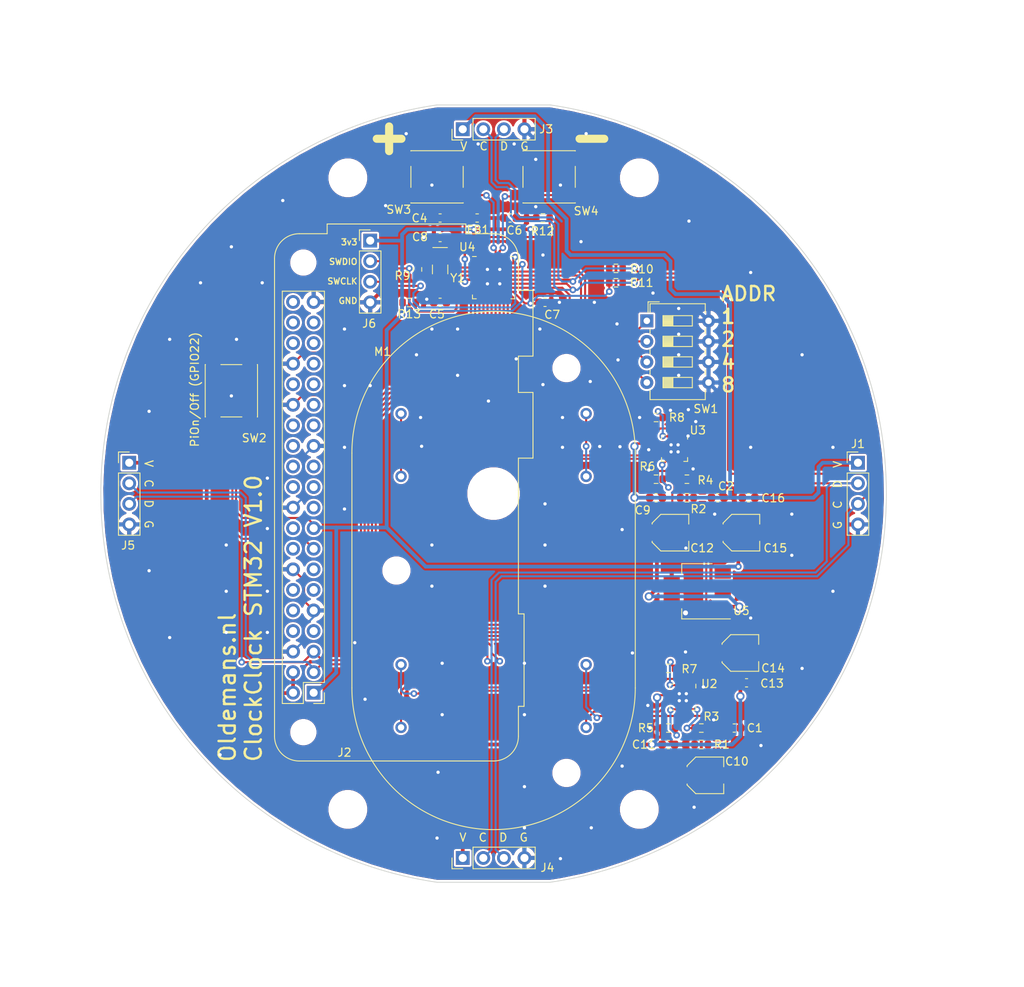
<source format=kicad_pcb>
(kicad_pcb (version 20171130) (host pcbnew "(5.1.9-0-10_14)")

  (general
    (thickness 1.6)
    (drawings 18)
    (tracks 866)
    (zones 0)
    (modules 49)
    (nets 76)
  )

  (page A4)
  (layers
    (0 F.Cu signal)
    (31 B.Cu signal)
    (32 B.Adhes user)
    (33 F.Adhes user)
    (34 B.Paste user)
    (35 F.Paste user)
    (36 B.SilkS user)
    (37 F.SilkS user)
    (38 B.Mask user)
    (39 F.Mask user)
    (40 Dwgs.User user)
    (41 Cmts.User user)
    (42 Eco1.User user)
    (43 Eco2.User user)
    (44 Edge.Cuts user)
    (45 Margin user)
    (46 B.CrtYd user hide)
    (47 F.CrtYd user hide)
    (48 B.Fab user hide)
    (49 F.Fab user hide)
  )

  (setup
    (last_trace_width 0.254)
    (user_trace_width 0.254)
    (user_trace_width 0.3048)
    (user_trace_width 0.4572)
    (user_trace_width 0.8128)
    (trace_clearance 0.1524)
    (zone_clearance 0.254)
    (zone_45_only no)
    (trace_min 0.2032)
    (via_size 0.8128)
    (via_drill 0.4064)
    (via_min_size 0.4064)
    (via_min_drill 0.3)
    (user_via 0.8128 0.4064)
    (uvia_size 0.3048)
    (uvia_drill 0.1016)
    (uvias_allowed no)
    (uvia_min_size 0.2032)
    (uvia_min_drill 0.1016)
    (edge_width 0.1)
    (segment_width 0.2)
    (pcb_text_width 0.3)
    (pcb_text_size 1.5 1.5)
    (mod_edge_width 0.15)
    (mod_text_size 1 1)
    (mod_text_width 0.15)
    (pad_size 1.524 1.524)
    (pad_drill 0.762)
    (pad_to_mask_clearance 0)
    (aux_axis_origin 0 0)
    (visible_elements FFFFFF7F)
    (pcbplotparams
      (layerselection 0x010fc_ffffffff)
      (usegerberextensions false)
      (usegerberattributes true)
      (usegerberadvancedattributes true)
      (creategerberjobfile true)
      (excludeedgelayer true)
      (linewidth 0.100000)
      (plotframeref false)
      (viasonmask false)
      (mode 1)
      (useauxorigin false)
      (hpglpennumber 1)
      (hpglpenspeed 20)
      (hpglpendiameter 15.000000)
      (psnegative false)
      (psa4output false)
      (plotreference true)
      (plotvalue true)
      (plotinvisibletext false)
      (padsonsilk false)
      (subtractmaskfromsilk false)
      (outputformat 1)
      (mirror false)
      (drillshape 0)
      (scaleselection 1)
      (outputdirectory "OUTPUTS/"))
  )

  (net 0 "")
  (net 1 GND)
  (net 2 "Net-(C1-Pad2)")
  (net 3 "Net-(C2-Pad2)")
  (net 4 +3V3)
  (net 5 "Net-(C4-Pad2)")
  (net 6 "Net-(C5-Pad2)")
  (net 7 +3.3VA)
  (net 8 I2C_SDA)
  (net 9 I2C_CLK)
  (net 10 +5V)
  (net 11 "Net-(J2-Pad40)")
  (net 12 "Net-(J2-Pad38)")
  (net 13 "Net-(J2-Pad37)")
  (net 14 "Net-(J2-Pad36)")
  (net 15 "Net-(J2-Pad35)")
  (net 16 "Net-(J2-Pad33)")
  (net 17 "Net-(J2-Pad32)")
  (net 18 "Net-(J2-Pad31)")
  (net 19 "Net-(J2-Pad29)")
  (net 20 "Net-(J2-Pad28)")
  (net 21 "Net-(J2-Pad27)")
  (net 22 "Net-(J2-Pad26)")
  (net 23 "Net-(J2-Pad24)")
  (net 24 "Net-(J2-Pad23)")
  (net 25 "Net-(J2-Pad22)")
  (net 26 "Net-(J2-Pad21)")
  (net 27 "Net-(J2-Pad19)")
  (net 28 "Net-(J2-Pad18)")
  (net 29 "Net-(J2-Pad16)")
  (net 30 PiOnOFF)
  (net 31 "Net-(J2-Pad13)")
  (net 32 "Net-(J2-Pad12)")
  (net 33 "Net-(J2-Pad11)")
  (net 34 "Net-(J2-Pad10)")
  (net 35 "Net-(J2-Pad8)")
  (net 36 "Net-(J2-Pad7)")
  (net 37 "Net-(R1-Pad2)")
  (net 38 "Net-(R2-Pad2)")
  (net 39 "Net-(R5-Pad1)")
  (net 40 "Net-(R6-Pad1)")
  (net 41 "Net-(R7-Pad1)")
  (net 42 "Net-(R8-Pad1)")
  (net 43 ADDR3)
  (net 44 ADDR2)
  (net 45 ADDR1)
  (net 46 ADDR0)
  (net 47 MCU_BUT_PLUS)
  (net 48 MCU_BUT_MIN)
  (net 49 MOT_EN0)
  (net 50 MOT_REF1)
  (net 51 MOT_STCK0)
  (net 52 MOT_DIR0)
  (net 53 MOT_EN1)
  (net 54 MOT_STCK1)
  (net 55 MOT_DIR1)
  (net 56 "Net-(U4-Pad32)")
  (net 57 "Net-(U4-Pad30)")
  (net 58 "Net-(U4-Pad29)")
  (net 59 "Net-(U4-Pad25)")
  (net 60 /MOT_B4)
  (net 61 /MOT_B3)
  (net 62 /MOT_A2)
  (net 63 /MOT_A1)
  (net 64 /MOT_A4)
  (net 65 /MOT_A3)
  (net 66 /MOT_B2)
  (net 67 /MOT_B1)
  (net 68 /BOOT0)
  (net 69 /nRST)
  (net 70 "Net-(U4-Pad6)")
  (net 71 "Net-(U4-Pad26)")
  (net 72 MOT_RST0)
  (net 73 MOT_RST1)
  (net 74 SWCLK)
  (net 75 SWDIO)

  (net_class Default "This is the default net class."
    (clearance 0.1524)
    (trace_width 0.254)
    (via_dia 0.8128)
    (via_drill 0.4064)
    (uvia_dia 0.3048)
    (uvia_drill 0.1016)
    (diff_pair_width 0.2032)
    (diff_pair_gap 0.254)
    (add_net /BOOT0)
    (add_net /MOT_A1)
    (add_net /MOT_A2)
    (add_net /MOT_A3)
    (add_net /MOT_A4)
    (add_net /MOT_B1)
    (add_net /MOT_B2)
    (add_net /MOT_B3)
    (add_net /MOT_B4)
    (add_net /nRST)
    (add_net MOT_RST0)
    (add_net MOT_RST1)
    (add_net "Net-(U4-Pad26)")
    (add_net "Net-(U4-Pad6)")
    (add_net SWCLK)
    (add_net SWDIO)
  )

  (net_class 5v ""
    (clearance 0.2032)
    (trace_width 0.4572)
    (via_dia 1.016)
    (via_drill 0.6096)
    (uvia_dia 0.3048)
    (uvia_drill 0.1016)
    (diff_pair_width 0.2032)
    (diff_pair_gap 0.254)
    (add_net +5V)
  )

  (net_class Power ""
    (clearance 0.2032)
    (trace_width 0.3048)
    (via_dia 0.8128)
    (via_drill 0.4064)
    (uvia_dia 0.3048)
    (uvia_drill 0.1016)
    (diff_pair_width 0.2032)
    (diff_pair_gap 0.254)
    (add_net +3.3VA)
    (add_net +3V3)
    (add_net ADDR0)
    (add_net ADDR1)
    (add_net ADDR2)
    (add_net ADDR3)
    (add_net GND)
    (add_net I2C_CLK)
    (add_net I2C_SDA)
    (add_net MCU_BUT_MIN)
    (add_net MCU_BUT_PLUS)
    (add_net MOT_DIR0)
    (add_net MOT_DIR1)
    (add_net MOT_EN0)
    (add_net MOT_EN1)
    (add_net MOT_REF1)
    (add_net MOT_STCK0)
    (add_net MOT_STCK1)
    (add_net "Net-(C1-Pad2)")
    (add_net "Net-(C2-Pad2)")
    (add_net "Net-(C4-Pad2)")
    (add_net "Net-(C5-Pad2)")
    (add_net "Net-(J2-Pad10)")
    (add_net "Net-(J2-Pad11)")
    (add_net "Net-(J2-Pad12)")
    (add_net "Net-(J2-Pad13)")
    (add_net "Net-(J2-Pad16)")
    (add_net "Net-(J2-Pad18)")
    (add_net "Net-(J2-Pad19)")
    (add_net "Net-(J2-Pad21)")
    (add_net "Net-(J2-Pad22)")
    (add_net "Net-(J2-Pad23)")
    (add_net "Net-(J2-Pad24)")
    (add_net "Net-(J2-Pad26)")
    (add_net "Net-(J2-Pad27)")
    (add_net "Net-(J2-Pad28)")
    (add_net "Net-(J2-Pad29)")
    (add_net "Net-(J2-Pad31)")
    (add_net "Net-(J2-Pad32)")
    (add_net "Net-(J2-Pad33)")
    (add_net "Net-(J2-Pad35)")
    (add_net "Net-(J2-Pad36)")
    (add_net "Net-(J2-Pad37)")
    (add_net "Net-(J2-Pad38)")
    (add_net "Net-(J2-Pad40)")
    (add_net "Net-(J2-Pad7)")
    (add_net "Net-(J2-Pad8)")
    (add_net "Net-(R1-Pad2)")
    (add_net "Net-(R2-Pad2)")
    (add_net "Net-(R5-Pad1)")
    (add_net "Net-(R6-Pad1)")
    (add_net "Net-(R7-Pad1)")
    (add_net "Net-(R8-Pad1)")
    (add_net "Net-(U4-Pad25)")
    (add_net "Net-(U4-Pad29)")
    (add_net "Net-(U4-Pad30)")
    (add_net "Net-(U4-Pad32)")
    (add_net PiOnOFF)
  )

  (module Module:Raspberry_Pi_Zero_Socketed_THT_2MountingHoles (layer F.Cu) (tedit 60701C04) (tstamp 606D773D)
    (at -23.495 -28.492)
    (descr "Raspberry Pi Zero using through hole straight pin socket, 2x20, 2.54mm pitch, https://www.raspberrypi.org/documentation/hardware/raspberrypi/mechanical/rpi_MECH_Zero_1p2.pdf")
    (tags "raspberry pi zero through hole")
    (path /60BC7AC8)
    (fp_text reference J2 (at 5.08 60.4706 180) (layer F.SilkS)
      (effects (font (size 1 1) (thickness 0.15)))
    )
    (fp_text value Raspberry_Pi_2_3 (at 9.722 26.924 90) (layer F.Fab)
      (effects (font (size 1 1) (thickness 0.15)))
    )
    (fp_line (start 26.56 54.766) (end 26.56 58.456) (layer F.SilkS) (width 0.12))
    (fp_line (start 27.26 54.766) (end 26.56 54.766) (layer F.SilkS) (width 0.12))
    (fp_line (start 27.26 43.346) (end 27.26 54.766) (layer F.SilkS) (width 0.12))
    (fp_line (start 26.56 43.346) (end 27.26 43.346) (layer F.SilkS) (width 0.12))
    (fp_line (start 26.56 24.116) (end 26.56 43.346) (layer F.SilkS) (width 0.12))
    (fp_line (start 26.56 11.516) (end 26.56 15.996) (layer F.SilkS) (width 0.12))
    (fp_line (start 28.36 15.996) (end 28.36 24.116) (layer F.SilkS) (width 0.12))
    (fp_line (start 28.36 24.116) (end 26.56 24.116) (layer F.SilkS) (width 0.12))
    (fp_line (start 26.56 15.996) (end 28.36 15.996) (layer F.SilkS) (width 0.12))
    (fp_line (start 28.36 11.516) (end 26.56 11.516) (layer F.SilkS) (width 0.12))
    (fp_line (start 28.36 3.396) (end 28.36 11.516) (layer F.SilkS) (width 0.12))
    (fp_line (start 26.56 3.396) (end 28.36 3.396) (layer F.SilkS) (width 0.12))
    (fp_line (start 2.94 -3.604) (end -0.5 -3.604) (layer F.SilkS) (width 0.12))
    (fp_line (start 20.06 -4.804) (end 20.06 -3.604) (layer F.SilkS) (width 0.12))
    (fp_line (start 2.94 -4.804) (end 20.06 -4.804) (layer F.SilkS) (width 0.12))
    (fp_line (start 2.94 -3.604) (end 2.94 -4.804) (layer F.SilkS) (width 0.12))
    (fp_line (start 23.5 -3.544) (end 20 -3.544) (layer F.Fab) (width 0.1))
    (fp_line (start 20 -3.544) (end 20 -4.744) (layer F.Fab) (width 0.1))
    (fp_line (start 3 -4.744) (end 20 -4.744) (layer F.Fab) (width 0.1))
    (fp_line (start 3 -3.544) (end 3 -4.744) (layer F.Fab) (width 0.1))
    (fp_line (start 26.5 24.056) (end 26.5 43.406) (layer F.Fab) (width 0.1))
    (fp_line (start 26.5 11.456) (end 26.5 16.056) (layer F.Fab) (width 0.1))
    (fp_line (start 26.5 3.456) (end 26.5 -0.544) (layer F.Fab) (width 0.1))
    (fp_line (start 28.3 16.056) (end 28.3 24.056) (layer F.Fab) (width 0.1))
    (fp_line (start 26.5 16.056) (end 28.3 16.056) (layer F.Fab) (width 0.1))
    (fp_line (start 28.3 24.056) (end 26.5 24.056) (layer F.Fab) (width 0.1))
    (fp_line (start -3.5 -0.544) (end -3.5 58.456) (layer F.Fab) (width 0.1))
    (fp_line (start -0.5 61.456) (end 23.5 61.456) (layer F.Fab) (width 0.1))
    (fp_line (start -0.5 -3.544) (end 3 -3.544) (layer F.Fab) (width 0.1))
    (fp_line (start -2.54 3.556) (end -2.54 54.356) (layer F.Fab) (width 0.1))
    (fp_line (start 2.54 3.556) (end -2.54 3.556) (layer F.Fab) (width 0.1))
    (fp_line (start -2.6 54.416) (end -2.6 3.496) (layer F.SilkS) (width 0.12))
    (fp_line (start -2.6 54.416) (end 0 54.416) (layer F.SilkS) (width 0.12))
    (fp_line (start 3.03 54.886) (end 3.03 3.086) (layer F.CrtYd) (width 0.05))
    (fp_line (start -3.07 54.886) (end 3.03 54.886) (layer F.CrtYd) (width 0.05))
    (fp_line (start -3.07 3.086) (end -3.07 54.886) (layer F.CrtYd) (width 0.05))
    (fp_line (start 3.03 3.086) (end -3.07 3.086) (layer F.CrtYd) (width 0.05))
    (fp_line (start 0 54.416) (end 0 51.816) (layer F.SilkS) (width 0.12))
    (fp_line (start 0 51.816) (end 2.6 51.816) (layer F.SilkS) (width 0.12))
    (fp_line (start 1.27 54.416) (end 2.6 54.416) (layer F.SilkS) (width 0.12))
    (fp_line (start 2.6 54.416) (end 2.6 53.086) (layer F.SilkS) (width 0.12))
    (fp_line (start 2.6 51.816) (end 2.6 3.496) (layer F.SilkS) (width 0.12))
    (fp_line (start -2.6 3.496) (end 2.6 3.496) (layer F.SilkS) (width 0.12))
    (fp_line (start 1.54 54.356) (end 2.54 53.356) (layer F.Fab) (width 0.1))
    (fp_line (start -2.54 54.356) (end 1.54 54.356) (layer F.Fab) (width 0.1))
    (fp_line (start 2.54 53.356) (end 2.54 3.556) (layer F.Fab) (width 0.1))
    (fp_line (start 20.06 -3.604) (end 23.5 -3.604) (layer F.SilkS) (width 0.12))
    (fp_line (start 26.56 -0.544) (end 26.56 3.396) (layer F.SilkS) (width 0.12))
    (fp_line (start -0.5 61.516) (end 23.5 61.516) (layer F.SilkS) (width 0.12))
    (fp_line (start -3.56 -0.544) (end -3.56 58.456) (layer F.SilkS) (width 0.12))
    (fp_line (start -3.75 -3.794) (end -3.75 61.706) (layer F.CrtYd) (width 0.05))
    (fp_line (start -3.75 61.706) (end 4.064 61.706) (layer F.CrtYd) (width 0.05))
    (fp_line (start 26.5 54.706) (end 27.2 54.706) (layer F.Fab) (width 0.1))
    (fp_line (start 26.5 43.406) (end 27.2 43.406) (layer F.Fab) (width 0.1))
    (fp_line (start 27.2 43.406) (end 27.2 54.706) (layer F.Fab) (width 0.1))
    (fp_line (start 26.5 54.706) (end 26.5 58.456) (layer F.Fab) (width 0.1))
    (fp_line (start 26.5 3.456) (end 28.3 3.456) (layer F.Fab) (width 0.1))
    (fp_line (start 28.3 3.456) (end 28.3 11.456) (layer F.Fab) (width 0.1))
    (fp_line (start 28.3 11.456) (end 26.5 11.456) (layer F.Fab) (width 0.1))
    (fp_line (start -3.75 -3.794) (end 4.064 -3.794) (layer F.CrtYd) (width 0.05))
    (fp_line (start 4.064 -3.794) (end 4.064 61.706) (layer F.CrtYd) (width 0.05))
    (fp_text user %R (at -1.778 26.924 270) (layer F.Fab)
      (effects (font (size 1 1) (thickness 0.15)))
    )
    (fp_arc (start -0.5 -0.544) (end -0.5 -3.544) (angle -90) (layer F.Fab) (width 0.1))
    (fp_arc (start -0.5 58.456) (end -3.5 58.456) (angle -90) (layer F.Fab) (width 0.1))
    (fp_arc (start 23.5 58.456) (end 23.5 61.456) (angle -90) (layer F.Fab) (width 0.1))
    (fp_arc (start 23.5 -0.544) (end 26.56 -0.544) (angle -90) (layer F.SilkS) (width 0.12))
    (fp_arc (start -0.5 -0.544) (end -0.5 -3.604) (angle -90) (layer F.SilkS) (width 0.12))
    (fp_arc (start -0.5 58.456) (end -3.56 58.456) (angle -90) (layer F.SilkS) (width 0.12))
    (fp_arc (start 23.5 -0.544) (end 26.5 -0.544) (angle -90) (layer F.Fab) (width 0.1))
    (fp_arc (start 23.5 58.456) (end 23.5 61.516) (angle -90) (layer F.SilkS) (width 0.12))
    (pad "" np_thru_hole circle (at 0 -0.044 90) (size 2.75 2.75) (drill 2.75) (layers *.Cu *.Mask)
      (solder_mask_margin 1.625))
    (pad "" np_thru_hole circle (at 0 57.956 90) (size 2.75 2.75) (drill 2.75) (layers *.Cu *.Mask)
      (solder_mask_margin 1.625))
    (pad 40 thru_hole oval (at -1.27 4.826 180) (size 1.7 1.7) (drill 1) (layers *.Cu *.Mask)
      (net 11 "Net-(J2-Pad40)"))
    (pad 39 thru_hole oval (at 1.27 4.826 180) (size 1.7 1.7) (drill 1) (layers *.Cu *.Mask)
      (net 1 GND))
    (pad 26 thru_hole oval (at -1.27 22.606 180) (size 1.7 1.7) (drill 1) (layers *.Cu *.Mask)
      (net 22 "Net-(J2-Pad26)"))
    (pad 25 thru_hole oval (at 1.27 22.606 180) (size 1.7 1.7) (drill 1) (layers *.Cu *.Mask)
      (net 1 GND))
    (pad 22 thru_hole oval (at -1.27 27.686 180) (size 1.7 1.7) (drill 1) (layers *.Cu *.Mask)
      (net 25 "Net-(J2-Pad22)"))
    (pad 21 thru_hole oval (at 1.27 27.686 180) (size 1.7 1.7) (drill 1) (layers *.Cu *.Mask)
      (net 26 "Net-(J2-Pad21)"))
    (pad 30 thru_hole oval (at -1.27 17.526 180) (size 1.7 1.7) (drill 1) (layers *.Cu *.Mask)
      (net 1 GND))
    (pad 29 thru_hole oval (at 1.27 17.526 180) (size 1.7 1.7) (drill 1) (layers *.Cu *.Mask)
      (net 19 "Net-(J2-Pad29)"))
    (pad 8 thru_hole oval (at -1.27 45.466 180) (size 1.7 1.7) (drill 1) (layers *.Cu *.Mask)
      (net 35 "Net-(J2-Pad8)"))
    (pad 7 thru_hole oval (at 1.27 45.466 180) (size 1.7 1.7) (drill 1) (layers *.Cu *.Mask)
      (net 36 "Net-(J2-Pad7)"))
    (pad 32 thru_hole oval (at -1.27 14.986 180) (size 1.7 1.7) (drill 1) (layers *.Cu *.Mask)
      (net 17 "Net-(J2-Pad32)"))
    (pad 31 thru_hole oval (at 1.27 14.986 180) (size 1.7 1.7) (drill 1) (layers *.Cu *.Mask)
      (net 18 "Net-(J2-Pad31)"))
    (pad 18 thru_hole oval (at -1.27 32.766 180) (size 1.7 1.7) (drill 1) (layers *.Cu *.Mask)
      (net 28 "Net-(J2-Pad18)"))
    (pad 17 thru_hole oval (at 1.27 32.766 180) (size 1.7 1.7) (drill 1) (layers *.Cu *.Mask)
      (net 4 +3V3))
    (pad 36 thru_hole oval (at -1.27 9.906 180) (size 1.7 1.7) (drill 1) (layers *.Cu *.Mask)
      (net 14 "Net-(J2-Pad36)"))
    (pad 35 thru_hole oval (at 1.27 9.906 180) (size 1.7 1.7) (drill 1) (layers *.Cu *.Mask)
      (net 15 "Net-(J2-Pad35)"))
    (pad 34 thru_hole oval (at -1.27 12.446 180) (size 1.7 1.7) (drill 1) (layers *.Cu *.Mask)
      (net 1 GND))
    (pad 33 thru_hole oval (at 1.27 12.446 180) (size 1.7 1.7) (drill 1) (layers *.Cu *.Mask)
      (net 16 "Net-(J2-Pad33)"))
    (pad 38 thru_hole oval (at -1.27 7.366 180) (size 1.7 1.7) (drill 1) (layers *.Cu *.Mask)
      (net 12 "Net-(J2-Pad38)"))
    (pad 37 thru_hole oval (at 1.27 7.366 180) (size 1.7 1.7) (drill 1) (layers *.Cu *.Mask)
      (net 13 "Net-(J2-Pad37)"))
    (pad 20 thru_hole oval (at -1.27 30.226 180) (size 1.7 1.7) (drill 1) (layers *.Cu *.Mask)
      (net 1 GND))
    (pad 19 thru_hole oval (at 1.27 30.226 180) (size 1.7 1.7) (drill 1) (layers *.Cu *.Mask)
      (net 27 "Net-(J2-Pad19)"))
    (pad 10 thru_hole oval (at -1.27 42.926 180) (size 1.7 1.7) (drill 1) (layers *.Cu *.Mask)
      (net 34 "Net-(J2-Pad10)"))
    (pad 9 thru_hole oval (at 1.27 42.926 180) (size 1.7 1.7) (drill 1) (layers *.Cu *.Mask)
      (net 1 GND))
    (pad 14 thru_hole oval (at -1.27 37.846 180) (size 1.7 1.7) (drill 1) (layers *.Cu *.Mask)
      (net 1 GND))
    (pad 13 thru_hole oval (at 1.27 37.846 180) (size 1.7 1.7) (drill 1) (layers *.Cu *.Mask)
      (net 31 "Net-(J2-Pad13)"))
    (pad 28 thru_hole oval (at -1.27 20.066 180) (size 1.7 1.7) (drill 1) (layers *.Cu *.Mask)
      (net 20 "Net-(J2-Pad28)"))
    (pad 27 thru_hole oval (at 1.27 20.066 180) (size 1.7 1.7) (drill 1) (layers *.Cu *.Mask)
      (net 21 "Net-(J2-Pad27)"))
    (pad 12 thru_hole oval (at -1.27 40.386 180) (size 1.7 1.7) (drill 1) (layers *.Cu *.Mask)
      (net 32 "Net-(J2-Pad12)"))
    (pad 11 thru_hole oval (at 1.27 40.386 180) (size 1.7 1.7) (drill 1) (layers *.Cu *.Mask)
      (net 33 "Net-(J2-Pad11)"))
    (pad 24 thru_hole oval (at -1.27 25.146 180) (size 1.7 1.7) (drill 1) (layers *.Cu *.Mask)
      (net 23 "Net-(J2-Pad24)"))
    (pad 23 thru_hole oval (at 1.27 25.146 180) (size 1.7 1.7) (drill 1) (layers *.Cu *.Mask)
      (net 24 "Net-(J2-Pad23)"))
    (pad 1 thru_hole rect (at 1.27 53.086 180) (size 1.7 1.7) (drill 1) (layers *.Cu *.Mask)
      (net 4 +3V3))
    (pad 2 thru_hole oval (at -1.27 53.086 180) (size 1.7 1.7) (drill 1) (layers *.Cu *.Mask)
      (net 10 +5V))
    (pad 5 thru_hole oval (at 1.27 48.006 180) (size 1.7 1.7) (drill 1) (layers *.Cu *.Mask)
      (net 8 I2C_SDA))
    (pad 4 thru_hole oval (at -1.27 50.546 180) (size 1.7 1.7) (drill 1) (layers *.Cu *.Mask)
      (net 10 +5V))
    (pad 16 thru_hole oval (at -1.27 35.306 180) (size 1.7 1.7) (drill 1) (layers *.Cu *.Mask)
      (net 29 "Net-(J2-Pad16)"))
    (pad 15 thru_hole oval (at 1.27 35.306 180) (size 1.7 1.7) (drill 1) (layers *.Cu *.Mask)
      (net 30 PiOnOFF))
    (pad 3 thru_hole oval (at 1.27 50.546 180) (size 1.7 1.7) (drill 1) (layers *.Cu *.Mask)
      (net 9 I2C_CLK))
    (pad 6 thru_hole oval (at -1.27 48.006 180) (size 1.7 1.7) (drill 1) (layers *.Cu *.Mask)
      (net 1 GND))
    (model ${KISYS3DMOD}/Module.3dshapes/Raspberry_Pi_Zero_Socketed_THT_FaceDown_MountingHoles.wrl
      (at (xyz 0 0 0))
      (scale (xyz 1 1 1))
      (rotate (xyz 0 0 0))
    )
  )

  (module MySymbols:BKA30D-R05 locked (layer F.Cu) (tedit 606EF2C1) (tstamp 606DAC63)
    (at 0 9.5 270)
    (path /6071712D)
    (fp_text reference M1 (at -27.026 13.716) (layer F.SilkS)
      (effects (font (size 1 1) (thickness 0.15)))
    )
    (fp_text value Stepper_Motor_bipolar_VID28 (at 9.4488 -6.731 90) (layer F.Fab)
      (effects (font (size 1 1) (thickness 0.15)))
    )
    (fp_line (start -14.5 17.5) (end 14.5 17.5) (layer F.SilkS) (width 0.12))
    (fp_line (start -14.5 -17.5) (end 14.5 -17.5) (layer F.SilkS) (width 0.12))
    (fp_arc (start -14.5 0) (end -14.5 17.5) (angle 180) (layer F.SilkS) (width 0.12))
    (fp_arc (start 14.5 0) (end 14.5 17.5) (angle -180) (layer F.SilkS) (width 0.12))
    (pad A1 thru_hole circle (at -19.38 11.43 270) (size 1.4 1.4) (drill 0.8) (layers *.Cu *.Mask)
      (net 60 /MOT_B4))
    (pad A2 thru_hole circle (at -11.62 11.43 270) (size 1.4 1.4) (drill 0.8) (layers *.Cu *.Mask)
      (net 61 /MOT_B3))
    (pad B3 thru_hole circle (at 11.62 11.43 270) (size 1.4 1.4) (drill 0.8) (layers *.Cu *.Mask)
      (net 62 /MOT_A2))
    (pad B4 thru_hole circle (at 19.38 11.43 270) (size 1.4 1.4) (drill 0.8) (layers *.Cu *.Mask)
      (net 63 /MOT_A1))
    (pad B1 thru_hole circle (at 19.38 -11.43 270) (size 1.4 1.4) (drill 0.8) (layers *.Cu *.Mask)
      (net 64 /MOT_A4))
    (pad B2 thru_hole circle (at 11.62 -11.43 270) (size 1.4 1.4) (drill 0.8) (layers *.Cu *.Mask)
      (net 65 /MOT_A3))
    (pad A3 thru_hole circle (at -11.62 -11.43 270) (size 1.4 1.4) (drill 0.8) (layers *.Cu *.Mask)
      (net 66 /MOT_B2))
    (pad A4 thru_hole circle (at -19.38 -11.43 270) (size 1.4 1.4) (drill 0.8) (layers *.Cu *.Mask)
      (net 67 /MOT_B1))
    (pad "" np_thru_hole circle (at -25 -9 270) (size 3 3) (drill 3) (layers *.Cu *.Mask))
    (pad "" np_thru_hole circle (at 25 -9 270) (size 3 3) (drill 3) (layers *.Cu *.Mask))
    (pad "" np_thru_hole circle (at 0 12 270) (size 3 3) (drill 3) (layers *.Cu *.Mask))
    (pad "" np_thru_hole circle (at -9.5 0 270) (size 6 6) (drill 6) (layers *.Cu *.Mask))
  )

  (module Package_TO_SOT_SMD:SOT-223-3_TabPin2 (layer F.Cu) (tedit 5A02FF57) (tstamp 606EA901)
    (at 25.146 12.065 180)
    (descr "module CMS SOT223 4 pins")
    (tags "CMS SOT")
    (path /606F287A)
    (attr smd)
    (fp_text reference U5 (at -5.461 -2.413) (layer F.SilkS)
      (effects (font (size 1 1) (thickness 0.15)))
    )
    (fp_text value MCP1825S (at 0 4.5) (layer F.Fab)
      (effects (font (size 1 1) (thickness 0.15)))
    )
    (fp_line (start 1.91 3.41) (end 1.91 2.15) (layer F.SilkS) (width 0.12))
    (fp_line (start 1.91 -3.41) (end 1.91 -2.15) (layer F.SilkS) (width 0.12))
    (fp_line (start 4.4 -3.6) (end -4.4 -3.6) (layer F.CrtYd) (width 0.05))
    (fp_line (start 4.4 3.6) (end 4.4 -3.6) (layer F.CrtYd) (width 0.05))
    (fp_line (start -4.4 3.6) (end 4.4 3.6) (layer F.CrtYd) (width 0.05))
    (fp_line (start -4.4 -3.6) (end -4.4 3.6) (layer F.CrtYd) (width 0.05))
    (fp_line (start -1.85 -2.35) (end -0.85 -3.35) (layer F.Fab) (width 0.1))
    (fp_line (start -1.85 -2.35) (end -1.85 3.35) (layer F.Fab) (width 0.1))
    (fp_line (start -1.85 3.41) (end 1.91 3.41) (layer F.SilkS) (width 0.12))
    (fp_line (start -0.85 -3.35) (end 1.85 -3.35) (layer F.Fab) (width 0.1))
    (fp_line (start -4.1 -3.41) (end 1.91 -3.41) (layer F.SilkS) (width 0.12))
    (fp_line (start -1.85 3.35) (end 1.85 3.35) (layer F.Fab) (width 0.1))
    (fp_line (start 1.85 -3.35) (end 1.85 3.35) (layer F.Fab) (width 0.1))
    (fp_text user %R (at 0 0 90) (layer F.Fab)
      (effects (font (size 0.8 0.8) (thickness 0.12)))
    )
    (pad 1 smd rect (at -3.15 -2.3 180) (size 2 1.5) (layers F.Cu F.Paste F.Mask)
      (net 10 +5V))
    (pad 3 smd rect (at -3.15 2.3 180) (size 2 1.5) (layers F.Cu F.Paste F.Mask)
      (net 4 +3V3))
    (pad 2 smd rect (at -3.15 0 180) (size 2 1.5) (layers F.Cu F.Paste F.Mask)
      (net 1 GND))
    (pad 2 smd rect (at 3.15 0 180) (size 2 3.8) (layers F.Cu F.Paste F.Mask)
      (net 1 GND))
    (model ${KISYS3DMOD}/Package_TO_SOT_SMD.3dshapes/SOT-223.wrl
      (at (xyz 0 0 0))
      (scale (xyz 1 1 1))
      (rotate (xyz 0 0 0))
    )
  )

  (module Capacitor_SMD:C_0603_1608Metric (layer F.Cu) (tedit 5F68FEEE) (tstamp 606E9EA8)
    (at 31.496 0.508)
    (descr "Capacitor SMD 0603 (1608 Metric), square (rectangular) end terminal, IPC_7351 nominal, (Body size source: IPC-SM-782 page 76, https://www.pcb-3d.com/wordpress/wp-content/uploads/ipc-sm-782a_amendment_1_and_2.pdf), generated with kicad-footprint-generator")
    (tags capacitor)
    (path /606F9863)
    (attr smd)
    (fp_text reference C16 (at 3.048 0.0508) (layer F.SilkS)
      (effects (font (size 1 1) (thickness 0.15)))
    )
    (fp_text value 100nF (at 0 1.43) (layer F.Fab)
      (effects (font (size 1 1) (thickness 0.15)))
    )
    (fp_line (start -0.8 0.4) (end -0.8 -0.4) (layer F.Fab) (width 0.1))
    (fp_line (start -0.8 -0.4) (end 0.8 -0.4) (layer F.Fab) (width 0.1))
    (fp_line (start 0.8 -0.4) (end 0.8 0.4) (layer F.Fab) (width 0.1))
    (fp_line (start 0.8 0.4) (end -0.8 0.4) (layer F.Fab) (width 0.1))
    (fp_line (start -0.14058 -0.51) (end 0.14058 -0.51) (layer F.SilkS) (width 0.12))
    (fp_line (start -0.14058 0.51) (end 0.14058 0.51) (layer F.SilkS) (width 0.12))
    (fp_line (start -1.48 0.73) (end -1.48 -0.73) (layer F.CrtYd) (width 0.05))
    (fp_line (start -1.48 -0.73) (end 1.48 -0.73) (layer F.CrtYd) (width 0.05))
    (fp_line (start 1.48 -0.73) (end 1.48 0.73) (layer F.CrtYd) (width 0.05))
    (fp_line (start 1.48 0.73) (end -1.48 0.73) (layer F.CrtYd) (width 0.05))
    (fp_text user %R (at 0 0) (layer F.Fab)
      (effects (font (size 0.4 0.4) (thickness 0.06)))
    )
    (pad 2 smd roundrect (at 0.775 0) (size 0.9 0.95) (layers F.Cu F.Paste F.Mask) (roundrect_rratio 0.25)
      (net 1 GND))
    (pad 1 smd roundrect (at -0.775 0) (size 0.9 0.95) (layers F.Cu F.Paste F.Mask) (roundrect_rratio 0.25)
      (net 4 +3V3))
    (model ${KISYS3DMOD}/Capacitor_SMD.3dshapes/C_0603_1608Metric.wrl
      (at (xyz 0 0 0))
      (scale (xyz 1 1 1))
      (rotate (xyz 0 0 0))
    )
  )

  (module Capacitor_SMD:C_Elec_4x5.4 (layer F.Cu) (tedit 5BC8D926) (tstamp 606E9E97)
    (at 30.607 4.826)
    (descr "SMD capacitor, aluminum electrolytic nonpolar, 4.0x5.4mm")
    (tags "capacitor electrolyic nonpolar")
    (path /606F5F9E)
    (attr smd)
    (fp_text reference C15 (at 4.191 1.905) (layer F.SilkS)
      (effects (font (size 1 1) (thickness 0.15)))
    )
    (fp_text value 10uF (at 0 3.2) (layer F.Fab)
      (effects (font (size 1 1) (thickness 0.15)))
    )
    (fp_circle (center 0 0) (end 2 0) (layer F.Fab) (width 0.1))
    (fp_line (start 2.15 -2.15) (end 2.15 2.15) (layer F.Fab) (width 0.1))
    (fp_line (start -1.15 -2.15) (end 2.15 -2.15) (layer F.Fab) (width 0.1))
    (fp_line (start -1.15 2.15) (end 2.15 2.15) (layer F.Fab) (width 0.1))
    (fp_line (start -2.15 -1.15) (end -2.15 1.15) (layer F.Fab) (width 0.1))
    (fp_line (start -2.15 -1.15) (end -1.15 -2.15) (layer F.Fab) (width 0.1))
    (fp_line (start -2.15 1.15) (end -1.15 2.15) (layer F.Fab) (width 0.1))
    (fp_line (start 2.26 2.26) (end 2.26 1.06) (layer F.SilkS) (width 0.12))
    (fp_line (start 2.26 -2.26) (end 2.26 -1.06) (layer F.SilkS) (width 0.12))
    (fp_line (start -1.195563 -2.26) (end 2.26 -2.26) (layer F.SilkS) (width 0.12))
    (fp_line (start -1.195563 2.26) (end 2.26 2.26) (layer F.SilkS) (width 0.12))
    (fp_line (start -2.26 1.195563) (end -2.26 1.06) (layer F.SilkS) (width 0.12))
    (fp_line (start -2.26 -1.195563) (end -2.26 -1.06) (layer F.SilkS) (width 0.12))
    (fp_line (start -2.26 -1.195563) (end -1.195563 -2.26) (layer F.SilkS) (width 0.12))
    (fp_line (start -2.26 1.195563) (end -1.195563 2.26) (layer F.SilkS) (width 0.12))
    (fp_line (start 2.4 -2.4) (end 2.4 -1.05) (layer F.CrtYd) (width 0.05))
    (fp_line (start 2.4 -1.05) (end 3.25 -1.05) (layer F.CrtYd) (width 0.05))
    (fp_line (start 3.25 -1.05) (end 3.25 1.05) (layer F.CrtYd) (width 0.05))
    (fp_line (start 3.25 1.05) (end 2.4 1.05) (layer F.CrtYd) (width 0.05))
    (fp_line (start 2.4 1.05) (end 2.4 2.4) (layer F.CrtYd) (width 0.05))
    (fp_line (start -1.25 2.4) (end 2.4 2.4) (layer F.CrtYd) (width 0.05))
    (fp_line (start -1.25 -2.4) (end 2.4 -2.4) (layer F.CrtYd) (width 0.05))
    (fp_line (start -2.4 1.25) (end -1.25 2.4) (layer F.CrtYd) (width 0.05))
    (fp_line (start -2.4 -1.25) (end -1.25 -2.4) (layer F.CrtYd) (width 0.05))
    (fp_line (start -2.4 -1.25) (end -2.4 -1.05) (layer F.CrtYd) (width 0.05))
    (fp_line (start -2.4 1.05) (end -2.4 1.25) (layer F.CrtYd) (width 0.05))
    (fp_line (start -2.4 -1.05) (end -3.25 -1.05) (layer F.CrtYd) (width 0.05))
    (fp_line (start -3.25 -1.05) (end -3.25 1.05) (layer F.CrtYd) (width 0.05))
    (fp_line (start -3.25 1.05) (end -2.4 1.05) (layer F.CrtYd) (width 0.05))
    (fp_text user %R (at 0 0) (layer F.Fab)
      (effects (font (size 0.8 0.8) (thickness 0.12)))
    )
    (pad 2 smd roundrect (at 1.675 0) (size 2.65 1.6) (layers F.Cu F.Paste F.Mask) (roundrect_rratio 0.15625)
      (net 1 GND))
    (pad 1 smd roundrect (at -1.675 0) (size 2.65 1.6) (layers F.Cu F.Paste F.Mask) (roundrect_rratio 0.15625)
      (net 4 +3V3))
    (model ${KISYS3DMOD}/Capacitor_SMD.3dshapes/C_Elec_4x5.4.wrl
      (at (xyz 0 0 0))
      (scale (xyz 1 1 1))
      (rotate (xyz 0 0 0))
    )
  )

  (module Capacitor_SMD:C_Elec_4x5.4 (layer F.Cu) (tedit 5BC8D926) (tstamp 606FE37D)
    (at 30.48 19.685)
    (descr "SMD capacitor, aluminum electrolytic nonpolar, 4.0x5.4mm")
    (tags "capacitor electrolyic nonpolar")
    (path /606F4D9C)
    (attr smd)
    (fp_text reference C14 (at 4.0386 1.8796) (layer F.SilkS)
      (effects (font (size 1 1) (thickness 0.15)))
    )
    (fp_text value 10uF (at 0 3.2) (layer F.Fab)
      (effects (font (size 1 1) (thickness 0.15)))
    )
    (fp_circle (center 0 0) (end 2 0) (layer F.Fab) (width 0.1))
    (fp_line (start 2.15 -2.15) (end 2.15 2.15) (layer F.Fab) (width 0.1))
    (fp_line (start -1.15 -2.15) (end 2.15 -2.15) (layer F.Fab) (width 0.1))
    (fp_line (start -1.15 2.15) (end 2.15 2.15) (layer F.Fab) (width 0.1))
    (fp_line (start -2.15 -1.15) (end -2.15 1.15) (layer F.Fab) (width 0.1))
    (fp_line (start -2.15 -1.15) (end -1.15 -2.15) (layer F.Fab) (width 0.1))
    (fp_line (start -2.15 1.15) (end -1.15 2.15) (layer F.Fab) (width 0.1))
    (fp_line (start 2.26 2.26) (end 2.26 1.06) (layer F.SilkS) (width 0.12))
    (fp_line (start 2.26 -2.26) (end 2.26 -1.06) (layer F.SilkS) (width 0.12))
    (fp_line (start -1.195563 -2.26) (end 2.26 -2.26) (layer F.SilkS) (width 0.12))
    (fp_line (start -1.195563 2.26) (end 2.26 2.26) (layer F.SilkS) (width 0.12))
    (fp_line (start -2.26 1.195563) (end -2.26 1.06) (layer F.SilkS) (width 0.12))
    (fp_line (start -2.26 -1.195563) (end -2.26 -1.06) (layer F.SilkS) (width 0.12))
    (fp_line (start -2.26 -1.195563) (end -1.195563 -2.26) (layer F.SilkS) (width 0.12))
    (fp_line (start -2.26 1.195563) (end -1.195563 2.26) (layer F.SilkS) (width 0.12))
    (fp_line (start 2.4 -2.4) (end 2.4 -1.05) (layer F.CrtYd) (width 0.05))
    (fp_line (start 2.4 -1.05) (end 3.25 -1.05) (layer F.CrtYd) (width 0.05))
    (fp_line (start 3.25 -1.05) (end 3.25 1.05) (layer F.CrtYd) (width 0.05))
    (fp_line (start 3.25 1.05) (end 2.4 1.05) (layer F.CrtYd) (width 0.05))
    (fp_line (start 2.4 1.05) (end 2.4 2.4) (layer F.CrtYd) (width 0.05))
    (fp_line (start -1.25 2.4) (end 2.4 2.4) (layer F.CrtYd) (width 0.05))
    (fp_line (start -1.25 -2.4) (end 2.4 -2.4) (layer F.CrtYd) (width 0.05))
    (fp_line (start -2.4 1.25) (end -1.25 2.4) (layer F.CrtYd) (width 0.05))
    (fp_line (start -2.4 -1.25) (end -1.25 -2.4) (layer F.CrtYd) (width 0.05))
    (fp_line (start -2.4 -1.25) (end -2.4 -1.05) (layer F.CrtYd) (width 0.05))
    (fp_line (start -2.4 1.05) (end -2.4 1.25) (layer F.CrtYd) (width 0.05))
    (fp_line (start -2.4 -1.05) (end -3.25 -1.05) (layer F.CrtYd) (width 0.05))
    (fp_line (start -3.25 -1.05) (end -3.25 1.05) (layer F.CrtYd) (width 0.05))
    (fp_line (start -3.25 1.05) (end -2.4 1.05) (layer F.CrtYd) (width 0.05))
    (fp_text user %R (at 0 0) (layer F.Fab)
      (effects (font (size 0.8 0.8) (thickness 0.12)))
    )
    (pad 2 smd roundrect (at 1.675 0) (size 2.65 1.6) (layers F.Cu F.Paste F.Mask) (roundrect_rratio 0.15625)
      (net 1 GND))
    (pad 1 smd roundrect (at -1.675 0) (size 2.65 1.6) (layers F.Cu F.Paste F.Mask) (roundrect_rratio 0.15625)
      (net 10 +5V))
    (model ${KISYS3DMOD}/Capacitor_SMD.3dshapes/C_Elec_4x5.4.wrl
      (at (xyz 0 0 0))
      (scale (xyz 1 1 1))
      (rotate (xyz 0 0 0))
    )
  )

  (module Capacitor_SMD:C_0603_1608Metric (layer F.Cu) (tedit 5F68FEEE) (tstamp 606E9E4F)
    (at 31.242 23.368 180)
    (descr "Capacitor SMD 0603 (1608 Metric), square (rectangular) end terminal, IPC_7351 nominal, (Body size source: IPC-SM-782 page 76, https://www.pcb-3d.com/wordpress/wp-content/uploads/ipc-sm-782a_amendment_1_and_2.pdf), generated with kicad-footprint-generator")
    (tags capacitor)
    (path /606F8D66)
    (attr smd)
    (fp_text reference C13 (at -3.1496 -0.0762) (layer F.SilkS)
      (effects (font (size 1 1) (thickness 0.15)))
    )
    (fp_text value 100nF (at 0 1.43) (layer F.Fab)
      (effects (font (size 1 1) (thickness 0.15)))
    )
    (fp_line (start -0.8 0.4) (end -0.8 -0.4) (layer F.Fab) (width 0.1))
    (fp_line (start -0.8 -0.4) (end 0.8 -0.4) (layer F.Fab) (width 0.1))
    (fp_line (start 0.8 -0.4) (end 0.8 0.4) (layer F.Fab) (width 0.1))
    (fp_line (start 0.8 0.4) (end -0.8 0.4) (layer F.Fab) (width 0.1))
    (fp_line (start -0.14058 -0.51) (end 0.14058 -0.51) (layer F.SilkS) (width 0.12))
    (fp_line (start -0.14058 0.51) (end 0.14058 0.51) (layer F.SilkS) (width 0.12))
    (fp_line (start -1.48 0.73) (end -1.48 -0.73) (layer F.CrtYd) (width 0.05))
    (fp_line (start -1.48 -0.73) (end 1.48 -0.73) (layer F.CrtYd) (width 0.05))
    (fp_line (start 1.48 -0.73) (end 1.48 0.73) (layer F.CrtYd) (width 0.05))
    (fp_line (start 1.48 0.73) (end -1.48 0.73) (layer F.CrtYd) (width 0.05))
    (fp_text user %R (at 0 0) (layer F.Fab)
      (effects (font (size 0.4 0.4) (thickness 0.06)))
    )
    (pad 2 smd roundrect (at 0.775 0 180) (size 0.9 0.95) (layers F.Cu F.Paste F.Mask) (roundrect_rratio 0.25)
      (net 10 +5V))
    (pad 1 smd roundrect (at -0.775 0 180) (size 0.9 0.95) (layers F.Cu F.Paste F.Mask) (roundrect_rratio 0.25)
      (net 1 GND))
    (model ${KISYS3DMOD}/Capacitor_SMD.3dshapes/C_0603_1608Metric.wrl
      (at (xyz 0 0 0))
      (scale (xyz 1 1 1))
      (rotate (xyz 0 0 0))
    )
  )

  (module Capacitor_SMD:C_Elec_4x5.4 (layer F.Cu) (tedit 5BC8D926) (tstamp 606DD70A)
    (at 21.844 4.826)
    (descr "SMD capacitor, aluminum electrolytic nonpolar, 4.0x5.4mm")
    (tags "capacitor electrolyic nonpolar")
    (path /60EA9977)
    (attr smd)
    (fp_text reference C12 (at 3.9116 1.905) (layer F.SilkS)
      (effects (font (size 1 1) (thickness 0.15)))
    )
    (fp_text value 10uF (at 0 3.2) (layer F.Fab)
      (effects (font (size 1 1) (thickness 0.15)))
    )
    (fp_line (start -3.25 1.05) (end -2.4 1.05) (layer F.CrtYd) (width 0.05))
    (fp_line (start -3.25 -1.05) (end -3.25 1.05) (layer F.CrtYd) (width 0.05))
    (fp_line (start -2.4 -1.05) (end -3.25 -1.05) (layer F.CrtYd) (width 0.05))
    (fp_line (start -2.4 1.05) (end -2.4 1.25) (layer F.CrtYd) (width 0.05))
    (fp_line (start -2.4 -1.25) (end -2.4 -1.05) (layer F.CrtYd) (width 0.05))
    (fp_line (start -2.4 -1.25) (end -1.25 -2.4) (layer F.CrtYd) (width 0.05))
    (fp_line (start -2.4 1.25) (end -1.25 2.4) (layer F.CrtYd) (width 0.05))
    (fp_line (start -1.25 -2.4) (end 2.4 -2.4) (layer F.CrtYd) (width 0.05))
    (fp_line (start -1.25 2.4) (end 2.4 2.4) (layer F.CrtYd) (width 0.05))
    (fp_line (start 2.4 1.05) (end 2.4 2.4) (layer F.CrtYd) (width 0.05))
    (fp_line (start 3.25 1.05) (end 2.4 1.05) (layer F.CrtYd) (width 0.05))
    (fp_line (start 3.25 -1.05) (end 3.25 1.05) (layer F.CrtYd) (width 0.05))
    (fp_line (start 2.4 -1.05) (end 3.25 -1.05) (layer F.CrtYd) (width 0.05))
    (fp_line (start 2.4 -2.4) (end 2.4 -1.05) (layer F.CrtYd) (width 0.05))
    (fp_line (start -2.26 1.195563) (end -1.195563 2.26) (layer F.SilkS) (width 0.12))
    (fp_line (start -2.26 -1.195563) (end -1.195563 -2.26) (layer F.SilkS) (width 0.12))
    (fp_line (start -2.26 -1.195563) (end -2.26 -1.06) (layer F.SilkS) (width 0.12))
    (fp_line (start -2.26 1.195563) (end -2.26 1.06) (layer F.SilkS) (width 0.12))
    (fp_line (start -1.195563 2.26) (end 2.26 2.26) (layer F.SilkS) (width 0.12))
    (fp_line (start -1.195563 -2.26) (end 2.26 -2.26) (layer F.SilkS) (width 0.12))
    (fp_line (start 2.26 -2.26) (end 2.26 -1.06) (layer F.SilkS) (width 0.12))
    (fp_line (start 2.26 2.26) (end 2.26 1.06) (layer F.SilkS) (width 0.12))
    (fp_line (start -2.15 1.15) (end -1.15 2.15) (layer F.Fab) (width 0.1))
    (fp_line (start -2.15 -1.15) (end -1.15 -2.15) (layer F.Fab) (width 0.1))
    (fp_line (start -2.15 -1.15) (end -2.15 1.15) (layer F.Fab) (width 0.1))
    (fp_line (start -1.15 2.15) (end 2.15 2.15) (layer F.Fab) (width 0.1))
    (fp_line (start -1.15 -2.15) (end 2.15 -2.15) (layer F.Fab) (width 0.1))
    (fp_line (start 2.15 -2.15) (end 2.15 2.15) (layer F.Fab) (width 0.1))
    (fp_circle (center 0 0) (end 2 0) (layer F.Fab) (width 0.1))
    (fp_text user %R (at 0 0) (layer F.Fab)
      (effects (font (size 0.8 0.8) (thickness 0.12)))
    )
    (pad 2 smd roundrect (at 1.675 0) (size 2.65 1.6) (layers F.Cu F.Paste F.Mask) (roundrect_rratio 0.15625)
      (net 1 GND))
    (pad 1 smd roundrect (at -1.675 0) (size 2.65 1.6) (layers F.Cu F.Paste F.Mask) (roundrect_rratio 0.15625)
      (net 10 +5V))
    (model ${KISYS3DMOD}/Capacitor_SMD.3dshapes/C_Elec_4x5.4.wrl
      (at (xyz 0 0 0))
      (scale (xyz 1 1 1))
      (rotate (xyz 0 0 0))
    )
  )

  (module Capacitor_SMD:C_Elec_4x5.4 (layer F.Cu) (tedit 5BC8D926) (tstamp 606DD6C6)
    (at 26.162 34.798)
    (descr "SMD capacitor, aluminum electrolytic nonpolar, 4.0x5.4mm")
    (tags "capacitor electrolyic nonpolar")
    (path /60EF845D)
    (attr smd)
    (fp_text reference C10 (at 3.8862 -1.7272) (layer F.SilkS)
      (effects (font (size 1 1) (thickness 0.15)))
    )
    (fp_text value 10uF (at 0 3.2) (layer F.Fab)
      (effects (font (size 1 1) (thickness 0.15)))
    )
    (fp_line (start -3.25 1.05) (end -2.4 1.05) (layer F.CrtYd) (width 0.05))
    (fp_line (start -3.25 -1.05) (end -3.25 1.05) (layer F.CrtYd) (width 0.05))
    (fp_line (start -2.4 -1.05) (end -3.25 -1.05) (layer F.CrtYd) (width 0.05))
    (fp_line (start -2.4 1.05) (end -2.4 1.25) (layer F.CrtYd) (width 0.05))
    (fp_line (start -2.4 -1.25) (end -2.4 -1.05) (layer F.CrtYd) (width 0.05))
    (fp_line (start -2.4 -1.25) (end -1.25 -2.4) (layer F.CrtYd) (width 0.05))
    (fp_line (start -2.4 1.25) (end -1.25 2.4) (layer F.CrtYd) (width 0.05))
    (fp_line (start -1.25 -2.4) (end 2.4 -2.4) (layer F.CrtYd) (width 0.05))
    (fp_line (start -1.25 2.4) (end 2.4 2.4) (layer F.CrtYd) (width 0.05))
    (fp_line (start 2.4 1.05) (end 2.4 2.4) (layer F.CrtYd) (width 0.05))
    (fp_line (start 3.25 1.05) (end 2.4 1.05) (layer F.CrtYd) (width 0.05))
    (fp_line (start 3.25 -1.05) (end 3.25 1.05) (layer F.CrtYd) (width 0.05))
    (fp_line (start 2.4 -1.05) (end 3.25 -1.05) (layer F.CrtYd) (width 0.05))
    (fp_line (start 2.4 -2.4) (end 2.4 -1.05) (layer F.CrtYd) (width 0.05))
    (fp_line (start -2.26 1.195563) (end -1.195563 2.26) (layer F.SilkS) (width 0.12))
    (fp_line (start -2.26 -1.195563) (end -1.195563 -2.26) (layer F.SilkS) (width 0.12))
    (fp_line (start -2.26 -1.195563) (end -2.26 -1.06) (layer F.SilkS) (width 0.12))
    (fp_line (start -2.26 1.195563) (end -2.26 1.06) (layer F.SilkS) (width 0.12))
    (fp_line (start -1.195563 2.26) (end 2.26 2.26) (layer F.SilkS) (width 0.12))
    (fp_line (start -1.195563 -2.26) (end 2.26 -2.26) (layer F.SilkS) (width 0.12))
    (fp_line (start 2.26 -2.26) (end 2.26 -1.06) (layer F.SilkS) (width 0.12))
    (fp_line (start 2.26 2.26) (end 2.26 1.06) (layer F.SilkS) (width 0.12))
    (fp_line (start -2.15 1.15) (end -1.15 2.15) (layer F.Fab) (width 0.1))
    (fp_line (start -2.15 -1.15) (end -1.15 -2.15) (layer F.Fab) (width 0.1))
    (fp_line (start -2.15 -1.15) (end -2.15 1.15) (layer F.Fab) (width 0.1))
    (fp_line (start -1.15 2.15) (end 2.15 2.15) (layer F.Fab) (width 0.1))
    (fp_line (start -1.15 -2.15) (end 2.15 -2.15) (layer F.Fab) (width 0.1))
    (fp_line (start 2.15 -2.15) (end 2.15 2.15) (layer F.Fab) (width 0.1))
    (fp_circle (center 0 0) (end 2 0) (layer F.Fab) (width 0.1))
    (fp_text user %R (at 0 0) (layer F.Fab)
      (effects (font (size 0.8 0.8) (thickness 0.12)))
    )
    (pad 2 smd roundrect (at 1.675 0) (size 2.65 1.6) (layers F.Cu F.Paste F.Mask) (roundrect_rratio 0.15625)
      (net 1 GND))
    (pad 1 smd roundrect (at -1.675 0) (size 2.65 1.6) (layers F.Cu F.Paste F.Mask) (roundrect_rratio 0.15625)
      (net 10 +5V))
    (model ${KISYS3DMOD}/Capacitor_SMD.3dshapes/C_Elec_4x5.4.wrl
      (at (xyz 0 0 0))
      (scale (xyz 1 1 1))
      (rotate (xyz 0 0 0))
    )
  )

  (module Capacitor_SMD:C_0603_1608Metric (layer F.Cu) (tedit 5F68FEEE) (tstamp 606CE9EB)
    (at 29.718 28.956 180)
    (descr "Capacitor SMD 0603 (1608 Metric), square (rectangular) end terminal, IPC_7351 nominal, (Body size source: IPC-SM-782 page 76, https://www.pcb-3d.com/wordpress/wp-content/uploads/ipc-sm-782a_amendment_1_and_2.pdf), generated with kicad-footprint-generator")
    (tags capacitor)
    (path /60C05763)
    (attr smd)
    (fp_text reference C1 (at -2.54 0) (layer F.SilkS)
      (effects (font (size 1 1) (thickness 0.15)))
    )
    (fp_text value 22nF (at 0 1.43) (layer F.Fab)
      (effects (font (size 1 1) (thickness 0.15)))
    )
    (fp_line (start -0.8 0.4) (end -0.8 -0.4) (layer F.Fab) (width 0.1))
    (fp_line (start -0.8 -0.4) (end 0.8 -0.4) (layer F.Fab) (width 0.1))
    (fp_line (start 0.8 -0.4) (end 0.8 0.4) (layer F.Fab) (width 0.1))
    (fp_line (start 0.8 0.4) (end -0.8 0.4) (layer F.Fab) (width 0.1))
    (fp_line (start -0.14058 -0.51) (end 0.14058 -0.51) (layer F.SilkS) (width 0.12))
    (fp_line (start -0.14058 0.51) (end 0.14058 0.51) (layer F.SilkS) (width 0.12))
    (fp_line (start -1.48 0.73) (end -1.48 -0.73) (layer F.CrtYd) (width 0.05))
    (fp_line (start -1.48 -0.73) (end 1.48 -0.73) (layer F.CrtYd) (width 0.05))
    (fp_line (start 1.48 -0.73) (end 1.48 0.73) (layer F.CrtYd) (width 0.05))
    (fp_line (start 1.48 0.73) (end -1.48 0.73) (layer F.CrtYd) (width 0.05))
    (fp_text user %R (at 0 0) (layer F.Fab)
      (effects (font (size 0.4 0.4) (thickness 0.06)))
    )
    (pad 2 smd roundrect (at 0.775 0 180) (size 0.9 0.95) (layers F.Cu F.Paste F.Mask) (roundrect_rratio 0.25)
      (net 2 "Net-(C1-Pad2)"))
    (pad 1 smd roundrect (at -0.775 0 180) (size 0.9 0.95) (layers F.Cu F.Paste F.Mask) (roundrect_rratio 0.25)
      (net 1 GND))
    (model ${KISYS3DMOD}/Capacitor_SMD.3dshapes/C_0603_1608Metric.wrl
      (at (xyz 0 0 0))
      (scale (xyz 1 1 1))
      (rotate (xyz 0 0 0))
    )
  )

  (module Capacitor_SMD:C_0603_1608Metric (layer F.Cu) (tedit 5F68FEEE) (tstamp 606D7EC6)
    (at 27.686 0.508 180)
    (descr "Capacitor SMD 0603 (1608 Metric), square (rectangular) end terminal, IPC_7351 nominal, (Body size source: IPC-SM-782 page 76, https://www.pcb-3d.com/wordpress/wp-content/uploads/ipc-sm-782a_amendment_1_and_2.pdf), generated with kicad-footprint-generator")
    (tags capacitor)
    (path /60BFA833)
    (attr smd)
    (fp_text reference C2 (at -1.016 1.4224) (layer F.SilkS)
      (effects (font (size 1 1) (thickness 0.15)))
    )
    (fp_text value 22nF (at 0 1.43) (layer F.Fab)
      (effects (font (size 1 1) (thickness 0.15)))
    )
    (fp_line (start -0.8 0.4) (end -0.8 -0.4) (layer F.Fab) (width 0.1))
    (fp_line (start -0.8 -0.4) (end 0.8 -0.4) (layer F.Fab) (width 0.1))
    (fp_line (start 0.8 -0.4) (end 0.8 0.4) (layer F.Fab) (width 0.1))
    (fp_line (start 0.8 0.4) (end -0.8 0.4) (layer F.Fab) (width 0.1))
    (fp_line (start -0.14058 -0.51) (end 0.14058 -0.51) (layer F.SilkS) (width 0.12))
    (fp_line (start -0.14058 0.51) (end 0.14058 0.51) (layer F.SilkS) (width 0.12))
    (fp_line (start -1.48 0.73) (end -1.48 -0.73) (layer F.CrtYd) (width 0.05))
    (fp_line (start -1.48 -0.73) (end 1.48 -0.73) (layer F.CrtYd) (width 0.05))
    (fp_line (start 1.48 -0.73) (end 1.48 0.73) (layer F.CrtYd) (width 0.05))
    (fp_line (start 1.48 0.73) (end -1.48 0.73) (layer F.CrtYd) (width 0.05))
    (fp_text user %R (at 0 0) (layer F.Fab)
      (effects (font (size 0.4 0.4) (thickness 0.06)))
    )
    (pad 2 smd roundrect (at 0.775 0 180) (size 0.9 0.95) (layers F.Cu F.Paste F.Mask) (roundrect_rratio 0.25)
      (net 3 "Net-(C2-Pad2)"))
    (pad 1 smd roundrect (at -0.775 0 180) (size 0.9 0.95) (layers F.Cu F.Paste F.Mask) (roundrect_rratio 0.25)
      (net 1 GND))
    (model ${KISYS3DMOD}/Capacitor_SMD.3dshapes/C_0603_1608Metric.wrl
      (at (xyz 0 0 0))
      (scale (xyz 1 1 1))
      (rotate (xyz 0 0 0))
    )
  )

  (module Capacitor_SMD:C_0603_1608Metric (layer F.Cu) (tedit 5F68FEEE) (tstamp 606D792A)
    (at -6.604 -31.623)
    (descr "Capacitor SMD 0603 (1608 Metric), square (rectangular) end terminal, IPC_7351 nominal, (Body size source: IPC-SM-782 page 76, https://www.pcb-3d.com/wordpress/wp-content/uploads/ipc-sm-782a_amendment_1_and_2.pdf), generated with kicad-footprint-generator")
    (tags capacitor)
    (path /60AD4BF7)
    (attr smd)
    (fp_text reference C4 (at -2.54 -2.3876) (layer F.SilkS)
      (effects (font (size 1 1) (thickness 0.15)))
    )
    (fp_text value 4p7 (at 0 1.43) (layer F.Fab)
      (effects (font (size 1 1) (thickness 0.15)))
    )
    (fp_line (start -0.8 0.4) (end -0.8 -0.4) (layer F.Fab) (width 0.1))
    (fp_line (start -0.8 -0.4) (end 0.8 -0.4) (layer F.Fab) (width 0.1))
    (fp_line (start 0.8 -0.4) (end 0.8 0.4) (layer F.Fab) (width 0.1))
    (fp_line (start 0.8 0.4) (end -0.8 0.4) (layer F.Fab) (width 0.1))
    (fp_line (start -0.14058 -0.51) (end 0.14058 -0.51) (layer F.SilkS) (width 0.12))
    (fp_line (start -0.14058 0.51) (end 0.14058 0.51) (layer F.SilkS) (width 0.12))
    (fp_line (start -1.48 0.73) (end -1.48 -0.73) (layer F.CrtYd) (width 0.05))
    (fp_line (start -1.48 -0.73) (end 1.48 -0.73) (layer F.CrtYd) (width 0.05))
    (fp_line (start 1.48 -0.73) (end 1.48 0.73) (layer F.CrtYd) (width 0.05))
    (fp_line (start 1.48 0.73) (end -1.48 0.73) (layer F.CrtYd) (width 0.05))
    (fp_text user %R (at 0 0) (layer F.Fab)
      (effects (font (size 0.4 0.4) (thickness 0.06)))
    )
    (pad 2 smd roundrect (at 0.775 0) (size 0.9 0.95) (layers F.Cu F.Paste F.Mask) (roundrect_rratio 0.25)
      (net 5 "Net-(C4-Pad2)"))
    (pad 1 smd roundrect (at -0.775 0) (size 0.9 0.95) (layers F.Cu F.Paste F.Mask) (roundrect_rratio 0.25)
      (net 1 GND))
    (model ${KISYS3DMOD}/Capacitor_SMD.3dshapes/C_0603_1608Metric.wrl
      (at (xyz 0 0 0))
      (scale (xyz 1 1 1))
      (rotate (xyz 0 0 0))
    )
  )

  (module Capacitor_SMD:C_0603_1608Metric (layer F.Cu) (tedit 5F68FEEE) (tstamp 606D7A99)
    (at -6.604 -23.622)
    (descr "Capacitor SMD 0603 (1608 Metric), square (rectangular) end terminal, IPC_7351 nominal, (Body size source: IPC-SM-782 page 76, https://www.pcb-3d.com/wordpress/wp-content/uploads/ipc-sm-782a_amendment_1_and_2.pdf), generated with kicad-footprint-generator")
    (tags capacitor)
    (path /60AE6F28)
    (attr smd)
    (fp_text reference C5 (at -0.4064 1.4732) (layer F.SilkS)
      (effects (font (size 1 1) (thickness 0.15)))
    )
    (fp_text value 4p7 (at 0 1.43) (layer F.Fab)
      (effects (font (size 1 1) (thickness 0.15)))
    )
    (fp_line (start -0.8 0.4) (end -0.8 -0.4) (layer F.Fab) (width 0.1))
    (fp_line (start -0.8 -0.4) (end 0.8 -0.4) (layer F.Fab) (width 0.1))
    (fp_line (start 0.8 -0.4) (end 0.8 0.4) (layer F.Fab) (width 0.1))
    (fp_line (start 0.8 0.4) (end -0.8 0.4) (layer F.Fab) (width 0.1))
    (fp_line (start -0.14058 -0.51) (end 0.14058 -0.51) (layer F.SilkS) (width 0.12))
    (fp_line (start -0.14058 0.51) (end 0.14058 0.51) (layer F.SilkS) (width 0.12))
    (fp_line (start -1.48 0.73) (end -1.48 -0.73) (layer F.CrtYd) (width 0.05))
    (fp_line (start -1.48 -0.73) (end 1.48 -0.73) (layer F.CrtYd) (width 0.05))
    (fp_line (start 1.48 -0.73) (end 1.48 0.73) (layer F.CrtYd) (width 0.05))
    (fp_line (start 1.48 0.73) (end -1.48 0.73) (layer F.CrtYd) (width 0.05))
    (fp_text user %R (at 0 0) (layer F.Fab)
      (effects (font (size 0.4 0.4) (thickness 0.06)))
    )
    (pad 2 smd roundrect (at 0.775 0) (size 0.9 0.95) (layers F.Cu F.Paste F.Mask) (roundrect_rratio 0.25)
      (net 6 "Net-(C5-Pad2)"))
    (pad 1 smd roundrect (at -0.775 0) (size 0.9 0.95) (layers F.Cu F.Paste F.Mask) (roundrect_rratio 0.25)
      (net 1 GND))
    (model ${KISYS3DMOD}/Capacitor_SMD.3dshapes/C_0603_1608Metric.wrl
      (at (xyz 0 0 0))
      (scale (xyz 1 1 1))
      (rotate (xyz 0 0 0))
    )
  )

  (module Capacitor_SMD:C_0603_1608Metric (layer F.Cu) (tedit 5F68FEEE) (tstamp 606D8105)
    (at 2.032 -34.036)
    (descr "Capacitor SMD 0603 (1608 Metric), square (rectangular) end terminal, IPC_7351 nominal, (Body size source: IPC-SM-782 page 76, https://www.pcb-3d.com/wordpress/wp-content/uploads/ipc-sm-782a_amendment_1_and_2.pdf), generated with kicad-footprint-generator")
    (tags capacitor)
    (path /607C5335)
    (attr smd)
    (fp_text reference C6 (at 0.5334 1.524) (layer F.SilkS)
      (effects (font (size 1 1) (thickness 0.15)))
    )
    (fp_text value 100nF (at 0 1.43) (layer F.Fab)
      (effects (font (size 1 1) (thickness 0.15)))
    )
    (fp_line (start -0.8 0.4) (end -0.8 -0.4) (layer F.Fab) (width 0.1))
    (fp_line (start -0.8 -0.4) (end 0.8 -0.4) (layer F.Fab) (width 0.1))
    (fp_line (start 0.8 -0.4) (end 0.8 0.4) (layer F.Fab) (width 0.1))
    (fp_line (start 0.8 0.4) (end -0.8 0.4) (layer F.Fab) (width 0.1))
    (fp_line (start -0.14058 -0.51) (end 0.14058 -0.51) (layer F.SilkS) (width 0.12))
    (fp_line (start -0.14058 0.51) (end 0.14058 0.51) (layer F.SilkS) (width 0.12))
    (fp_line (start -1.48 0.73) (end -1.48 -0.73) (layer F.CrtYd) (width 0.05))
    (fp_line (start -1.48 -0.73) (end 1.48 -0.73) (layer F.CrtYd) (width 0.05))
    (fp_line (start 1.48 -0.73) (end 1.48 0.73) (layer F.CrtYd) (width 0.05))
    (fp_line (start 1.48 0.73) (end -1.48 0.73) (layer F.CrtYd) (width 0.05))
    (fp_text user %R (at 0 0) (layer F.Fab)
      (effects (font (size 0.4 0.4) (thickness 0.06)))
    )
    (pad 2 smd roundrect (at 0.775 0) (size 0.9 0.95) (layers F.Cu F.Paste F.Mask) (roundrect_rratio 0.25)
      (net 1 GND))
    (pad 1 smd roundrect (at -0.775 0) (size 0.9 0.95) (layers F.Cu F.Paste F.Mask) (roundrect_rratio 0.25)
      (net 4 +3V3))
    (model ${KISYS3DMOD}/Capacitor_SMD.3dshapes/C_0603_1608Metric.wrl
      (at (xyz 0 0 0))
      (scale (xyz 1 1 1))
      (rotate (xyz 0 0 0))
    )
  )

  (module Capacitor_SMD:C_0603_1608Metric (layer F.Cu) (tedit 5F68FEEE) (tstamp 606D80D5)
    (at 6.35 -23.622)
    (descr "Capacitor SMD 0603 (1608 Metric), square (rectangular) end terminal, IPC_7351 nominal, (Body size source: IPC-SM-782 page 76, https://www.pcb-3d.com/wordpress/wp-content/uploads/ipc-sm-782a_amendment_1_and_2.pdf), generated with kicad-footprint-generator")
    (tags capacitor)
    (path /607E5577)
    (attr smd)
    (fp_text reference C7 (at 0.889 1.524) (layer F.SilkS)
      (effects (font (size 1 1) (thickness 0.15)))
    )
    (fp_text value 100nF (at 0 1.43) (layer F.Fab)
      (effects (font (size 1 1) (thickness 0.15)))
    )
    (fp_line (start -0.8 0.4) (end -0.8 -0.4) (layer F.Fab) (width 0.1))
    (fp_line (start -0.8 -0.4) (end 0.8 -0.4) (layer F.Fab) (width 0.1))
    (fp_line (start 0.8 -0.4) (end 0.8 0.4) (layer F.Fab) (width 0.1))
    (fp_line (start 0.8 0.4) (end -0.8 0.4) (layer F.Fab) (width 0.1))
    (fp_line (start -0.14058 -0.51) (end 0.14058 -0.51) (layer F.SilkS) (width 0.12))
    (fp_line (start -0.14058 0.51) (end 0.14058 0.51) (layer F.SilkS) (width 0.12))
    (fp_line (start -1.48 0.73) (end -1.48 -0.73) (layer F.CrtYd) (width 0.05))
    (fp_line (start -1.48 -0.73) (end 1.48 -0.73) (layer F.CrtYd) (width 0.05))
    (fp_line (start 1.48 -0.73) (end 1.48 0.73) (layer F.CrtYd) (width 0.05))
    (fp_line (start 1.48 0.73) (end -1.48 0.73) (layer F.CrtYd) (width 0.05))
    (fp_text user %R (at 0 0) (layer F.Fab)
      (effects (font (size 0.4 0.4) (thickness 0.06)))
    )
    (pad 2 smd roundrect (at 0.775 0) (size 0.9 0.95) (layers F.Cu F.Paste F.Mask) (roundrect_rratio 0.25)
      (net 1 GND))
    (pad 1 smd roundrect (at -0.775 0) (size 0.9 0.95) (layers F.Cu F.Paste F.Mask) (roundrect_rratio 0.25)
      (net 4 +3V3))
    (model ${KISYS3DMOD}/Capacitor_SMD.3dshapes/C_0603_1608Metric.wrl
      (at (xyz 0 0 0))
      (scale (xyz 1 1 1))
      (rotate (xyz 0 0 0))
    )
  )

  (module Capacitor_SMD:C_0603_1608Metric (layer F.Cu) (tedit 5F68FEEE) (tstamp 606D80A5)
    (at -6.604 -34.036 180)
    (descr "Capacitor SMD 0603 (1608 Metric), square (rectangular) end terminal, IPC_7351 nominal, (Body size source: IPC-SM-782 page 76, https://www.pcb-3d.com/wordpress/wp-content/uploads/ipc-sm-782a_amendment_1_and_2.pdf), generated with kicad-footprint-generator")
    (tags capacitor)
    (path /607E5A88)
    (attr smd)
    (fp_text reference C8 (at 2.4892 -2.3368) (layer F.SilkS)
      (effects (font (size 1 1) (thickness 0.15)))
    )
    (fp_text value 100nF (at 0 1.43) (layer F.Fab)
      (effects (font (size 1 1) (thickness 0.15)))
    )
    (fp_line (start -0.8 0.4) (end -0.8 -0.4) (layer F.Fab) (width 0.1))
    (fp_line (start -0.8 -0.4) (end 0.8 -0.4) (layer F.Fab) (width 0.1))
    (fp_line (start 0.8 -0.4) (end 0.8 0.4) (layer F.Fab) (width 0.1))
    (fp_line (start 0.8 0.4) (end -0.8 0.4) (layer F.Fab) (width 0.1))
    (fp_line (start -0.14058 -0.51) (end 0.14058 -0.51) (layer F.SilkS) (width 0.12))
    (fp_line (start -0.14058 0.51) (end 0.14058 0.51) (layer F.SilkS) (width 0.12))
    (fp_line (start -1.48 0.73) (end -1.48 -0.73) (layer F.CrtYd) (width 0.05))
    (fp_line (start -1.48 -0.73) (end 1.48 -0.73) (layer F.CrtYd) (width 0.05))
    (fp_line (start 1.48 -0.73) (end 1.48 0.73) (layer F.CrtYd) (width 0.05))
    (fp_line (start 1.48 0.73) (end -1.48 0.73) (layer F.CrtYd) (width 0.05))
    (fp_text user %R (at 0 0) (layer F.Fab)
      (effects (font (size 0.4 0.4) (thickness 0.06)))
    )
    (pad 2 smd roundrect (at 0.775 0 180) (size 0.9 0.95) (layers F.Cu F.Paste F.Mask) (roundrect_rratio 0.25)
      (net 1 GND))
    (pad 1 smd roundrect (at -0.775 0 180) (size 0.9 0.95) (layers F.Cu F.Paste F.Mask) (roundrect_rratio 0.25)
      (net 7 +3.3VA))
    (model ${KISYS3DMOD}/Capacitor_SMD.3dshapes/C_0603_1608Metric.wrl
      (at (xyz 0 0 0))
      (scale (xyz 1 1 1))
      (rotate (xyz 0 0 0))
    )
  )

  (module Inductor_SMD:L_0603_1608Metric (layer F.Cu) (tedit 5F68FEF0) (tstamp 606EEBE5)
    (at -2.032 -34.036)
    (descr "Inductor SMD 0603 (1608 Metric), square (rectangular) end terminal, IPC_7351 nominal, (Body size source: http://www.tortai-tech.com/upload/download/2011102023233369053.pdf), generated with kicad-footprint-generator")
    (tags inductor)
    (path /607AC7C2)
    (attr smd)
    (fp_text reference FB1 (at 0.1016 1.4478) (layer F.SilkS)
      (effects (font (size 1 1) (thickness 0.15)))
    )
    (fp_text value FerriteBead (at 0 1.43) (layer F.Fab)
      (effects (font (size 1 1) (thickness 0.15)))
    )
    (fp_line (start -0.8 0.4) (end -0.8 -0.4) (layer F.Fab) (width 0.1))
    (fp_line (start -0.8 -0.4) (end 0.8 -0.4) (layer F.Fab) (width 0.1))
    (fp_line (start 0.8 -0.4) (end 0.8 0.4) (layer F.Fab) (width 0.1))
    (fp_line (start 0.8 0.4) (end -0.8 0.4) (layer F.Fab) (width 0.1))
    (fp_line (start -0.162779 -0.51) (end 0.162779 -0.51) (layer F.SilkS) (width 0.12))
    (fp_line (start -0.162779 0.51) (end 0.162779 0.51) (layer F.SilkS) (width 0.12))
    (fp_line (start -1.48 0.73) (end -1.48 -0.73) (layer F.CrtYd) (width 0.05))
    (fp_line (start -1.48 -0.73) (end 1.48 -0.73) (layer F.CrtYd) (width 0.05))
    (fp_line (start 1.48 -0.73) (end 1.48 0.73) (layer F.CrtYd) (width 0.05))
    (fp_line (start 1.48 0.73) (end -1.48 0.73) (layer F.CrtYd) (width 0.05))
    (fp_text user %R (at 0 0) (layer F.Fab)
      (effects (font (size 0.4 0.4) (thickness 0.06)))
    )
    (pad 2 smd roundrect (at 0.7875 0) (size 0.875 0.95) (layers F.Cu F.Paste F.Mask) (roundrect_rratio 0.25)
      (net 4 +3V3))
    (pad 1 smd roundrect (at -0.7875 0) (size 0.875 0.95) (layers F.Cu F.Paste F.Mask) (roundrect_rratio 0.25)
      (net 7 +3.3VA))
    (model ${KISYS3DMOD}/Inductor_SMD.3dshapes/L_0603_1608Metric.wrl
      (at (xyz 0 0 0))
      (scale (xyz 1 1 1))
      (rotate (xyz 0 0 0))
    )
  )

  (module Connector_PinHeader_2.54mm:PinHeader_1x04_P2.54mm_Vertical (layer F.Cu) (tedit 59FED5CC) (tstamp 606CEA8B)
    (at 45 -3.81)
    (descr "Through hole straight pin header, 1x04, 2.54mm pitch, single row")
    (tags "Through hole pin header THT 1x04 2.54mm single row")
    (path /60BB9569)
    (fp_text reference J1 (at 0 -2.33) (layer F.SilkS)
      (effects (font (size 1 1) (thickness 0.15)))
    )
    (fp_text value Conn_01x04 (at 0 9.95) (layer F.Fab)
      (effects (font (size 1 1) (thickness 0.15)))
    )
    (fp_line (start -0.635 -1.27) (end 1.27 -1.27) (layer F.Fab) (width 0.1))
    (fp_line (start 1.27 -1.27) (end 1.27 8.89) (layer F.Fab) (width 0.1))
    (fp_line (start 1.27 8.89) (end -1.27 8.89) (layer F.Fab) (width 0.1))
    (fp_line (start -1.27 8.89) (end -1.27 -0.635) (layer F.Fab) (width 0.1))
    (fp_line (start -1.27 -0.635) (end -0.635 -1.27) (layer F.Fab) (width 0.1))
    (fp_line (start -1.33 8.95) (end 1.33 8.95) (layer F.SilkS) (width 0.12))
    (fp_line (start -1.33 1.27) (end -1.33 8.95) (layer F.SilkS) (width 0.12))
    (fp_line (start 1.33 1.27) (end 1.33 8.95) (layer F.SilkS) (width 0.12))
    (fp_line (start -1.33 1.27) (end 1.33 1.27) (layer F.SilkS) (width 0.12))
    (fp_line (start -1.33 0) (end -1.33 -1.33) (layer F.SilkS) (width 0.12))
    (fp_line (start -1.33 -1.33) (end 0 -1.33) (layer F.SilkS) (width 0.12))
    (fp_line (start -1.8 -1.8) (end -1.8 9.4) (layer F.CrtYd) (width 0.05))
    (fp_line (start -1.8 9.4) (end 1.8 9.4) (layer F.CrtYd) (width 0.05))
    (fp_line (start 1.8 9.4) (end 1.8 -1.8) (layer F.CrtYd) (width 0.05))
    (fp_line (start 1.8 -1.8) (end -1.8 -1.8) (layer F.CrtYd) (width 0.05))
    (fp_text user %R (at 0 3.81 90) (layer F.Fab)
      (effects (font (size 1 1) (thickness 0.15)))
    )
    (pad 4 thru_hole oval (at 0 7.62) (size 1.7 1.7) (drill 1) (layers *.Cu *.Mask)
      (net 1 GND))
    (pad 3 thru_hole oval (at 0 5.08) (size 1.7 1.7) (drill 1) (layers *.Cu *.Mask)
      (net 8 I2C_SDA))
    (pad 2 thru_hole oval (at 0 2.54) (size 1.7 1.7) (drill 1) (layers *.Cu *.Mask)
      (net 9 I2C_CLK))
    (pad 1 thru_hole rect (at 0 0) (size 1.7 1.7) (drill 1) (layers *.Cu *.Mask)
      (net 10 +5V))
    (model ${KISYS3DMOD}/Connector_PinHeader_2.54mm.3dshapes/PinHeader_1x04_P2.54mm_Vertical.wrl
      (at (xyz 0 0 0))
      (scale (xyz 1 1 1))
      (rotate (xyz 0 0 0))
    )
  )

  (module Connector_PinHeader_2.54mm:PinHeader_1x04_P2.54mm_Vertical (layer F.Cu) (tedit 59FED5CC) (tstamp 606CEBFC)
    (at -3.81 -45 90)
    (descr "Through hole straight pin header, 1x04, 2.54mm pitch, single row")
    (tags "Through hole pin header THT 1x04 2.54mm single row")
    (path /60BBA03E)
    (fp_text reference J3 (at 0.0088 10.3124 180) (layer F.SilkS)
      (effects (font (size 1 1) (thickness 0.15)))
    )
    (fp_text value Conn_01x04 (at 0 9.95 90) (layer F.Fab)
      (effects (font (size 1 1) (thickness 0.15)))
    )
    (fp_line (start -0.635 -1.27) (end 1.27 -1.27) (layer F.Fab) (width 0.1))
    (fp_line (start 1.27 -1.27) (end 1.27 8.89) (layer F.Fab) (width 0.1))
    (fp_line (start 1.27 8.89) (end -1.27 8.89) (layer F.Fab) (width 0.1))
    (fp_line (start -1.27 8.89) (end -1.27 -0.635) (layer F.Fab) (width 0.1))
    (fp_line (start -1.27 -0.635) (end -0.635 -1.27) (layer F.Fab) (width 0.1))
    (fp_line (start -1.33 8.95) (end 1.33 8.95) (layer F.SilkS) (width 0.12))
    (fp_line (start -1.33 1.27) (end -1.33 8.95) (layer F.SilkS) (width 0.12))
    (fp_line (start 1.33 1.27) (end 1.33 8.95) (layer F.SilkS) (width 0.12))
    (fp_line (start -1.33 1.27) (end 1.33 1.27) (layer F.SilkS) (width 0.12))
    (fp_line (start -1.33 0) (end -1.33 -1.33) (layer F.SilkS) (width 0.12))
    (fp_line (start -1.33 -1.33) (end 0 -1.33) (layer F.SilkS) (width 0.12))
    (fp_line (start -1.8 -1.8) (end -1.8 9.4) (layer F.CrtYd) (width 0.05))
    (fp_line (start -1.8 9.4) (end 1.8 9.4) (layer F.CrtYd) (width 0.05))
    (fp_line (start 1.8 9.4) (end 1.8 -1.8) (layer F.CrtYd) (width 0.05))
    (fp_line (start 1.8 -1.8) (end -1.8 -1.8) (layer F.CrtYd) (width 0.05))
    (fp_text user %R (at -1.7108 -2.9464) (layer F.Fab)
      (effects (font (size 1 1) (thickness 0.15)))
    )
    (pad 4 thru_hole oval (at 0 7.62 90) (size 1.7 1.7) (drill 1) (layers *.Cu *.Mask)
      (net 1 GND))
    (pad 3 thru_hole oval (at 0 5.08 90) (size 1.7 1.7) (drill 1) (layers *.Cu *.Mask)
      (net 8 I2C_SDA))
    (pad 2 thru_hole oval (at 0 2.54 90) (size 1.7 1.7) (drill 1) (layers *.Cu *.Mask)
      (net 9 I2C_CLK))
    (pad 1 thru_hole rect (at 0 0 90) (size 1.7 1.7) (drill 1) (layers *.Cu *.Mask)
      (net 10 +5V))
    (model ${KISYS3DMOD}/Connector_PinHeader_2.54mm.3dshapes/PinHeader_1x04_P2.54mm_Vertical.wrl
      (at (xyz 0 0 0))
      (scale (xyz 1 1 1))
      (rotate (xyz 0 0 0))
    )
  )

  (module Connector_PinHeader_2.54mm:PinHeader_1x04_P2.54mm_Vertical (layer F.Cu) (tedit 59FED5CC) (tstamp 6070F58B)
    (at -3.81 45 90)
    (descr "Through hole straight pin header, 1x04, 2.54mm pitch, single row")
    (tags "Through hole pin header THT 1x04 2.54mm single row")
    (path /60BBA98A)
    (fp_text reference J4 (at -1.2026 10.4648 180) (layer F.SilkS)
      (effects (font (size 1 1) (thickness 0.15)))
    )
    (fp_text value Conn_01x04 (at 0 9.95 90) (layer F.Fab)
      (effects (font (size 1 1) (thickness 0.15)))
    )
    (fp_line (start -0.635 -1.27) (end 1.27 -1.27) (layer F.Fab) (width 0.1))
    (fp_line (start 1.27 -1.27) (end 1.27 8.89) (layer F.Fab) (width 0.1))
    (fp_line (start 1.27 8.89) (end -1.27 8.89) (layer F.Fab) (width 0.1))
    (fp_line (start -1.27 8.89) (end -1.27 -0.635) (layer F.Fab) (width 0.1))
    (fp_line (start -1.27 -0.635) (end -0.635 -1.27) (layer F.Fab) (width 0.1))
    (fp_line (start -1.33 8.95) (end 1.33 8.95) (layer F.SilkS) (width 0.12))
    (fp_line (start -1.33 1.27) (end -1.33 8.95) (layer F.SilkS) (width 0.12))
    (fp_line (start 1.33 1.27) (end 1.33 8.95) (layer F.SilkS) (width 0.12))
    (fp_line (start -1.33 1.27) (end 1.33 1.27) (layer F.SilkS) (width 0.12))
    (fp_line (start -1.33 0) (end -1.33 -1.33) (layer F.SilkS) (width 0.12))
    (fp_line (start -1.33 -1.33) (end 0 -1.33) (layer F.SilkS) (width 0.12))
    (fp_line (start -1.8 -1.8) (end -1.8 9.4) (layer F.CrtYd) (width 0.05))
    (fp_line (start -1.8 9.4) (end 1.8 9.4) (layer F.CrtYd) (width 0.05))
    (fp_line (start 1.8 9.4) (end 1.8 -1.8) (layer F.CrtYd) (width 0.05))
    (fp_line (start 1.8 -1.8) (end -1.8 -1.8) (layer F.CrtYd) (width 0.05))
    (fp_text user %R (at 0 3.81) (layer F.Fab)
      (effects (font (size 1 1) (thickness 0.15)))
    )
    (pad 4 thru_hole oval (at 0 7.62 90) (size 1.7 1.7) (drill 1) (layers *.Cu *.Mask)
      (net 1 GND))
    (pad 3 thru_hole oval (at 0 5.08 90) (size 1.7 1.7) (drill 1) (layers *.Cu *.Mask)
      (net 8 I2C_SDA))
    (pad 2 thru_hole oval (at 0 2.54 90) (size 1.7 1.7) (drill 1) (layers *.Cu *.Mask)
      (net 9 I2C_CLK))
    (pad 1 thru_hole rect (at 0 0 90) (size 1.7 1.7) (drill 1) (layers *.Cu *.Mask)
      (net 10 +5V))
    (model ${KISYS3DMOD}/Connector_PinHeader_2.54mm.3dshapes/PinHeader_1x04_P2.54mm_Vertical.wrl
      (at (xyz 0 0 0))
      (scale (xyz 1 1 1))
      (rotate (xyz 0 0 0))
    )
  )

  (module Connector_PinHeader_2.54mm:PinHeader_1x04_P2.54mm_Vertical (layer F.Cu) (tedit 59FED5CC) (tstamp 606D16C1)
    (at -45 -3.81)
    (descr "Through hole straight pin header, 1x04, 2.54mm pitch, single row")
    (tags "Through hole pin header THT 1x04 2.54mm single row")
    (path /60BBB19E)
    (fp_text reference J5 (at -0.1358 10.2108) (layer F.SilkS)
      (effects (font (size 1 1) (thickness 0.15)))
    )
    (fp_text value Conn_01x04 (at 0 9.95) (layer F.Fab)
      (effects (font (size 1 1) (thickness 0.15)))
    )
    (fp_line (start -0.635 -1.27) (end 1.27 -1.27) (layer F.Fab) (width 0.1))
    (fp_line (start 1.27 -1.27) (end 1.27 8.89) (layer F.Fab) (width 0.1))
    (fp_line (start 1.27 8.89) (end -1.27 8.89) (layer F.Fab) (width 0.1))
    (fp_line (start -1.27 8.89) (end -1.27 -0.635) (layer F.Fab) (width 0.1))
    (fp_line (start -1.27 -0.635) (end -0.635 -1.27) (layer F.Fab) (width 0.1))
    (fp_line (start -1.33 8.95) (end 1.33 8.95) (layer F.SilkS) (width 0.12))
    (fp_line (start -1.33 1.27) (end -1.33 8.95) (layer F.SilkS) (width 0.12))
    (fp_line (start 1.33 1.27) (end 1.33 8.95) (layer F.SilkS) (width 0.12))
    (fp_line (start -1.33 1.27) (end 1.33 1.27) (layer F.SilkS) (width 0.12))
    (fp_line (start -1.33 0) (end -1.33 -1.33) (layer F.SilkS) (width 0.12))
    (fp_line (start -1.33 -1.33) (end 0 -1.33) (layer F.SilkS) (width 0.12))
    (fp_line (start -1.8 -1.8) (end -1.8 9.4) (layer F.CrtYd) (width 0.05))
    (fp_line (start -1.8 9.4) (end 1.8 9.4) (layer F.CrtYd) (width 0.05))
    (fp_line (start 1.8 9.4) (end 1.8 -1.8) (layer F.CrtYd) (width 0.05))
    (fp_line (start 1.8 -1.8) (end -1.8 -1.8) (layer F.CrtYd) (width 0.05))
    (fp_text user %R (at 0 3.81 90) (layer F.Fab)
      (effects (font (size 1 1) (thickness 0.15)))
    )
    (pad 4 thru_hole oval (at 0 7.62) (size 1.7 1.7) (drill 1) (layers *.Cu *.Mask)
      (net 1 GND))
    (pad 3 thru_hole oval (at 0 5.08) (size 1.7 1.7) (drill 1) (layers *.Cu *.Mask)
      (net 8 I2C_SDA))
    (pad 2 thru_hole oval (at 0 2.54) (size 1.7 1.7) (drill 1) (layers *.Cu *.Mask)
      (net 9 I2C_CLK))
    (pad 1 thru_hole rect (at 0 0) (size 1.7 1.7) (drill 1) (layers *.Cu *.Mask)
      (net 10 +5V))
    (model ${KISYS3DMOD}/Connector_PinHeader_2.54mm.3dshapes/PinHeader_1x04_P2.54mm_Vertical.wrl
      (at (xyz 0 0 0))
      (scale (xyz 1 1 1))
      (rotate (xyz 0 0 0))
    )
  )

  (module Connector_PinHeader_2.54mm:PinHeader_1x04_P2.54mm_Vertical (layer F.Cu) (tedit 59FED5CC) (tstamp 606CEC44)
    (at -15.24 -31.242)
    (descr "Through hole straight pin header, 1x04, 2.54mm pitch, single row")
    (tags "Through hole pin header THT 1x04 2.54mm single row")
    (path /60BD39C6)
    (fp_text reference J6 (at -0.127 10.2362) (layer F.SilkS)
      (effects (font (size 1 1) (thickness 0.15)))
    )
    (fp_text value Conn_01x04 (at 0 9.95) (layer F.Fab)
      (effects (font (size 1 1) (thickness 0.15)))
    )
    (fp_line (start -0.635 -1.27) (end 1.27 -1.27) (layer F.Fab) (width 0.1))
    (fp_line (start 1.27 -1.27) (end 1.27 8.89) (layer F.Fab) (width 0.1))
    (fp_line (start 1.27 8.89) (end -1.27 8.89) (layer F.Fab) (width 0.1))
    (fp_line (start -1.27 8.89) (end -1.27 -0.635) (layer F.Fab) (width 0.1))
    (fp_line (start -1.27 -0.635) (end -0.635 -1.27) (layer F.Fab) (width 0.1))
    (fp_line (start -1.33 8.95) (end 1.33 8.95) (layer F.SilkS) (width 0.12))
    (fp_line (start -1.33 1.27) (end -1.33 8.95) (layer F.SilkS) (width 0.12))
    (fp_line (start 1.33 1.27) (end 1.33 8.95) (layer F.SilkS) (width 0.12))
    (fp_line (start -1.33 1.27) (end 1.33 1.27) (layer F.SilkS) (width 0.12))
    (fp_line (start -1.33 0) (end -1.33 -1.33) (layer F.SilkS) (width 0.12))
    (fp_line (start -1.33 -1.33) (end 0 -1.33) (layer F.SilkS) (width 0.12))
    (fp_line (start -1.8 -1.8) (end -1.8 9.4) (layer F.CrtYd) (width 0.05))
    (fp_line (start -1.8 9.4) (end 1.8 9.4) (layer F.CrtYd) (width 0.05))
    (fp_line (start 1.8 9.4) (end 1.8 -1.8) (layer F.CrtYd) (width 0.05))
    (fp_line (start 1.8 -1.8) (end -1.8 -1.8) (layer F.CrtYd) (width 0.05))
    (fp_text user %R (at 0 3.81 90) (layer F.Fab)
      (effects (font (size 1 1) (thickness 0.15)))
    )
    (pad 4 thru_hole oval (at 0 7.62) (size 1.7 1.7) (drill 1) (layers *.Cu *.Mask)
      (net 1 GND))
    (pad 3 thru_hole oval (at 0 5.08) (size 1.7 1.7) (drill 1) (layers *.Cu *.Mask)
      (net 74 SWCLK))
    (pad 2 thru_hole oval (at 0 2.54) (size 1.7 1.7) (drill 1) (layers *.Cu *.Mask)
      (net 75 SWDIO))
    (pad 1 thru_hole rect (at 0 0) (size 1.7 1.7) (drill 1) (layers *.Cu *.Mask)
      (net 4 +3V3))
    (model ${KISYS3DMOD}/Connector_PinHeader_2.54mm.3dshapes/PinHeader_1x04_P2.54mm_Vertical.wrl
      (at (xyz 0 0 0))
      (scale (xyz 1 1 1))
      (rotate (xyz 0 0 0))
    )
  )

  (module Resistor_SMD:R_0603_1608Metric (layer F.Cu) (tedit 5F68FEEE) (tstamp 606D7C75)
    (at 25.654 30.988 180)
    (descr "Resistor SMD 0603 (1608 Metric), square (rectangular) end terminal, IPC_7351 nominal, (Body size source: IPC-SM-782 page 72, https://www.pcb-3d.com/wordpress/wp-content/uploads/ipc-sm-782a_amendment_1_and_2.pdf), generated with kicad-footprint-generator")
    (tags resistor)
    (path /60C0575D)
    (attr smd)
    (fp_text reference R1 (at -2.54 0) (layer F.SilkS)
      (effects (font (size 1 1) (thickness 0.15)))
    )
    (fp_text value 47K (at 0 1.43) (layer F.Fab)
      (effects (font (size 1 1) (thickness 0.15)))
    )
    (fp_line (start -0.8 0.4125) (end -0.8 -0.4125) (layer F.Fab) (width 0.1))
    (fp_line (start -0.8 -0.4125) (end 0.8 -0.4125) (layer F.Fab) (width 0.1))
    (fp_line (start 0.8 -0.4125) (end 0.8 0.4125) (layer F.Fab) (width 0.1))
    (fp_line (start 0.8 0.4125) (end -0.8 0.4125) (layer F.Fab) (width 0.1))
    (fp_line (start -0.237258 -0.5225) (end 0.237258 -0.5225) (layer F.SilkS) (width 0.12))
    (fp_line (start -0.237258 0.5225) (end 0.237258 0.5225) (layer F.SilkS) (width 0.12))
    (fp_line (start -1.48 0.73) (end -1.48 -0.73) (layer F.CrtYd) (width 0.05))
    (fp_line (start -1.48 -0.73) (end 1.48 -0.73) (layer F.CrtYd) (width 0.05))
    (fp_line (start 1.48 -0.73) (end 1.48 0.73) (layer F.CrtYd) (width 0.05))
    (fp_line (start 1.48 0.73) (end -1.48 0.73) (layer F.CrtYd) (width 0.05))
    (fp_text user %R (at 0 0) (layer F.Fab)
      (effects (font (size 0.4 0.4) (thickness 0.06)))
    )
    (pad 2 smd roundrect (at 0.825 0 180) (size 0.8 0.95) (layers F.Cu F.Paste F.Mask) (roundrect_rratio 0.25)
      (net 37 "Net-(R1-Pad2)"))
    (pad 1 smd roundrect (at -0.825 0 180) (size 0.8 0.95) (layers F.Cu F.Paste F.Mask) (roundrect_rratio 0.25)
      (net 2 "Net-(C1-Pad2)"))
    (model ${KISYS3DMOD}/Resistor_SMD.3dshapes/R_0603_1608Metric.wrl
      (at (xyz 0 0 0))
      (scale (xyz 1 1 1))
      (rotate (xyz 0 0 0))
    )
  )

  (module Resistor_SMD:R_0603_1608Metric (layer F.Cu) (tedit 5F68FEEE) (tstamp 606D7E96)
    (at 23.876 0.508 180)
    (descr "Resistor SMD 0603 (1608 Metric), square (rectangular) end terminal, IPC_7351 nominal, (Body size source: IPC-SM-782 page 72, https://www.pcb-3d.com/wordpress/wp-content/uploads/ipc-sm-782a_amendment_1_and_2.pdf), generated with kicad-footprint-generator")
    (tags resistor)
    (path /60BF36D6)
    (attr smd)
    (fp_text reference R2 (at -1.4224 -1.397) (layer F.SilkS)
      (effects (font (size 1 1) (thickness 0.15)))
    )
    (fp_text value 47K (at 0 1.43) (layer F.Fab)
      (effects (font (size 1 1) (thickness 0.15)))
    )
    (fp_line (start -0.8 0.4125) (end -0.8 -0.4125) (layer F.Fab) (width 0.1))
    (fp_line (start -0.8 -0.4125) (end 0.8 -0.4125) (layer F.Fab) (width 0.1))
    (fp_line (start 0.8 -0.4125) (end 0.8 0.4125) (layer F.Fab) (width 0.1))
    (fp_line (start 0.8 0.4125) (end -0.8 0.4125) (layer F.Fab) (width 0.1))
    (fp_line (start -0.237258 -0.5225) (end 0.237258 -0.5225) (layer F.SilkS) (width 0.12))
    (fp_line (start -0.237258 0.5225) (end 0.237258 0.5225) (layer F.SilkS) (width 0.12))
    (fp_line (start -1.48 0.73) (end -1.48 -0.73) (layer F.CrtYd) (width 0.05))
    (fp_line (start -1.48 -0.73) (end 1.48 -0.73) (layer F.CrtYd) (width 0.05))
    (fp_line (start 1.48 -0.73) (end 1.48 0.73) (layer F.CrtYd) (width 0.05))
    (fp_line (start 1.48 0.73) (end -1.48 0.73) (layer F.CrtYd) (width 0.05))
    (fp_text user %R (at 0 0) (layer F.Fab)
      (effects (font (size 0.4 0.4) (thickness 0.06)))
    )
    (pad 2 smd roundrect (at 0.825 0 180) (size 0.8 0.95) (layers F.Cu F.Paste F.Mask) (roundrect_rratio 0.25)
      (net 38 "Net-(R2-Pad2)"))
    (pad 1 smd roundrect (at -0.825 0 180) (size 0.8 0.95) (layers F.Cu F.Paste F.Mask) (roundrect_rratio 0.25)
      (net 3 "Net-(C2-Pad2)"))
    (model ${KISYS3DMOD}/Resistor_SMD.3dshapes/R_0603_1608Metric.wrl
      (at (xyz 0 0 0))
      (scale (xyz 1 1 1))
      (rotate (xyz 0 0 0))
    )
  )

  (module Resistor_SMD:R_0603_1608Metric (layer F.Cu) (tedit 5F68FEEE) (tstamp 606CEC8B)
    (at 25.654 28.956)
    (descr "Resistor SMD 0603 (1608 Metric), square (rectangular) end terminal, IPC_7351 nominal, (Body size source: IPC-SM-782 page 72, https://www.pcb-3d.com/wordpress/wp-content/uploads/ipc-sm-782a_amendment_1_and_2.pdf), generated with kicad-footprint-generator")
    (tags resistor)
    (path /60C05757)
    (attr smd)
    (fp_text reference R3 (at 1.2446 -1.4224) (layer F.SilkS)
      (effects (font (size 1 1) (thickness 0.15)))
    )
    (fp_text value 47K (at 0 1.43) (layer F.Fab)
      (effects (font (size 1 1) (thickness 0.15)))
    )
    (fp_line (start -0.8 0.4125) (end -0.8 -0.4125) (layer F.Fab) (width 0.1))
    (fp_line (start -0.8 -0.4125) (end 0.8 -0.4125) (layer F.Fab) (width 0.1))
    (fp_line (start 0.8 -0.4125) (end 0.8 0.4125) (layer F.Fab) (width 0.1))
    (fp_line (start 0.8 0.4125) (end -0.8 0.4125) (layer F.Fab) (width 0.1))
    (fp_line (start -0.237258 -0.5225) (end 0.237258 -0.5225) (layer F.SilkS) (width 0.12))
    (fp_line (start -0.237258 0.5225) (end 0.237258 0.5225) (layer F.SilkS) (width 0.12))
    (fp_line (start -1.48 0.73) (end -1.48 -0.73) (layer F.CrtYd) (width 0.05))
    (fp_line (start -1.48 -0.73) (end 1.48 -0.73) (layer F.CrtYd) (width 0.05))
    (fp_line (start 1.48 -0.73) (end 1.48 0.73) (layer F.CrtYd) (width 0.05))
    (fp_line (start 1.48 0.73) (end -1.48 0.73) (layer F.CrtYd) (width 0.05))
    (fp_text user %R (at 0 0) (layer F.Fab)
      (effects (font (size 0.4 0.4) (thickness 0.06)))
    )
    (pad 2 smd roundrect (at 0.825 0) (size 0.8 0.95) (layers F.Cu F.Paste F.Mask) (roundrect_rratio 0.25)
      (net 1 GND))
    (pad 1 smd roundrect (at -0.825 0) (size 0.8 0.95) (layers F.Cu F.Paste F.Mask) (roundrect_rratio 0.25)
      (net 37 "Net-(R1-Pad2)"))
    (model ${KISYS3DMOD}/Resistor_SMD.3dshapes/R_0603_1608Metric.wrl
      (at (xyz 0 0 0))
      (scale (xyz 1 1 1))
      (rotate (xyz 0 0 0))
    )
  )

  (module Resistor_SMD:R_0603_1608Metric (layer F.Cu) (tedit 5F68FEEE) (tstamp 606D7E66)
    (at 23.876 -1.778)
    (descr "Resistor SMD 0603 (1608 Metric), square (rectangular) end terminal, IPC_7351 nominal, (Body size source: IPC-SM-782 page 72, https://www.pcb-3d.com/wordpress/wp-content/uploads/ipc-sm-782a_amendment_1_and_2.pdf), generated with kicad-footprint-generator")
    (tags resistor)
    (path /60BF2DDC)
    (attr smd)
    (fp_text reference R4 (at 2.286 0.127) (layer F.SilkS)
      (effects (font (size 1 1) (thickness 0.15)))
    )
    (fp_text value 47K (at 0 1.43) (layer F.Fab)
      (effects (font (size 1 1) (thickness 0.15)))
    )
    (fp_line (start -0.8 0.4125) (end -0.8 -0.4125) (layer F.Fab) (width 0.1))
    (fp_line (start -0.8 -0.4125) (end 0.8 -0.4125) (layer F.Fab) (width 0.1))
    (fp_line (start 0.8 -0.4125) (end 0.8 0.4125) (layer F.Fab) (width 0.1))
    (fp_line (start 0.8 0.4125) (end -0.8 0.4125) (layer F.Fab) (width 0.1))
    (fp_line (start -0.237258 -0.5225) (end 0.237258 -0.5225) (layer F.SilkS) (width 0.12))
    (fp_line (start -0.237258 0.5225) (end 0.237258 0.5225) (layer F.SilkS) (width 0.12))
    (fp_line (start -1.48 0.73) (end -1.48 -0.73) (layer F.CrtYd) (width 0.05))
    (fp_line (start -1.48 -0.73) (end 1.48 -0.73) (layer F.CrtYd) (width 0.05))
    (fp_line (start 1.48 -0.73) (end 1.48 0.73) (layer F.CrtYd) (width 0.05))
    (fp_line (start 1.48 0.73) (end -1.48 0.73) (layer F.CrtYd) (width 0.05))
    (fp_text user %R (at 0 0) (layer F.Fab)
      (effects (font (size 0.4 0.4) (thickness 0.06)))
    )
    (pad 2 smd roundrect (at 0.825 0) (size 0.8 0.95) (layers F.Cu F.Paste F.Mask) (roundrect_rratio 0.25)
      (net 1 GND))
    (pad 1 smd roundrect (at -0.825 0) (size 0.8 0.95) (layers F.Cu F.Paste F.Mask) (roundrect_rratio 0.25)
      (net 38 "Net-(R2-Pad2)"))
    (model ${KISYS3DMOD}/Resistor_SMD.3dshapes/R_0603_1608Metric.wrl
      (at (xyz 0 0 0))
      (scale (xyz 1 1 1))
      (rotate (xyz 0 0 0))
    )
  )

  (module Resistor_SMD:R_0603_1608Metric (layer F.Cu) (tedit 5F68FEEE) (tstamp 606CECAD)
    (at 21.59 28.956 180)
    (descr "Resistor SMD 0603 (1608 Metric), square (rectangular) end terminal, IPC_7351 nominal, (Body size source: IPC-SM-782 page 72, https://www.pcb-3d.com/wordpress/wp-content/uploads/ipc-sm-782a_amendment_1_and_2.pdf), generated with kicad-footprint-generator")
    (tags resistor)
    (path /60BB457F)
    (attr smd)
    (fp_text reference R5 (at 2.794 0) (layer F.SilkS)
      (effects (font (size 1 1) (thickness 0.15)))
    )
    (fp_text value 330mE (at 0 1.43) (layer F.Fab)
      (effects (font (size 1 1) (thickness 0.15)))
    )
    (fp_line (start -0.8 0.4125) (end -0.8 -0.4125) (layer F.Fab) (width 0.1))
    (fp_line (start -0.8 -0.4125) (end 0.8 -0.4125) (layer F.Fab) (width 0.1))
    (fp_line (start 0.8 -0.4125) (end 0.8 0.4125) (layer F.Fab) (width 0.1))
    (fp_line (start 0.8 0.4125) (end -0.8 0.4125) (layer F.Fab) (width 0.1))
    (fp_line (start -0.237258 -0.5225) (end 0.237258 -0.5225) (layer F.SilkS) (width 0.12))
    (fp_line (start -0.237258 0.5225) (end 0.237258 0.5225) (layer F.SilkS) (width 0.12))
    (fp_line (start -1.48 0.73) (end -1.48 -0.73) (layer F.CrtYd) (width 0.05))
    (fp_line (start -1.48 -0.73) (end 1.48 -0.73) (layer F.CrtYd) (width 0.05))
    (fp_line (start 1.48 -0.73) (end 1.48 0.73) (layer F.CrtYd) (width 0.05))
    (fp_line (start 1.48 0.73) (end -1.48 0.73) (layer F.CrtYd) (width 0.05))
    (fp_text user %R (at 0 0) (layer F.Fab)
      (effects (font (size 0.4 0.4) (thickness 0.06)))
    )
    (pad 2 smd roundrect (at 0.825 0 180) (size 0.8 0.95) (layers F.Cu F.Paste F.Mask) (roundrect_rratio 0.25)
      (net 1 GND))
    (pad 1 smd roundrect (at -0.825 0 180) (size 0.8 0.95) (layers F.Cu F.Paste F.Mask) (roundrect_rratio 0.25)
      (net 39 "Net-(R5-Pad1)"))
    (model ${KISYS3DMOD}/Resistor_SMD.3dshapes/R_0603_1608Metric.wrl
      (at (xyz 0 0 0))
      (scale (xyz 1 1 1))
      (rotate (xyz 0 0 0))
    )
  )

  (module Resistor_SMD:R_0603_1608Metric (layer F.Cu) (tedit 5F68FEEE) (tstamp 606DC57E)
    (at 20.066 -1.778 180)
    (descr "Resistor SMD 0603 (1608 Metric), square (rectangular) end terminal, IPC_7351 nominal, (Body size source: IPC-SM-782 page 72, https://www.pcb-3d.com/wordpress/wp-content/uploads/ipc-sm-782a_amendment_1_and_2.pdf), generated with kicad-footprint-generator")
    (tags resistor)
    (path /60BB01AD)
    (attr smd)
    (fp_text reference R6 (at 1.0668 1.5748) (layer F.SilkS)
      (effects (font (size 1 1) (thickness 0.15)))
    )
    (fp_text value 330mE (at 0 1.43) (layer F.Fab)
      (effects (font (size 1 1) (thickness 0.15)))
    )
    (fp_line (start -0.8 0.4125) (end -0.8 -0.4125) (layer F.Fab) (width 0.1))
    (fp_line (start -0.8 -0.4125) (end 0.8 -0.4125) (layer F.Fab) (width 0.1))
    (fp_line (start 0.8 -0.4125) (end 0.8 0.4125) (layer F.Fab) (width 0.1))
    (fp_line (start 0.8 0.4125) (end -0.8 0.4125) (layer F.Fab) (width 0.1))
    (fp_line (start -0.237258 -0.5225) (end 0.237258 -0.5225) (layer F.SilkS) (width 0.12))
    (fp_line (start -0.237258 0.5225) (end 0.237258 0.5225) (layer F.SilkS) (width 0.12))
    (fp_line (start -1.48 0.73) (end -1.48 -0.73) (layer F.CrtYd) (width 0.05))
    (fp_line (start -1.48 -0.73) (end 1.48 -0.73) (layer F.CrtYd) (width 0.05))
    (fp_line (start 1.48 -0.73) (end 1.48 0.73) (layer F.CrtYd) (width 0.05))
    (fp_line (start 1.48 0.73) (end -1.48 0.73) (layer F.CrtYd) (width 0.05))
    (fp_text user %R (at 0 0) (layer F.Fab)
      (effects (font (size 0.4 0.4) (thickness 0.06)))
    )
    (pad 2 smd roundrect (at 0.825 0 180) (size 0.8 0.95) (layers F.Cu F.Paste F.Mask) (roundrect_rratio 0.25)
      (net 1 GND))
    (pad 1 smd roundrect (at -0.825 0 180) (size 0.8 0.95) (layers F.Cu F.Paste F.Mask) (roundrect_rratio 0.25)
      (net 40 "Net-(R6-Pad1)"))
    (model ${KISYS3DMOD}/Resistor_SMD.3dshapes/R_0603_1608Metric.wrl
      (at (xyz 0 0 0))
      (scale (xyz 1 1 1))
      (rotate (xyz 0 0 0))
    )
  )

  (module Resistor_SMD:R_0603_1608Metric (layer F.Cu) (tedit 5F68FEEE) (tstamp 606CECCF)
    (at 21.59 21.59 180)
    (descr "Resistor SMD 0603 (1608 Metric), square (rectangular) end terminal, IPC_7351 nominal, (Body size source: IPC-SM-782 page 72, https://www.pcb-3d.com/wordpress/wp-content/uploads/ipc-sm-782a_amendment_1_and_2.pdf), generated with kicad-footprint-generator")
    (tags resistor)
    (path /60BB47EF)
    (attr smd)
    (fp_text reference R7 (at -2.5908 -0.0762) (layer F.SilkS)
      (effects (font (size 1 1) (thickness 0.15)))
    )
    (fp_text value 330mE (at 0 1.43) (layer F.Fab)
      (effects (font (size 1 1) (thickness 0.15)))
    )
    (fp_line (start -0.8 0.4125) (end -0.8 -0.4125) (layer F.Fab) (width 0.1))
    (fp_line (start -0.8 -0.4125) (end 0.8 -0.4125) (layer F.Fab) (width 0.1))
    (fp_line (start 0.8 -0.4125) (end 0.8 0.4125) (layer F.Fab) (width 0.1))
    (fp_line (start 0.8 0.4125) (end -0.8 0.4125) (layer F.Fab) (width 0.1))
    (fp_line (start -0.237258 -0.5225) (end 0.237258 -0.5225) (layer F.SilkS) (width 0.12))
    (fp_line (start -0.237258 0.5225) (end 0.237258 0.5225) (layer F.SilkS) (width 0.12))
    (fp_line (start -1.48 0.73) (end -1.48 -0.73) (layer F.CrtYd) (width 0.05))
    (fp_line (start -1.48 -0.73) (end 1.48 -0.73) (layer F.CrtYd) (width 0.05))
    (fp_line (start 1.48 -0.73) (end 1.48 0.73) (layer F.CrtYd) (width 0.05))
    (fp_line (start 1.48 0.73) (end -1.48 0.73) (layer F.CrtYd) (width 0.05))
    (fp_text user %R (at 0 0) (layer F.Fab)
      (effects (font (size 0.4 0.4) (thickness 0.06)))
    )
    (pad 2 smd roundrect (at 0.825 0 180) (size 0.8 0.95) (layers F.Cu F.Paste F.Mask) (roundrect_rratio 0.25)
      (net 1 GND))
    (pad 1 smd roundrect (at -0.825 0 180) (size 0.8 0.95) (layers F.Cu F.Paste F.Mask) (roundrect_rratio 0.25)
      (net 41 "Net-(R7-Pad1)"))
    (model ${KISYS3DMOD}/Resistor_SMD.3dshapes/R_0603_1608Metric.wrl
      (at (xyz 0 0 0))
      (scale (xyz 1 1 1))
      (rotate (xyz 0 0 0))
    )
  )

  (module Resistor_SMD:R_0603_1608Metric (layer F.Cu) (tedit 5F68FEEE) (tstamp 606DC5DF)
    (at 20.066 -9.398 180)
    (descr "Resistor SMD 0603 (1608 Metric), square (rectangular) end terminal, IPC_7351 nominal, (Body size source: IPC-SM-782 page 72, https://www.pcb-3d.com/wordpress/wp-content/uploads/ipc-sm-782a_amendment_1_and_2.pdf), generated with kicad-footprint-generator")
    (tags resistor)
    (path /60BB2E3C)
    (attr smd)
    (fp_text reference R8 (at -2.5654 0) (layer F.SilkS)
      (effects (font (size 1 1) (thickness 0.15)))
    )
    (fp_text value 330mE (at 0 1.43) (layer F.Fab)
      (effects (font (size 1 1) (thickness 0.15)))
    )
    (fp_line (start -0.8 0.4125) (end -0.8 -0.4125) (layer F.Fab) (width 0.1))
    (fp_line (start -0.8 -0.4125) (end 0.8 -0.4125) (layer F.Fab) (width 0.1))
    (fp_line (start 0.8 -0.4125) (end 0.8 0.4125) (layer F.Fab) (width 0.1))
    (fp_line (start 0.8 0.4125) (end -0.8 0.4125) (layer F.Fab) (width 0.1))
    (fp_line (start -0.237258 -0.5225) (end 0.237258 -0.5225) (layer F.SilkS) (width 0.12))
    (fp_line (start -0.237258 0.5225) (end 0.237258 0.5225) (layer F.SilkS) (width 0.12))
    (fp_line (start -1.48 0.73) (end -1.48 -0.73) (layer F.CrtYd) (width 0.05))
    (fp_line (start -1.48 -0.73) (end 1.48 -0.73) (layer F.CrtYd) (width 0.05))
    (fp_line (start 1.48 -0.73) (end 1.48 0.73) (layer F.CrtYd) (width 0.05))
    (fp_line (start 1.48 0.73) (end -1.48 0.73) (layer F.CrtYd) (width 0.05))
    (fp_text user %R (at 0 0) (layer F.Fab)
      (effects (font (size 0.4 0.4) (thickness 0.06)))
    )
    (pad 2 smd roundrect (at 0.825 0 180) (size 0.8 0.95) (layers F.Cu F.Paste F.Mask) (roundrect_rratio 0.25)
      (net 1 GND))
    (pad 1 smd roundrect (at -0.825 0 180) (size 0.8 0.95) (layers F.Cu F.Paste F.Mask) (roundrect_rratio 0.25)
      (net 42 "Net-(R8-Pad1)"))
    (model ${KISYS3DMOD}/Resistor_SMD.3dshapes/R_0603_1608Metric.wrl
      (at (xyz 0 0 0))
      (scale (xyz 1 1 1))
      (rotate (xyz 0 0 0))
    )
  )

  (module Resistor_SMD:R_0603_1608Metric (layer F.Cu) (tedit 5F68FEEE) (tstamp 606CECF1)
    (at -9.398 -27.686 270)
    (descr "Resistor SMD 0603 (1608 Metric), square (rectangular) end terminal, IPC_7351 nominal, (Body size source: IPC-SM-782 page 72, https://www.pcb-3d.com/wordpress/wp-content/uploads/ipc-sm-782a_amendment_1_and_2.pdf), generated with kicad-footprint-generator")
    (tags resistor)
    (path /60AE7351)
    (attr smd)
    (fp_text reference R9 (at 0.7874 1.8542) (layer F.SilkS)
      (effects (font (size 1 1) (thickness 0.15)))
    )
    (fp_text value 1M (at 0 1.43 90) (layer F.Fab)
      (effects (font (size 1 1) (thickness 0.15)))
    )
    (fp_line (start -0.8 0.4125) (end -0.8 -0.4125) (layer F.Fab) (width 0.1))
    (fp_line (start -0.8 -0.4125) (end 0.8 -0.4125) (layer F.Fab) (width 0.1))
    (fp_line (start 0.8 -0.4125) (end 0.8 0.4125) (layer F.Fab) (width 0.1))
    (fp_line (start 0.8 0.4125) (end -0.8 0.4125) (layer F.Fab) (width 0.1))
    (fp_line (start -0.237258 -0.5225) (end 0.237258 -0.5225) (layer F.SilkS) (width 0.12))
    (fp_line (start -0.237258 0.5225) (end 0.237258 0.5225) (layer F.SilkS) (width 0.12))
    (fp_line (start -1.48 0.73) (end -1.48 -0.73) (layer F.CrtYd) (width 0.05))
    (fp_line (start -1.48 -0.73) (end 1.48 -0.73) (layer F.CrtYd) (width 0.05))
    (fp_line (start 1.48 -0.73) (end 1.48 0.73) (layer F.CrtYd) (width 0.05))
    (fp_line (start 1.48 0.73) (end -1.48 0.73) (layer F.CrtYd) (width 0.05))
    (fp_text user %R (at 0 0 90) (layer F.Fab)
      (effects (font (size 0.4 0.4) (thickness 0.06)))
    )
    (pad 2 smd roundrect (at 0.825 0 270) (size 0.8 0.95) (layers F.Cu F.Paste F.Mask) (roundrect_rratio 0.25)
      (net 6 "Net-(C5-Pad2)"))
    (pad 1 smd roundrect (at -0.825 0 270) (size 0.8 0.95) (layers F.Cu F.Paste F.Mask) (roundrect_rratio 0.25)
      (net 5 "Net-(C4-Pad2)"))
    (model ${KISYS3DMOD}/Resistor_SMD.3dshapes/R_0603_1608Metric.wrl
      (at (xyz 0 0 0))
      (scale (xyz 1 1 1))
      (rotate (xyz 0 0 0))
    )
  )

  (module Button_Switch_SMD:SW_Push_1P1T_NO_6x6mm_H9.5mm (layer F.Cu) (tedit 5CA1CA7F) (tstamp 60722513)
    (at -32.385 -12.7 90)
    (descr "tactile push button, 6x6mm e.g. PTS645xx series, height=9.5mm")
    (tags "tact sw push 6mm smd")
    (path /60CFD473)
    (attr smd)
    (fp_text reference SW2 (at -5.842 2.8194 180) (layer F.SilkS)
      (effects (font (size 1 1) (thickness 0.15)))
    )
    (fp_text value SW_Push (at 0 4.15 90) (layer F.Fab)
      (effects (font (size 1 1) (thickness 0.15)))
    )
    (fp_line (start -3 -3) (end -3 3) (layer F.Fab) (width 0.1))
    (fp_line (start -3 3) (end 3 3) (layer F.Fab) (width 0.1))
    (fp_line (start 3 3) (end 3 -3) (layer F.Fab) (width 0.1))
    (fp_line (start 3 -3) (end -3 -3) (layer F.Fab) (width 0.1))
    (fp_line (start 5 3.25) (end 5 -3.25) (layer F.CrtYd) (width 0.05))
    (fp_line (start -5 -3.25) (end -5 3.25) (layer F.CrtYd) (width 0.05))
    (fp_line (start -5 3.25) (end 5 3.25) (layer F.CrtYd) (width 0.05))
    (fp_line (start -5 -3.25) (end 5 -3.25) (layer F.CrtYd) (width 0.05))
    (fp_line (start 3.23 -3.23) (end 3.23 -3.2) (layer F.SilkS) (width 0.12))
    (fp_line (start 3.23 3.23) (end 3.23 3.2) (layer F.SilkS) (width 0.12))
    (fp_line (start -3.23 3.23) (end -3.23 3.2) (layer F.SilkS) (width 0.12))
    (fp_line (start -3.23 -3.2) (end -3.23 -3.23) (layer F.SilkS) (width 0.12))
    (fp_line (start 3.23 -1.3) (end 3.23 1.3) (layer F.SilkS) (width 0.12))
    (fp_line (start -3.23 -3.23) (end 3.23 -3.23) (layer F.SilkS) (width 0.12))
    (fp_line (start -3.23 -1.3) (end -3.23 1.3) (layer F.SilkS) (width 0.12))
    (fp_line (start -3.23 3.23) (end 3.23 3.23) (layer F.SilkS) (width 0.12))
    (fp_circle (center 0 0) (end 1.75 -0.05) (layer F.Fab) (width 0.1))
    (fp_text user %R (at 0 -4.05 90) (layer F.Fab)
      (effects (font (size 1 1) (thickness 0.15)))
    )
    (pad 2 smd rect (at 3.975 2.25 90) (size 1.55 1.3) (layers F.Cu F.Paste F.Mask)
      (net 4 +3V3))
    (pad 1 smd rect (at 3.975 -2.25 90) (size 1.55 1.3) (layers F.Cu F.Paste F.Mask)
      (net 30 PiOnOFF))
    (pad 1 smd rect (at -3.975 -2.25 90) (size 1.55 1.3) (layers F.Cu F.Paste F.Mask)
      (net 30 PiOnOFF))
    (pad 2 smd rect (at -3.975 2.25 90) (size 1.55 1.3) (layers F.Cu F.Paste F.Mask)
      (net 4 +3V3))
    (model ${KISYS3DMOD}/Button_Switch_THT.3dshapes/SW_PUSH_6mm_H5mm.wrl
      (offset (xyz -3.0734 2.2606 0))
      (scale (xyz 1 1 1))
      (rotate (xyz 0 0 0))
    )
  )

  (module Button_Switch_SMD:SW_Push_1P1T_NO_6x6mm_H9.5mm (layer F.Cu) (tedit 5CA1CA7F) (tstamp 606CEE06)
    (at -6.985 -39.116)
    (descr "tactile push button, 6x6mm e.g. PTS645xx series, height=9.5mm")
    (tags "tact sw push 6mm smd")
    (path /60D20867)
    (attr smd)
    (fp_text reference SW3 (at -4.7244 4.0386) (layer F.SilkS)
      (effects (font (size 1 1) (thickness 0.15)))
    )
    (fp_text value SW_Push (at 0 4.15) (layer F.Fab)
      (effects (font (size 1 1) (thickness 0.15)))
    )
    (fp_line (start -3 -3) (end -3 3) (layer F.Fab) (width 0.1))
    (fp_line (start -3 3) (end 3 3) (layer F.Fab) (width 0.1))
    (fp_line (start 3 3) (end 3 -3) (layer F.Fab) (width 0.1))
    (fp_line (start 3 -3) (end -3 -3) (layer F.Fab) (width 0.1))
    (fp_line (start 5 3.25) (end 5 -3.25) (layer F.CrtYd) (width 0.05))
    (fp_line (start -5 -3.25) (end -5 3.25) (layer F.CrtYd) (width 0.05))
    (fp_line (start -5 3.25) (end 5 3.25) (layer F.CrtYd) (width 0.05))
    (fp_line (start -5 -3.25) (end 5 -3.25) (layer F.CrtYd) (width 0.05))
    (fp_line (start 3.23 -3.23) (end 3.23 -3.2) (layer F.SilkS) (width 0.12))
    (fp_line (start 3.23 3.23) (end 3.23 3.2) (layer F.SilkS) (width 0.12))
    (fp_line (start -3.23 3.23) (end -3.23 3.2) (layer F.SilkS) (width 0.12))
    (fp_line (start -3.23 -3.2) (end -3.23 -3.23) (layer F.SilkS) (width 0.12))
    (fp_line (start 3.23 -1.3) (end 3.23 1.3) (layer F.SilkS) (width 0.12))
    (fp_line (start -3.23 -3.23) (end 3.23 -3.23) (layer F.SilkS) (width 0.12))
    (fp_line (start -3.23 -1.3) (end -3.23 1.3) (layer F.SilkS) (width 0.12))
    (fp_line (start -3.23 3.23) (end 3.23 3.23) (layer F.SilkS) (width 0.12))
    (fp_circle (center 0 0) (end 1.75 -0.05) (layer F.Fab) (width 0.1))
    (fp_text user %R (at 0 -4.05) (layer F.Fab)
      (effects (font (size 1 1) (thickness 0.15)))
    )
    (pad 2 smd rect (at 3.975 2.25) (size 1.55 1.3) (layers F.Cu F.Paste F.Mask)
      (net 47 MCU_BUT_PLUS))
    (pad 1 smd rect (at 3.975 -2.25) (size 1.55 1.3) (layers F.Cu F.Paste F.Mask)
      (net 1 GND))
    (pad 1 smd rect (at -3.975 -2.25) (size 1.55 1.3) (layers F.Cu F.Paste F.Mask)
      (net 1 GND))
    (pad 2 smd rect (at -3.975 2.25) (size 1.55 1.3) (layers F.Cu F.Paste F.Mask)
      (net 47 MCU_BUT_PLUS))
    (model ${KISYS3DMOD}/Button_Switch_THT.3dshapes/SW_PUSH_6mm_H5mm.wrl
      (offset (xyz -3.2766 2.108200000000001 0))
      (scale (xyz 1 1 1))
      (rotate (xyz 0 0 0))
    )
  )

  (module Button_Switch_SMD:SW_Push_1P1T_NO_6x6mm_H9.5mm (layer F.Cu) (tedit 5CA1CA7F) (tstamp 606CEE20)
    (at 6.858 -39.116)
    (descr "tactile push button, 6x6mm e.g. PTS645xx series, height=9.5mm")
    (tags "tact sw push 6mm smd")
    (path /60D21939)
    (attr smd)
    (fp_text reference SW4 (at 4.572 4.2164) (layer F.SilkS)
      (effects (font (size 1 1) (thickness 0.15)))
    )
    (fp_text value SW_Push (at 0 4.15) (layer F.Fab)
      (effects (font (size 1 1) (thickness 0.15)))
    )
    (fp_line (start -3 -3) (end -3 3) (layer F.Fab) (width 0.1))
    (fp_line (start -3 3) (end 3 3) (layer F.Fab) (width 0.1))
    (fp_line (start 3 3) (end 3 -3) (layer F.Fab) (width 0.1))
    (fp_line (start 3 -3) (end -3 -3) (layer F.Fab) (width 0.1))
    (fp_line (start 5 3.25) (end 5 -3.25) (layer F.CrtYd) (width 0.05))
    (fp_line (start -5 -3.25) (end -5 3.25) (layer F.CrtYd) (width 0.05))
    (fp_line (start -5 3.25) (end 5 3.25) (layer F.CrtYd) (width 0.05))
    (fp_line (start -5 -3.25) (end 5 -3.25) (layer F.CrtYd) (width 0.05))
    (fp_line (start 3.23 -3.23) (end 3.23 -3.2) (layer F.SilkS) (width 0.12))
    (fp_line (start 3.23 3.23) (end 3.23 3.2) (layer F.SilkS) (width 0.12))
    (fp_line (start -3.23 3.23) (end -3.23 3.2) (layer F.SilkS) (width 0.12))
    (fp_line (start -3.23 -3.2) (end -3.23 -3.23) (layer F.SilkS) (width 0.12))
    (fp_line (start 3.23 -1.3) (end 3.23 1.3) (layer F.SilkS) (width 0.12))
    (fp_line (start -3.23 -3.23) (end 3.23 -3.23) (layer F.SilkS) (width 0.12))
    (fp_line (start -3.23 -1.3) (end -3.23 1.3) (layer F.SilkS) (width 0.12))
    (fp_line (start -3.23 3.23) (end 3.23 3.23) (layer F.SilkS) (width 0.12))
    (fp_circle (center 0 0) (end 1.75 -0.05) (layer F.Fab) (width 0.1))
    (fp_text user %R (at 0 -4.05) (layer F.Fab)
      (effects (font (size 1 1) (thickness 0.15)))
    )
    (pad 2 smd rect (at 3.975 2.25) (size 1.55 1.3) (layers F.Cu F.Paste F.Mask)
      (net 48 MCU_BUT_MIN))
    (pad 1 smd rect (at 3.975 -2.25) (size 1.55 1.3) (layers F.Cu F.Paste F.Mask)
      (net 1 GND))
    (pad 1 smd rect (at -3.975 -2.25) (size 1.55 1.3) (layers F.Cu F.Paste F.Mask)
      (net 1 GND))
    (pad 2 smd rect (at -3.975 2.25) (size 1.55 1.3) (layers F.Cu F.Paste F.Mask)
      (net 48 MCU_BUT_MIN))
    (model ${KISYS3DMOD}/Button_Switch_THT.3dshapes/SW_PUSH_6mm_H5mm.wrl
      (offset (xyz -3.098799999999999 2.2606 0))
      (scale (xyz 1 1 1))
      (rotate (xyz 0 0 0))
    )
  )

  (module Package_DFN_QFN:VQFN-16-1EP_3x3mm_P0.5mm_EP1.8x1.8mm (layer F.Cu) (tedit 606CB3B8) (tstamp 606CEE64)
    (at 23.368 25.146 270)
    (descr "VQFN, 16 Pin (https://www.st.com/resource/en/datasheet/stspin220.pdf), generated with kicad-footprint-generator ipc_noLead_generator.py")
    (tags "VQFN NoLead")
    (path /60BA5CA4)
    (attr smd)
    (fp_text reference U2 (at -1.651 -3.2766) (layer F.SilkS)
      (effects (font (size 1 1) (thickness 0.15)))
    )
    (fp_text value STSPIN220 (at 0 2.82 90) (layer F.Fab)
      (effects (font (size 1 1) (thickness 0.15)))
    )
    (fp_line (start 2.12 -2.12) (end -2.12 -2.12) (layer F.CrtYd) (width 0.05))
    (fp_line (start 2.12 2.12) (end 2.12 -2.12) (layer F.CrtYd) (width 0.05))
    (fp_line (start -2.12 2.12) (end 2.12 2.12) (layer F.CrtYd) (width 0.05))
    (fp_line (start -2.12 -2.12) (end -2.12 2.12) (layer F.CrtYd) (width 0.05))
    (fp_line (start -1.5 -0.75) (end -0.75 -1.5) (layer F.Fab) (width 0.1))
    (fp_line (start -1.5 1.5) (end -1.5 -0.75) (layer F.Fab) (width 0.1))
    (fp_line (start 1.5 1.5) (end -1.5 1.5) (layer F.Fab) (width 0.1))
    (fp_line (start 1.5 -1.5) (end 1.5 1.5) (layer F.Fab) (width 0.1))
    (fp_line (start -0.75 -1.5) (end 1.5 -1.5) (layer F.Fab) (width 0.1))
    (fp_line (start -1.135 -1.61) (end -1.61 -1.61) (layer F.SilkS) (width 0.12))
    (fp_line (start 1.61 1.61) (end 1.61 1.135) (layer F.SilkS) (width 0.12))
    (fp_line (start 1.135 1.61) (end 1.61 1.61) (layer F.SilkS) (width 0.12))
    (fp_line (start -1.61 1.61) (end -1.61 1.135) (layer F.SilkS) (width 0.12))
    (fp_line (start -1.135 1.61) (end -1.61 1.61) (layer F.SilkS) (width 0.12))
    (fp_line (start 1.61 -1.61) (end 1.61 -1.135) (layer F.SilkS) (width 0.12))
    (fp_line (start 1.135 -1.61) (end 1.61 -1.61) (layer F.SilkS) (width 0.12))
    (fp_text user %R (at 0 0 90) (layer F.Fab)
      (effects (font (size 0.75 0.75) (thickness 0.11)))
    )
    (pad "" smd roundrect (at 0.45 0.45 270) (size 0.73 0.73) (layers F.Paste) (roundrect_rratio 0.25))
    (pad "" smd roundrect (at 0.45 -0.45 270) (size 0.73 0.73) (layers F.Paste) (roundrect_rratio 0.25))
    (pad "" smd roundrect (at -0.45 0.45 270) (size 0.73 0.73) (layers F.Paste) (roundrect_rratio 0.25))
    (pad "" smd roundrect (at -0.45 -0.45 270) (size 0.73 0.73) (layers F.Paste) (roundrect_rratio 0.25))
    (pad 17 smd rect (at 0 0 270) (size 1.7 1.7) (layers F.Cu F.Mask)
      (net 1 GND))
    (pad 16 smd roundrect (at -0.75 -1.4875 270) (size 0.25 0.775) (layers F.Cu F.Paste F.Mask) (roundrect_rratio 0.25)
      (net 1 GND))
    (pad 15 smd roundrect (at -0.25 -1.4875 270) (size 0.25 0.775) (layers F.Cu F.Paste F.Mask) (roundrect_rratio 0.25)
      (net 1 GND))
    (pad 14 smd roundrect (at 0.25 -1.4875 270) (size 0.25 0.775) (layers F.Cu F.Paste F.Mask) (roundrect_rratio 0.25)
      (net 72 MOT_RST0))
    (pad 13 smd roundrect (at 0.75 -1.4875 270) (size 0.25 0.775) (layers F.Cu F.Paste F.Mask) (roundrect_rratio 0.25)
      (net 49 MOT_EN0))
    (pad 12 smd roundrect (at 1.4875 -0.75 270) (size 0.775 0.25) (layers F.Cu F.Paste F.Mask) (roundrect_rratio 0.25)
      (net 37 "Net-(R1-Pad2)"))
    (pad 11 smd roundrect (at 1.4875 -0.25 270) (size 0.775 0.25) (layers F.Cu F.Paste F.Mask) (roundrect_rratio 0.25)
      (net 50 MOT_REF1))
    (pad 10 smd roundrect (at 1.4875 0.25 270) (size 0.775 0.25) (layers F.Cu F.Paste F.Mask) (roundrect_rratio 0.25)
      (net 65 /MOT_A3))
    (pad 9 smd roundrect (at 1.4875 0.75 270) (size 0.775 0.25) (layers F.Cu F.Paste F.Mask) (roundrect_rratio 0.25)
      (net 39 "Net-(R5-Pad1)"))
    (pad 8 smd roundrect (at 0.75 1.4875 270) (size 0.25 0.775) (layers F.Cu F.Paste F.Mask) (roundrect_rratio 0.25)
      (net 64 /MOT_A4))
    (pad 7 smd roundrect (at 0.25 1.4875 270) (size 0.25 0.775) (layers F.Cu F.Paste F.Mask) (roundrect_rratio 0.25)
      (net 1 GND))
    (pad 6 smd roundrect (at -0.25 1.4875 270) (size 0.25 0.775) (layers F.Cu F.Paste F.Mask) (roundrect_rratio 0.25)
      (net 10 +5V))
    (pad 5 smd roundrect (at -0.75 1.4875 270) (size 0.25 0.775) (layers F.Cu F.Paste F.Mask) (roundrect_rratio 0.25)
      (net 62 /MOT_A2))
    (pad 4 smd roundrect (at -1.4875 0.75 270) (size 0.775 0.25) (layers F.Cu F.Paste F.Mask) (roundrect_rratio 0.25)
      (net 41 "Net-(R7-Pad1)"))
    (pad 3 smd roundrect (at -1.4875 0.25 270) (size 0.775 0.25) (layers F.Cu F.Paste F.Mask) (roundrect_rratio 0.25)
      (net 63 /MOT_A1))
    (pad 2 smd roundrect (at -1.4875 -0.25 270) (size 0.775 0.25) (layers F.Cu F.Paste F.Mask) (roundrect_rratio 0.25)
      (net 51 MOT_STCK0))
    (pad 1 smd roundrect (at -1.4875 -0.75 270) (size 0.775 0.25) (layers F.Cu F.Paste F.Mask) (roundrect_rratio 0.25)
      (net 52 MOT_DIR0))
    (model ${KISYS3DMOD}/Package_DFN_QFN.3dshapes/VQFN-16-1EP_3x3mm_P0.5mm_EP1.8x1.8mm.wrl
      (at (xyz 0 0 0))
      (scale (xyz 1 1 1))
      (rotate (xyz 0 0 0))
    )
    (model ${KISYS3DMOD}/Package_DFN_QFN.3dshapes/UQFN-16-1EP_3x3mm_P0.5mm_EP1.75x1.75mm.step
      (at (xyz 0 0 0))
      (scale (xyz 1 1 1))
      (rotate (xyz 0 0 0))
    )
  )

  (module Package_DFN_QFN:VQFN-16-1EP_3x3mm_P0.5mm_EP1.8x1.8mm (layer F.Cu) (tedit 606CB3B8) (tstamp 606CEE8E)
    (at 22.352 -5.588 270)
    (descr "VQFN, 16 Pin (https://www.st.com/resource/en/datasheet/stspin220.pdf), generated with kicad-footprint-generator ipc_noLead_generator.py")
    (tags "VQFN NoLead")
    (path /60BA7446)
    (attr smd)
    (fp_text reference U3 (at -2.2352 -2.8702) (layer F.SilkS)
      (effects (font (size 1 1) (thickness 0.15)))
    )
    (fp_text value STSPIN220 (at 0 2.82 90) (layer F.Fab)
      (effects (font (size 1 1) (thickness 0.15)))
    )
    (fp_line (start 2.12 -2.12) (end -2.12 -2.12) (layer F.CrtYd) (width 0.05))
    (fp_line (start 2.12 2.12) (end 2.12 -2.12) (layer F.CrtYd) (width 0.05))
    (fp_line (start -2.12 2.12) (end 2.12 2.12) (layer F.CrtYd) (width 0.05))
    (fp_line (start -2.12 -2.12) (end -2.12 2.12) (layer F.CrtYd) (width 0.05))
    (fp_line (start -1.5 -0.75) (end -0.75 -1.5) (layer F.Fab) (width 0.1))
    (fp_line (start -1.5 1.5) (end -1.5 -0.75) (layer F.Fab) (width 0.1))
    (fp_line (start 1.5 1.5) (end -1.5 1.5) (layer F.Fab) (width 0.1))
    (fp_line (start 1.5 -1.5) (end 1.5 1.5) (layer F.Fab) (width 0.1))
    (fp_line (start -0.75 -1.5) (end 1.5 -1.5) (layer F.Fab) (width 0.1))
    (fp_line (start -1.135 -1.61) (end -1.61 -1.61) (layer F.SilkS) (width 0.12))
    (fp_line (start 1.61 1.61) (end 1.61 1.135) (layer F.SilkS) (width 0.12))
    (fp_line (start 1.135 1.61) (end 1.61 1.61) (layer F.SilkS) (width 0.12))
    (fp_line (start -1.61 1.61) (end -1.61 1.135) (layer F.SilkS) (width 0.12))
    (fp_line (start -1.135 1.61) (end -1.61 1.61) (layer F.SilkS) (width 0.12))
    (fp_line (start 1.61 -1.61) (end 1.61 -1.135) (layer F.SilkS) (width 0.12))
    (fp_line (start 1.135 -1.61) (end 1.61 -1.61) (layer F.SilkS) (width 0.12))
    (fp_text user %R (at 0 0 90) (layer F.Fab)
      (effects (font (size 0.75 0.75) (thickness 0.11)))
    )
    (pad "" smd roundrect (at 0.45 0.45 270) (size 0.73 0.73) (layers F.Paste) (roundrect_rratio 0.25))
    (pad "" smd roundrect (at 0.45 -0.45 270) (size 0.73 0.73) (layers F.Paste) (roundrect_rratio 0.25))
    (pad "" smd roundrect (at -0.45 0.45 270) (size 0.73 0.73) (layers F.Paste) (roundrect_rratio 0.25))
    (pad "" smd roundrect (at -0.45 -0.45 270) (size 0.73 0.73) (layers F.Paste) (roundrect_rratio 0.25))
    (pad 17 smd rect (at 0 0 270) (size 1.7 1.7) (layers F.Cu F.Mask)
      (net 1 GND))
    (pad 16 smd roundrect (at -0.75 -1.4875 270) (size 0.25 0.775) (layers F.Cu F.Paste F.Mask) (roundrect_rratio 0.25)
      (net 1 GND))
    (pad 15 smd roundrect (at -0.25 -1.4875 270) (size 0.25 0.775) (layers F.Cu F.Paste F.Mask) (roundrect_rratio 0.25)
      (net 1 GND))
    (pad 14 smd roundrect (at 0.25 -1.4875 270) (size 0.25 0.775) (layers F.Cu F.Paste F.Mask) (roundrect_rratio 0.25)
      (net 73 MOT_RST1))
    (pad 13 smd roundrect (at 0.75 -1.4875 270) (size 0.25 0.775) (layers F.Cu F.Paste F.Mask) (roundrect_rratio 0.25)
      (net 53 MOT_EN1))
    (pad 12 smd roundrect (at 1.4875 -0.75 270) (size 0.775 0.25) (layers F.Cu F.Paste F.Mask) (roundrect_rratio 0.25)
      (net 38 "Net-(R2-Pad2)"))
    (pad 11 smd roundrect (at 1.4875 -0.25 270) (size 0.775 0.25) (layers F.Cu F.Paste F.Mask) (roundrect_rratio 0.25)
      (net 50 MOT_REF1))
    (pad 10 smd roundrect (at 1.4875 0.25 270) (size 0.775 0.25) (layers F.Cu F.Paste F.Mask) (roundrect_rratio 0.25)
      (net 61 /MOT_B3))
    (pad 9 smd roundrect (at 1.4875 0.75 270) (size 0.775 0.25) (layers F.Cu F.Paste F.Mask) (roundrect_rratio 0.25)
      (net 40 "Net-(R6-Pad1)"))
    (pad 8 smd roundrect (at 0.75 1.4875 270) (size 0.25 0.775) (layers F.Cu F.Paste F.Mask) (roundrect_rratio 0.25)
      (net 60 /MOT_B4))
    (pad 7 smd roundrect (at 0.25 1.4875 270) (size 0.25 0.775) (layers F.Cu F.Paste F.Mask) (roundrect_rratio 0.25)
      (net 1 GND))
    (pad 6 smd roundrect (at -0.25 1.4875 270) (size 0.25 0.775) (layers F.Cu F.Paste F.Mask) (roundrect_rratio 0.25)
      (net 10 +5V))
    (pad 5 smd roundrect (at -0.75 1.4875 270) (size 0.25 0.775) (layers F.Cu F.Paste F.Mask) (roundrect_rratio 0.25)
      (net 66 /MOT_B2))
    (pad 4 smd roundrect (at -1.4875 0.75 270) (size 0.775 0.25) (layers F.Cu F.Paste F.Mask) (roundrect_rratio 0.25)
      (net 42 "Net-(R8-Pad1)"))
    (pad 3 smd roundrect (at -1.4875 0.25 270) (size 0.775 0.25) (layers F.Cu F.Paste F.Mask) (roundrect_rratio 0.25)
      (net 67 /MOT_B1))
    (pad 2 smd roundrect (at -1.4875 -0.25 270) (size 0.775 0.25) (layers F.Cu F.Paste F.Mask) (roundrect_rratio 0.25)
      (net 54 MOT_STCK1))
    (pad 1 smd roundrect (at -1.4875 -0.75 270) (size 0.775 0.25) (layers F.Cu F.Paste F.Mask) (roundrect_rratio 0.25)
      (net 55 MOT_DIR1))
    (model ${KISYS3DMOD}/Package_DFN_QFN.3dshapes/VQFN-16-1EP_3x3mm_P0.5mm_EP1.8x1.8mm.wrl
      (at (xyz 0 0 0))
      (scale (xyz 1 1 1))
      (rotate (xyz 0 0 0))
    )
    (model ${KISYS3DMOD}/Package_DFN_QFN.3dshapes/UQFN-16-1EP_3x3mm_P0.5mm_EP1.75x1.75mm.step
      (at (xyz 0 0 0))
      (scale (xyz 1 1 1))
      (rotate (xyz 0 0 0))
    )
  )

  (module Package_DFN_QFN:QFN-32-1EP_5x5mm_P0.5mm_EP3.45x3.45mm (layer F.Cu) (tedit 5DC5F6A4) (tstamp 606F7C66)
    (at 0 -26.67)
    (descr "QFN, 32 Pin (http://www.analog.com/media/en/package-pcb-resources/package/pkg_pdf/ltc-legacy-qfn/QFN_32_05-08-1693.pdf), generated with kicad-footprint-generator ipc_noLead_generator.py")
    (tags "QFN NoLead")
    (path /60739A04)
    (attr smd)
    (fp_text reference U4 (at -3.2512 -3.7846) (layer F.SilkS)
      (effects (font (size 1 1) (thickness 0.15)))
    )
    (fp_text value STM32L031K6Ux (at 0 3.82) (layer F.Fab)
      (effects (font (size 1 1) (thickness 0.15)))
    )
    (fp_line (start 2.135 -2.61) (end 2.61 -2.61) (layer F.SilkS) (width 0.12))
    (fp_line (start 2.61 -2.61) (end 2.61 -2.135) (layer F.SilkS) (width 0.12))
    (fp_line (start -2.135 2.61) (end -2.61 2.61) (layer F.SilkS) (width 0.12))
    (fp_line (start -2.61 2.61) (end -2.61 2.135) (layer F.SilkS) (width 0.12))
    (fp_line (start 2.135 2.61) (end 2.61 2.61) (layer F.SilkS) (width 0.12))
    (fp_line (start 2.61 2.61) (end 2.61 2.135) (layer F.SilkS) (width 0.12))
    (fp_line (start -2.135 -2.61) (end -2.61 -2.61) (layer F.SilkS) (width 0.12))
    (fp_line (start -1.5 -2.5) (end 2.5 -2.5) (layer F.Fab) (width 0.1))
    (fp_line (start 2.5 -2.5) (end 2.5 2.5) (layer F.Fab) (width 0.1))
    (fp_line (start 2.5 2.5) (end -2.5 2.5) (layer F.Fab) (width 0.1))
    (fp_line (start -2.5 2.5) (end -2.5 -1.5) (layer F.Fab) (width 0.1))
    (fp_line (start -2.5 -1.5) (end -1.5 -2.5) (layer F.Fab) (width 0.1))
    (fp_line (start -3.12 -3.12) (end -3.12 3.12) (layer F.CrtYd) (width 0.05))
    (fp_line (start -3.12 3.12) (end 3.12 3.12) (layer F.CrtYd) (width 0.05))
    (fp_line (start 3.12 3.12) (end 3.12 -3.12) (layer F.CrtYd) (width 0.05))
    (fp_line (start 3.12 -3.12) (end -3.12 -3.12) (layer F.CrtYd) (width 0.05))
    (fp_text user %R (at 0 0) (layer F.Fab)
      (effects (font (size 1 1) (thickness 0.15)))
    )
    (pad "" smd roundrect (at 1.15 1.15) (size 0.93 0.93) (layers F.Paste) (roundrect_rratio 0.25))
    (pad "" smd roundrect (at 1.15 0) (size 0.93 0.93) (layers F.Paste) (roundrect_rratio 0.25))
    (pad "" smd roundrect (at 1.15 -1.15) (size 0.93 0.93) (layers F.Paste) (roundrect_rratio 0.25))
    (pad "" smd roundrect (at 0 1.15) (size 0.93 0.93) (layers F.Paste) (roundrect_rratio 0.25))
    (pad "" smd roundrect (at 0 0) (size 0.93 0.93) (layers F.Paste) (roundrect_rratio 0.25))
    (pad "" smd roundrect (at 0 -1.15) (size 0.93 0.93) (layers F.Paste) (roundrect_rratio 0.25))
    (pad "" smd roundrect (at -1.15 1.15) (size 0.93 0.93) (layers F.Paste) (roundrect_rratio 0.25))
    (pad "" smd roundrect (at -1.15 0) (size 0.93 0.93) (layers F.Paste) (roundrect_rratio 0.25))
    (pad "" smd roundrect (at -1.15 -1.15) (size 0.93 0.93) (layers F.Paste) (roundrect_rratio 0.25))
    (pad 33 smd rect (at 0 0) (size 3.45 3.45) (layers F.Cu F.Mask)
      (net 1 GND))
    (pad 32 smd roundrect (at -1.75 -2.4375) (size 0.25 0.875) (layers F.Cu F.Paste F.Mask) (roundrect_rratio 0.25)
      (net 56 "Net-(U4-Pad32)"))
    (pad 31 smd roundrect (at -1.25 -2.4375) (size 0.25 0.875) (layers F.Cu F.Paste F.Mask) (roundrect_rratio 0.25)
      (net 68 /BOOT0))
    (pad 30 smd roundrect (at -0.75 -2.4375) (size 0.25 0.875) (layers F.Cu F.Paste F.Mask) (roundrect_rratio 0.25)
      (net 57 "Net-(U4-Pad30)"))
    (pad 29 smd roundrect (at -0.25 -2.4375) (size 0.25 0.875) (layers F.Cu F.Paste F.Mask) (roundrect_rratio 0.25)
      (net 58 "Net-(U4-Pad29)"))
    (pad 28 smd roundrect (at 0.25 -2.4375) (size 0.25 0.875) (layers F.Cu F.Paste F.Mask) (roundrect_rratio 0.25)
      (net 47 MCU_BUT_PLUS))
    (pad 27 smd roundrect (at 0.75 -2.4375) (size 0.25 0.875) (layers F.Cu F.Paste F.Mask) (roundrect_rratio 0.25)
      (net 48 MCU_BUT_MIN))
    (pad 26 smd roundrect (at 1.25 -2.4375) (size 0.25 0.875) (layers F.Cu F.Paste F.Mask) (roundrect_rratio 0.25)
      (net 71 "Net-(U4-Pad26)"))
    (pad 25 smd roundrect (at 1.75 -2.4375) (size 0.25 0.875) (layers F.Cu F.Paste F.Mask) (roundrect_rratio 0.25)
      (net 59 "Net-(U4-Pad25)"))
    (pad 24 smd roundrect (at 2.4375 -1.75) (size 0.875 0.25) (layers F.Cu F.Paste F.Mask) (roundrect_rratio 0.25)
      (net 74 SWCLK))
    (pad 23 smd roundrect (at 2.4375 -1.25) (size 0.875 0.25) (layers F.Cu F.Paste F.Mask) (roundrect_rratio 0.25)
      (net 75 SWDIO))
    (pad 22 smd roundrect (at 2.4375 -0.75) (size 0.875 0.25) (layers F.Cu F.Paste F.Mask) (roundrect_rratio 0.25)
      (net 46 ADDR0))
    (pad 21 smd roundrect (at 2.4375 -0.25) (size 0.875 0.25) (layers F.Cu F.Paste F.Mask) (roundrect_rratio 0.25)
      (net 45 ADDR1))
    (pad 20 smd roundrect (at 2.4375 0.25) (size 0.875 0.25) (layers F.Cu F.Paste F.Mask) (roundrect_rratio 0.25)
      (net 8 I2C_SDA))
    (pad 19 smd roundrect (at 2.4375 0.75) (size 0.875 0.25) (layers F.Cu F.Paste F.Mask) (roundrect_rratio 0.25)
      (net 9 I2C_CLK))
    (pad 18 smd roundrect (at 2.4375 1.25) (size 0.875 0.25) (layers F.Cu F.Paste F.Mask) (roundrect_rratio 0.25)
      (net 44 ADDR2))
    (pad 17 smd roundrect (at 2.4375 1.75) (size 0.875 0.25) (layers F.Cu F.Paste F.Mask) (roundrect_rratio 0.25)
      (net 4 +3V3))
    (pad 16 smd roundrect (at 1.75 2.4375) (size 0.25 0.875) (layers F.Cu F.Paste F.Mask) (roundrect_rratio 0.25)
      (net 43 ADDR3))
    (pad 15 smd roundrect (at 1.25 2.4375) (size 0.25 0.875) (layers F.Cu F.Paste F.Mask) (roundrect_rratio 0.25)
      (net 53 MOT_EN1))
    (pad 14 smd roundrect (at 0.75 2.4375) (size 0.25 0.875) (layers F.Cu F.Paste F.Mask) (roundrect_rratio 0.25)
      (net 73 MOT_RST1))
    (pad 13 smd roundrect (at 0.25 2.4375) (size 0.25 0.875) (layers F.Cu F.Paste F.Mask) (roundrect_rratio 0.25)
      (net 55 MOT_DIR1))
    (pad 12 smd roundrect (at -0.25 2.4375) (size 0.25 0.875) (layers F.Cu F.Paste F.Mask) (roundrect_rratio 0.25)
      (net 54 MOT_STCK1))
    (pad 11 smd roundrect (at -0.75 2.4375) (size 0.25 0.875) (layers F.Cu F.Paste F.Mask) (roundrect_rratio 0.25)
      (net 50 MOT_REF1))
    (pad 10 smd roundrect (at -1.25 2.4375) (size 0.25 0.875) (layers F.Cu F.Paste F.Mask) (roundrect_rratio 0.25)
      (net 49 MOT_EN0))
    (pad 9 smd roundrect (at -1.75 2.4375) (size 0.25 0.875) (layers F.Cu F.Paste F.Mask) (roundrect_rratio 0.25)
      (net 72 MOT_RST0))
    (pad 8 smd roundrect (at -2.4375 1.75) (size 0.875 0.25) (layers F.Cu F.Paste F.Mask) (roundrect_rratio 0.25)
      (net 52 MOT_DIR0))
    (pad 7 smd roundrect (at -2.4375 1.25) (size 0.875 0.25) (layers F.Cu F.Paste F.Mask) (roundrect_rratio 0.25)
      (net 51 MOT_STCK0))
    (pad 6 smd roundrect (at -2.4375 0.75) (size 0.875 0.25) (layers F.Cu F.Paste F.Mask) (roundrect_rratio 0.25)
      (net 70 "Net-(U4-Pad6)"))
    (pad 5 smd roundrect (at -2.4375 0.25) (size 0.875 0.25) (layers F.Cu F.Paste F.Mask) (roundrect_rratio 0.25)
      (net 7 +3.3VA))
    (pad 4 smd roundrect (at -2.4375 -0.25) (size 0.875 0.25) (layers F.Cu F.Paste F.Mask) (roundrect_rratio 0.25)
      (net 69 /nRST))
    (pad 3 smd roundrect (at -2.4375 -0.75) (size 0.875 0.25) (layers F.Cu F.Paste F.Mask) (roundrect_rratio 0.25)
      (net 6 "Net-(C5-Pad2)"))
    (pad 2 smd roundrect (at -2.4375 -1.25) (size 0.875 0.25) (layers F.Cu F.Paste F.Mask) (roundrect_rratio 0.25)
      (net 5 "Net-(C4-Pad2)"))
    (pad 1 smd roundrect (at -2.4375 -1.75) (size 0.875 0.25) (layers F.Cu F.Paste F.Mask) (roundrect_rratio 0.25)
      (net 4 +3V3))
    (model ${KISYS3DMOD}/Package_DFN_QFN.3dshapes/QFN-32-1EP_5x5mm_P0.5mm_EP3.45x3.45mm.wrl
      (at (xyz 0 0 0))
      (scale (xyz 1 1 1))
      (rotate (xyz 0 0 0))
    )
  )

  (module Crystal:Crystal_SMD_G8-2Pin_3.2x1.5mm_HandSoldering (layer F.Cu) (tedit 5A0FD1B2) (tstamp 606D7A23)
    (at -6.604 -27.686 270)
    (descr "SMD Crystal G8, hand-soldering, 3.2x1.5mm^2 package")
    (tags "SMD SMT crystal hand-soldering")
    (path /60AD3849)
    (attr smd)
    (fp_text reference Y1 (at 1.0668 -2.159 180) (layer F.SilkS)
      (effects (font (size 1 1) (thickness 0.15)))
    )
    (fp_text value Crystal (at 0 1.95 90) (layer F.Fab)
      (effects (font (size 1 1) (thickness 0.15)))
    )
    (fp_line (start -1.6 -0.75) (end -1.6 0.75) (layer F.Fab) (width 0.1))
    (fp_line (start -1.6 0.75) (end 1.6 0.75) (layer F.Fab) (width 0.1))
    (fp_line (start 1.6 0.75) (end 1.6 -0.75) (layer F.Fab) (width 0.1))
    (fp_line (start 1.6 -0.75) (end -1.6 -0.75) (layer F.Fab) (width 0.1))
    (fp_line (start -1.6 0.25) (end -1.1 0.75) (layer F.Fab) (width 0.1))
    (fp_line (start -0.55 -0.95) (end 0.55 -0.95) (layer F.SilkS) (width 0.12))
    (fp_line (start -0.55 0.95) (end 0.55 0.95) (layer F.SilkS) (width 0.12))
    (fp_line (start -2.7 -0.9) (end -2.7 0.9) (layer F.SilkS) (width 0.12))
    (fp_line (start -2.8 -1.2) (end -2.8 1.2) (layer F.CrtYd) (width 0.05))
    (fp_line (start -2.8 1.2) (end 2.8 1.2) (layer F.CrtYd) (width 0.05))
    (fp_line (start 2.8 1.2) (end 2.8 -1.2) (layer F.CrtYd) (width 0.05))
    (fp_line (start 2.8 -1.2) (end -2.8 -1.2) (layer F.CrtYd) (width 0.05))
    (fp_circle (center 0 0) (end 0.25 0) (layer F.Adhes) (width 0.1))
    (fp_circle (center 0 0) (end 0.208333 0) (layer F.Adhes) (width 0.083333))
    (fp_circle (center 0 0) (end 0.133333 0) (layer F.Adhes) (width 0.083333))
    (fp_circle (center 0 0) (end 0.058333 0) (layer F.Adhes) (width 0.116667))
    (fp_text user %R (at 0 0 90) (layer F.Fab)
      (effects (font (size 0.7 0.7) (thickness 0.105)))
    )
    (pad 2 smd rect (at 1.625 0 270) (size 1.75 1.8) (layers F.Cu F.Paste F.Mask)
      (net 6 "Net-(C5-Pad2)"))
    (pad 1 smd rect (at -1.625 0 270) (size 1.75 1.8) (layers F.Cu F.Paste F.Mask)
      (net 5 "Net-(C4-Pad2)"))
    (model ${KISYS3DMOD}/Crystal.3dshapes/Crystal_SMD_G8-2Pin_3.2x1.5mm_HandSoldering.wrl
      (at (xyz 0 0 0))
      (scale (xyz 1 1 1))
      (rotate (xyz 0 0 0))
    )
  )

  (module MountingHole:MountingHole_4.3mm_M4 locked (layer F.Cu) (tedit 56D1B4CB) (tstamp 606D757E)
    (at -18 -39)
    (descr "Mounting Hole 4.3mm, no annular, M4")
    (tags "mounting hole 4.3mm no annular m4")
    (path /60DC097B)
    (attr virtual)
    (fp_text reference H1 (at 3.8014 -4.4086) (layer F.SilkS) hide
      (effects (font (size 1 1) (thickness 0.15)))
    )
    (fp_text value MountingHole (at 0 5.3) (layer F.Fab)
      (effects (font (size 1 1) (thickness 0.15)))
    )
    (fp_circle (center 0 0) (end 4.3 0) (layer Cmts.User) (width 0.15))
    (fp_circle (center 0 0) (end 4.55 0) (layer F.CrtYd) (width 0.05))
    (fp_text user %R (at 0.3 0) (layer F.Fab)
      (effects (font (size 1 1) (thickness 0.15)))
    )
    (pad 1 np_thru_hole circle (at 0 0) (size 4.3 4.3) (drill 4.3) (layers *.Cu *.Mask))
  )

  (module MountingHole:MountingHole_4.3mm_M4 locked (layer F.Cu) (tedit 56D1B4CB) (tstamp 606D6DB7)
    (at 18 -39)
    (descr "Mounting Hole 4.3mm, no annular, M4")
    (tags "mounting hole 4.3mm no annular m4")
    (path /60DC072B)
    (attr virtual)
    (fp_text reference H2 (at 0 -5.3) (layer F.SilkS) hide
      (effects (font (size 1 1) (thickness 0.15)))
    )
    (fp_text value MountingHole (at 0 5.3) (layer F.Fab)
      (effects (font (size 1 1) (thickness 0.15)))
    )
    (fp_circle (center 0 0) (end 4.3 0) (layer Cmts.User) (width 0.15))
    (fp_circle (center 0 0) (end 4.55 0) (layer F.CrtYd) (width 0.05))
    (fp_text user %R (at 0.3 0) (layer F.Fab)
      (effects (font (size 1 1) (thickness 0.15)))
    )
    (pad 1 np_thru_hole circle (at 0 0) (size 4.3 4.3) (drill 4.3) (layers *.Cu *.Mask))
  )

  (module MountingHole:MountingHole_4.3mm_M4 locked (layer F.Cu) (tedit 56D1B4CB) (tstamp 606D6DBF)
    (at -18 39)
    (descr "Mounting Hole 4.3mm, no annular, M4")
    (tags "mounting hole 4.3mm no annular m4")
    (path /60DC01F1)
    (attr virtual)
    (fp_text reference H3 (at 0 -5.3) (layer F.SilkS) hide
      (effects (font (size 1 1) (thickness 0.15)))
    )
    (fp_text value MountingHole (at 0 5.3) (layer F.Fab)
      (effects (font (size 1 1) (thickness 0.15)))
    )
    (fp_circle (center 0 0) (end 4.3 0) (layer Cmts.User) (width 0.15))
    (fp_circle (center 0 0) (end 4.55 0) (layer F.CrtYd) (width 0.05))
    (fp_text user %R (at 0.3 0) (layer F.Fab)
      (effects (font (size 1 1) (thickness 0.15)))
    )
    (pad 1 np_thru_hole circle (at 0 0) (size 4.3 4.3) (drill 4.3) (layers *.Cu *.Mask))
  )

  (module MountingHole:MountingHole_4.3mm_M4 locked (layer F.Cu) (tedit 56D1B4CB) (tstamp 606D6DC7)
    (at 18 39)
    (descr "Mounting Hole 4.3mm, no annular, M4")
    (tags "mounting hole 4.3mm no annular m4")
    (path /60DBFD5F)
    (attr virtual)
    (fp_text reference H4 (at 0 -5.3) (layer F.SilkS) hide
      (effects (font (size 1 1) (thickness 0.15)))
    )
    (fp_text value MountingHole (at 0 5.3) (layer F.Fab)
      (effects (font (size 1 1) (thickness 0.15)))
    )
    (fp_circle (center 0 0) (end 4.3 0) (layer Cmts.User) (width 0.15))
    (fp_circle (center 0 0) (end 4.55 0) (layer F.CrtYd) (width 0.05))
    (fp_text user %R (at 0.3 0) (layer F.Fab)
      (effects (font (size 1 1) (thickness 0.15)))
    )
    (pad 1 np_thru_hole circle (at 0 0) (size 4.3 4.3) (drill 4.3) (layers *.Cu *.Mask))
  )

  (module Capacitor_SMD:C_0603_1608Metric (layer F.Cu) (tedit 5F68FEEE) (tstamp 606F0B3F)
    (at 20.066 0.508)
    (descr "Capacitor SMD 0603 (1608 Metric), square (rectangular) end terminal, IPC_7351 nominal, (Body size source: IPC-SM-782 page 76, https://www.pcb-3d.com/wordpress/wp-content/uploads/ipc-sm-782a_amendment_1_and_2.pdf), generated with kicad-footprint-generator")
    (tags capacitor)
    (path /60EF8457)
    (attr smd)
    (fp_text reference C9 (at -1.651 1.5494) (layer F.SilkS)
      (effects (font (size 1 1) (thickness 0.15)))
    )
    (fp_text value 100nF (at 0 1.43) (layer F.Fab)
      (effects (font (size 1 1) (thickness 0.15)))
    )
    (fp_line (start -0.8 0.4) (end -0.8 -0.4) (layer F.Fab) (width 0.1))
    (fp_line (start -0.8 -0.4) (end 0.8 -0.4) (layer F.Fab) (width 0.1))
    (fp_line (start 0.8 -0.4) (end 0.8 0.4) (layer F.Fab) (width 0.1))
    (fp_line (start 0.8 0.4) (end -0.8 0.4) (layer F.Fab) (width 0.1))
    (fp_line (start -0.14058 -0.51) (end 0.14058 -0.51) (layer F.SilkS) (width 0.12))
    (fp_line (start -0.14058 0.51) (end 0.14058 0.51) (layer F.SilkS) (width 0.12))
    (fp_line (start -1.48 0.73) (end -1.48 -0.73) (layer F.CrtYd) (width 0.05))
    (fp_line (start -1.48 -0.73) (end 1.48 -0.73) (layer F.CrtYd) (width 0.05))
    (fp_line (start 1.48 -0.73) (end 1.48 0.73) (layer F.CrtYd) (width 0.05))
    (fp_line (start 1.48 0.73) (end -1.48 0.73) (layer F.CrtYd) (width 0.05))
    (fp_text user %R (at 0 0) (layer F.Fab)
      (effects (font (size 0.4 0.4) (thickness 0.06)))
    )
    (pad 2 smd roundrect (at 0.775 0) (size 0.9 0.95) (layers F.Cu F.Paste F.Mask) (roundrect_rratio 0.25)
      (net 1 GND))
    (pad 1 smd roundrect (at -0.775 0) (size 0.9 0.95) (layers F.Cu F.Paste F.Mask) (roundrect_rratio 0.25)
      (net 10 +5V))
    (model ${KISYS3DMOD}/Capacitor_SMD.3dshapes/C_0603_1608Metric.wrl
      (at (xyz 0 0 0))
      (scale (xyz 1 1 1))
      (rotate (xyz 0 0 0))
    )
  )

  (module Capacitor_SMD:C_0603_1608Metric (layer F.Cu) (tedit 5F68FEEE) (tstamp 606D9F8B)
    (at 21.59 30.988)
    (descr "Capacitor SMD 0603 (1608 Metric), square (rectangular) end terminal, IPC_7351 nominal, (Body size source: IPC-SM-782 page 76, https://www.pcb-3d.com/wordpress/wp-content/uploads/ipc-sm-782a_amendment_1_and_2.pdf), generated with kicad-footprint-generator")
    (tags capacitor)
    (path /60EA7EEB)
    (attr smd)
    (fp_text reference C11 (at -3.048 0) (layer F.SilkS)
      (effects (font (size 1 1) (thickness 0.15)))
    )
    (fp_text value 100nF (at 0 1.43) (layer F.Fab)
      (effects (font (size 1 1) (thickness 0.15)))
    )
    (fp_line (start -0.8 0.4) (end -0.8 -0.4) (layer F.Fab) (width 0.1))
    (fp_line (start -0.8 -0.4) (end 0.8 -0.4) (layer F.Fab) (width 0.1))
    (fp_line (start 0.8 -0.4) (end 0.8 0.4) (layer F.Fab) (width 0.1))
    (fp_line (start 0.8 0.4) (end -0.8 0.4) (layer F.Fab) (width 0.1))
    (fp_line (start -0.14058 -0.51) (end 0.14058 -0.51) (layer F.SilkS) (width 0.12))
    (fp_line (start -0.14058 0.51) (end 0.14058 0.51) (layer F.SilkS) (width 0.12))
    (fp_line (start -1.48 0.73) (end -1.48 -0.73) (layer F.CrtYd) (width 0.05))
    (fp_line (start -1.48 -0.73) (end 1.48 -0.73) (layer F.CrtYd) (width 0.05))
    (fp_line (start 1.48 -0.73) (end 1.48 0.73) (layer F.CrtYd) (width 0.05))
    (fp_line (start 1.48 0.73) (end -1.48 0.73) (layer F.CrtYd) (width 0.05))
    (fp_text user %R (at 0 0) (layer F.Fab)
      (effects (font (size 0.4 0.4) (thickness 0.06)))
    )
    (pad 2 smd roundrect (at 0.775 0) (size 0.9 0.95) (layers F.Cu F.Paste F.Mask) (roundrect_rratio 0.25)
      (net 1 GND))
    (pad 1 smd roundrect (at -0.775 0) (size 0.9 0.95) (layers F.Cu F.Paste F.Mask) (roundrect_rratio 0.25)
      (net 10 +5V))
    (model ${KISYS3DMOD}/Capacitor_SMD.3dshapes/C_0603_1608Metric.wrl
      (at (xyz 0 0 0))
      (scale (xyz 1 1 1))
      (rotate (xyz 0 0 0))
    )
  )

  (module Resistor_SMD:R_0603_1608Metric (layer F.Cu) (tedit 5F68FEEE) (tstamp 606DC940)
    (at 15.113 -27.813 180)
    (descr "Resistor SMD 0603 (1608 Metric), square (rectangular) end terminal, IPC_7351 nominal, (Body size source: IPC-SM-782 page 72, https://www.pcb-3d.com/wordpress/wp-content/uploads/ipc-sm-782a_amendment_1_and_2.pdf), generated with kicad-footprint-generator")
    (tags resistor)
    (path /60E52DDC)
    (attr smd)
    (fp_text reference R10 (at -3.2004 -0.1016) (layer F.SilkS)
      (effects (font (size 1 1) (thickness 0.15)))
    )
    (fp_text value 1K (at 0 1.43) (layer F.Fab)
      (effects (font (size 1 1) (thickness 0.15)))
    )
    (fp_line (start -0.8 0.4125) (end -0.8 -0.4125) (layer F.Fab) (width 0.1))
    (fp_line (start -0.8 -0.4125) (end 0.8 -0.4125) (layer F.Fab) (width 0.1))
    (fp_line (start 0.8 -0.4125) (end 0.8 0.4125) (layer F.Fab) (width 0.1))
    (fp_line (start 0.8 0.4125) (end -0.8 0.4125) (layer F.Fab) (width 0.1))
    (fp_line (start -0.237258 -0.5225) (end 0.237258 -0.5225) (layer F.SilkS) (width 0.12))
    (fp_line (start -0.237258 0.5225) (end 0.237258 0.5225) (layer F.SilkS) (width 0.12))
    (fp_line (start -1.48 0.73) (end -1.48 -0.73) (layer F.CrtYd) (width 0.05))
    (fp_line (start -1.48 -0.73) (end 1.48 -0.73) (layer F.CrtYd) (width 0.05))
    (fp_line (start 1.48 -0.73) (end 1.48 0.73) (layer F.CrtYd) (width 0.05))
    (fp_line (start 1.48 0.73) (end -1.48 0.73) (layer F.CrtYd) (width 0.05))
    (fp_text user %R (at 0 0) (layer F.Fab)
      (effects (font (size 0.4 0.4) (thickness 0.06)))
    )
    (pad 2 smd roundrect (at 0.825 0 180) (size 0.8 0.95) (layers F.Cu F.Paste F.Mask) (roundrect_rratio 0.25)
      (net 4 +3V3))
    (pad 1 smd roundrect (at -0.825 0 180) (size 0.8 0.95) (layers F.Cu F.Paste F.Mask) (roundrect_rratio 0.25)
      (net 8 I2C_SDA))
    (model ${KISYS3DMOD}/Resistor_SMD.3dshapes/R_0603_1608Metric.wrl
      (at (xyz 0 0 0))
      (scale (xyz 1 1 1))
      (rotate (xyz 0 0 0))
    )
  )

  (module Resistor_SMD:R_0603_1608Metric (layer F.Cu) (tedit 5F68FEEE) (tstamp 606DA32B)
    (at 15.113 -26.035 180)
    (descr "Resistor SMD 0603 (1608 Metric), square (rectangular) end terminal, IPC_7351 nominal, (Body size source: IPC-SM-782 page 72, https://www.pcb-3d.com/wordpress/wp-content/uploads/ipc-sm-782a_amendment_1_and_2.pdf), generated with kicad-footprint-generator")
    (tags resistor)
    (path /60F388C1)
    (attr smd)
    (fp_text reference R11 (at -3.175 0) (layer F.SilkS)
      (effects (font (size 1 1) (thickness 0.15)))
    )
    (fp_text value 1K (at 0 1.43) (layer F.Fab)
      (effects (font (size 1 1) (thickness 0.15)))
    )
    (fp_line (start -0.8 0.4125) (end -0.8 -0.4125) (layer F.Fab) (width 0.1))
    (fp_line (start -0.8 -0.4125) (end 0.8 -0.4125) (layer F.Fab) (width 0.1))
    (fp_line (start 0.8 -0.4125) (end 0.8 0.4125) (layer F.Fab) (width 0.1))
    (fp_line (start 0.8 0.4125) (end -0.8 0.4125) (layer F.Fab) (width 0.1))
    (fp_line (start -0.237258 -0.5225) (end 0.237258 -0.5225) (layer F.SilkS) (width 0.12))
    (fp_line (start -0.237258 0.5225) (end 0.237258 0.5225) (layer F.SilkS) (width 0.12))
    (fp_line (start -1.48 0.73) (end -1.48 -0.73) (layer F.CrtYd) (width 0.05))
    (fp_line (start -1.48 -0.73) (end 1.48 -0.73) (layer F.CrtYd) (width 0.05))
    (fp_line (start 1.48 -0.73) (end 1.48 0.73) (layer F.CrtYd) (width 0.05))
    (fp_line (start 1.48 0.73) (end -1.48 0.73) (layer F.CrtYd) (width 0.05))
    (fp_text user %R (at 0 0) (layer F.Fab)
      (effects (font (size 0.4 0.4) (thickness 0.06)))
    )
    (pad 2 smd roundrect (at 0.825 0 180) (size 0.8 0.95) (layers F.Cu F.Paste F.Mask) (roundrect_rratio 0.25)
      (net 4 +3V3))
    (pad 1 smd roundrect (at -0.825 0 180) (size 0.8 0.95) (layers F.Cu F.Paste F.Mask) (roundrect_rratio 0.25)
      (net 9 I2C_CLK))
    (model ${KISYS3DMOD}/Resistor_SMD.3dshapes/R_0603_1608Metric.wrl
      (at (xyz 0 0 0))
      (scale (xyz 1 1 1))
      (rotate (xyz 0 0 0))
    )
  )

  (module Resistor_SMD:R_0603_1608Metric (layer F.Cu) (tedit 5F68FEEE) (tstamp 606DA90D)
    (at 6.096 -34.036)
    (descr "Resistor SMD 0603 (1608 Metric), square (rectangular) end terminal, IPC_7351 nominal, (Body size source: IPC-SM-782 page 72, https://www.pcb-3d.com/wordpress/wp-content/uploads/ipc-sm-782a_amendment_1_and_2.pdf), generated with kicad-footprint-generator")
    (tags resistor)
    (path /60E1C117)
    (attr smd)
    (fp_text reference R12 (at -0.0508 1.6256) (layer F.SilkS)
      (effects (font (size 1 1) (thickness 0.15)))
    )
    (fp_text value 10K (at 0 1.43) (layer F.Fab)
      (effects (font (size 1 1) (thickness 0.15)))
    )
    (fp_line (start -0.8 0.4125) (end -0.8 -0.4125) (layer F.Fab) (width 0.1))
    (fp_line (start -0.8 -0.4125) (end 0.8 -0.4125) (layer F.Fab) (width 0.1))
    (fp_line (start 0.8 -0.4125) (end 0.8 0.4125) (layer F.Fab) (width 0.1))
    (fp_line (start 0.8 0.4125) (end -0.8 0.4125) (layer F.Fab) (width 0.1))
    (fp_line (start -0.237258 -0.5225) (end 0.237258 -0.5225) (layer F.SilkS) (width 0.12))
    (fp_line (start -0.237258 0.5225) (end 0.237258 0.5225) (layer F.SilkS) (width 0.12))
    (fp_line (start -1.48 0.73) (end -1.48 -0.73) (layer F.CrtYd) (width 0.05))
    (fp_line (start -1.48 -0.73) (end 1.48 -0.73) (layer F.CrtYd) (width 0.05))
    (fp_line (start 1.48 -0.73) (end 1.48 0.73) (layer F.CrtYd) (width 0.05))
    (fp_line (start 1.48 0.73) (end -1.48 0.73) (layer F.CrtYd) (width 0.05))
    (fp_text user %R (at 0 0) (layer F.Fab)
      (effects (font (size 0.4 0.4) (thickness 0.06)))
    )
    (pad 2 smd roundrect (at 0.825 0) (size 0.8 0.95) (layers F.Cu F.Paste F.Mask) (roundrect_rratio 0.25)
      (net 68 /BOOT0))
    (pad 1 smd roundrect (at -0.825 0) (size 0.8 0.95) (layers F.Cu F.Paste F.Mask) (roundrect_rratio 0.25)
      (net 1 GND))
    (model ${KISYS3DMOD}/Resistor_SMD.3dshapes/R_0603_1608Metric.wrl
      (at (xyz 0 0 0))
      (scale (xyz 1 1 1))
      (rotate (xyz 0 0 0))
    )
  )

  (module Resistor_SMD:R_0603_1608Metric (layer F.Cu) (tedit 5F68FEEE) (tstamp 606F688D)
    (at -10.414 -23.5966 180)
    (descr "Resistor SMD 0603 (1608 Metric), square (rectangular) end terminal, IPC_7351 nominal, (Body size source: IPC-SM-782 page 72, https://www.pcb-3d.com/wordpress/wp-content/uploads/ipc-sm-782a_amendment_1_and_2.pdf), generated with kicad-footprint-generator")
    (tags resistor)
    (path /60E1B8C5)
    (attr smd)
    (fp_text reference R13 (at 0 -1.43) (layer F.SilkS)
      (effects (font (size 1 1) (thickness 0.15)))
    )
    (fp_text value 10K (at 0 1.43) (layer F.Fab)
      (effects (font (size 1 1) (thickness 0.15)))
    )
    (fp_line (start -0.8 0.4125) (end -0.8 -0.4125) (layer F.Fab) (width 0.1))
    (fp_line (start -0.8 -0.4125) (end 0.8 -0.4125) (layer F.Fab) (width 0.1))
    (fp_line (start 0.8 -0.4125) (end 0.8 0.4125) (layer F.Fab) (width 0.1))
    (fp_line (start 0.8 0.4125) (end -0.8 0.4125) (layer F.Fab) (width 0.1))
    (fp_line (start -0.237258 -0.5225) (end 0.237258 -0.5225) (layer F.SilkS) (width 0.12))
    (fp_line (start -0.237258 0.5225) (end 0.237258 0.5225) (layer F.SilkS) (width 0.12))
    (fp_line (start -1.48 0.73) (end -1.48 -0.73) (layer F.CrtYd) (width 0.05))
    (fp_line (start -1.48 -0.73) (end 1.48 -0.73) (layer F.CrtYd) (width 0.05))
    (fp_line (start 1.48 -0.73) (end 1.48 0.73) (layer F.CrtYd) (width 0.05))
    (fp_line (start 1.48 0.73) (end -1.48 0.73) (layer F.CrtYd) (width 0.05))
    (fp_text user %R (at 0 0) (layer F.Fab)
      (effects (font (size 0.4 0.4) (thickness 0.06)))
    )
    (pad 2 smd roundrect (at 0.825 0 180) (size 0.8 0.95) (layers F.Cu F.Paste F.Mask) (roundrect_rratio 0.25)
      (net 4 +3V3))
    (pad 1 smd roundrect (at -0.825 0 180) (size 0.8 0.95) (layers F.Cu F.Paste F.Mask) (roundrect_rratio 0.25)
      (net 69 /nRST))
    (model ${KISYS3DMOD}/Resistor_SMD.3dshapes/R_0603_1608Metric.wrl
      (at (xyz 0 0 0))
      (scale (xyz 1 1 1))
      (rotate (xyz 0 0 0))
    )
  )

  (module Button_Switch_THT:SW_DIP_SPSTx04_Slide_6.7x11.72mm_W7.62mm_P2.54mm_LowProfile (layer F.Cu) (tedit 5A4E1404) (tstamp 606DFACF)
    (at 18.923 -21.336)
    (descr "4x-dip-switch SPST , Slide, row spacing 7.62 mm (300 mils), body size 6.7x11.72mm (see e.g. https://www.ctscorp.com/wp-content/uploads/209-210.pdf), LowProfile")
    (tags "DIP Switch SPST Slide 7.62mm 300mil LowProfile")
    (path /60BCB5AC)
    (fp_text reference SW1 (at 7.2898 10.8712) (layer F.SilkS)
      (effects (font (size 1 1) (thickness 0.15)))
    )
    (fp_text value SW_DIP_x04 (at 3.81 10.73) (layer F.Fab)
      (effects (font (size 1 1) (thickness 0.15)))
    )
    (fp_line (start 1.46 -2.05) (end 7.16 -2.05) (layer F.Fab) (width 0.1))
    (fp_line (start 7.16 -2.05) (end 7.16 9.67) (layer F.Fab) (width 0.1))
    (fp_line (start 7.16 9.67) (end 0.46 9.67) (layer F.Fab) (width 0.1))
    (fp_line (start 0.46 9.67) (end 0.46 -1.05) (layer F.Fab) (width 0.1))
    (fp_line (start 0.46 -1.05) (end 1.46 -2.05) (layer F.Fab) (width 0.1))
    (fp_line (start 2 -0.635) (end 2 0.635) (layer F.Fab) (width 0.1))
    (fp_line (start 2 0.635) (end 5.62 0.635) (layer F.Fab) (width 0.1))
    (fp_line (start 5.62 0.635) (end 5.62 -0.635) (layer F.Fab) (width 0.1))
    (fp_line (start 5.62 -0.635) (end 2 -0.635) (layer F.Fab) (width 0.1))
    (fp_line (start 2 -0.535) (end 3.206667 -0.535) (layer F.Fab) (width 0.1))
    (fp_line (start 2 -0.435) (end 3.206667 -0.435) (layer F.Fab) (width 0.1))
    (fp_line (start 2 -0.335) (end 3.206667 -0.335) (layer F.Fab) (width 0.1))
    (fp_line (start 2 -0.235) (end 3.206667 -0.235) (layer F.Fab) (width 0.1))
    (fp_line (start 2 -0.135) (end 3.206667 -0.135) (layer F.Fab) (width 0.1))
    (fp_line (start 2 -0.035) (end 3.206667 -0.035) (layer F.Fab) (width 0.1))
    (fp_line (start 2 0.065) (end 3.206667 0.065) (layer F.Fab) (width 0.1))
    (fp_line (start 2 0.165) (end 3.206667 0.165) (layer F.Fab) (width 0.1))
    (fp_line (start 2 0.265) (end 3.206667 0.265) (layer F.Fab) (width 0.1))
    (fp_line (start 2 0.365) (end 3.206667 0.365) (layer F.Fab) (width 0.1))
    (fp_line (start 2 0.465) (end 3.206667 0.465) (layer F.Fab) (width 0.1))
    (fp_line (start 2 0.565) (end 3.206667 0.565) (layer F.Fab) (width 0.1))
    (fp_line (start 3.206667 -0.635) (end 3.206667 0.635) (layer F.Fab) (width 0.1))
    (fp_line (start 2 1.905) (end 2 3.175) (layer F.Fab) (width 0.1))
    (fp_line (start 2 3.175) (end 5.62 3.175) (layer F.Fab) (width 0.1))
    (fp_line (start 5.62 3.175) (end 5.62 1.905) (layer F.Fab) (width 0.1))
    (fp_line (start 5.62 1.905) (end 2 1.905) (layer F.Fab) (width 0.1))
    (fp_line (start 2 2.005) (end 3.206667 2.005) (layer F.Fab) (width 0.1))
    (fp_line (start 2 2.105) (end 3.206667 2.105) (layer F.Fab) (width 0.1))
    (fp_line (start 2 2.205) (end 3.206667 2.205) (layer F.Fab) (width 0.1))
    (fp_line (start 2 2.305) (end 3.206667 2.305) (layer F.Fab) (width 0.1))
    (fp_line (start 2 2.405) (end 3.206667 2.405) (layer F.Fab) (width 0.1))
    (fp_line (start 2 2.505) (end 3.206667 2.505) (layer F.Fab) (width 0.1))
    (fp_line (start 2 2.605) (end 3.206667 2.605) (layer F.Fab) (width 0.1))
    (fp_line (start 2 2.705) (end 3.206667 2.705) (layer F.Fab) (width 0.1))
    (fp_line (start 2 2.805) (end 3.206667 2.805) (layer F.Fab) (width 0.1))
    (fp_line (start 2 2.905) (end 3.206667 2.905) (layer F.Fab) (width 0.1))
    (fp_line (start 2 3.005) (end 3.206667 3.005) (layer F.Fab) (width 0.1))
    (fp_line (start 2 3.105) (end 3.206667 3.105) (layer F.Fab) (width 0.1))
    (fp_line (start 3.206667 1.905) (end 3.206667 3.175) (layer F.Fab) (width 0.1))
    (fp_line (start 2 4.445) (end 2 5.715) (layer F.Fab) (width 0.1))
    (fp_line (start 2 5.715) (end 5.62 5.715) (layer F.Fab) (width 0.1))
    (fp_line (start 5.62 5.715) (end 5.62 4.445) (layer F.Fab) (width 0.1))
    (fp_line (start 5.62 4.445) (end 2 4.445) (layer F.Fab) (width 0.1))
    (fp_line (start 2 4.545) (end 3.206667 4.545) (layer F.Fab) (width 0.1))
    (fp_line (start 2 4.645) (end 3.206667 4.645) (layer F.Fab) (width 0.1))
    (fp_line (start 2 4.745) (end 3.206667 4.745) (layer F.Fab) (width 0.1))
    (fp_line (start 2 4.845) (end 3.206667 4.845) (layer F.Fab) (width 0.1))
    (fp_line (start 2 4.945) (end 3.206667 4.945) (layer F.Fab) (width 0.1))
    (fp_line (start 2 5.045) (end 3.206667 5.045) (layer F.Fab) (width 0.1))
    (fp_line (start 2 5.145) (end 3.206667 5.145) (layer F.Fab) (width 0.1))
    (fp_line (start 2 5.245) (end 3.206667 5.245) (layer F.Fab) (width 0.1))
    (fp_line (start 2 5.345) (end 3.206667 5.345) (layer F.Fab) (width 0.1))
    (fp_line (start 2 5.445) (end 3.206667 5.445) (layer F.Fab) (width 0.1))
    (fp_line (start 2 5.545) (end 3.206667 5.545) (layer F.Fab) (width 0.1))
    (fp_line (start 2 5.645) (end 3.206667 5.645) (layer F.Fab) (width 0.1))
    (fp_line (start 3.206667 4.445) (end 3.206667 5.715) (layer F.Fab) (width 0.1))
    (fp_line (start 2 6.985) (end 2 8.255) (layer F.Fab) (width 0.1))
    (fp_line (start 2 8.255) (end 5.62 8.255) (layer F.Fab) (width 0.1))
    (fp_line (start 5.62 8.255) (end 5.62 6.985) (layer F.Fab) (width 0.1))
    (fp_line (start 5.62 6.985) (end 2 6.985) (layer F.Fab) (width 0.1))
    (fp_line (start 2 7.085) (end 3.206667 7.085) (layer F.Fab) (width 0.1))
    (fp_line (start 2 7.185) (end 3.206667 7.185) (layer F.Fab) (width 0.1))
    (fp_line (start 2 7.285) (end 3.206667 7.285) (layer F.Fab) (width 0.1))
    (fp_line (start 2 7.385) (end 3.206667 7.385) (layer F.Fab) (width 0.1))
    (fp_line (start 2 7.485) (end 3.206667 7.485) (layer F.Fab) (width 0.1))
    (fp_line (start 2 7.585) (end 3.206667 7.585) (layer F.Fab) (width 0.1))
    (fp_line (start 2 7.685) (end 3.206667 7.685) (layer F.Fab) (width 0.1))
    (fp_line (start 2 7.785) (end 3.206667 7.785) (layer F.Fab) (width 0.1))
    (fp_line (start 2 7.885) (end 3.206667 7.885) (layer F.Fab) (width 0.1))
    (fp_line (start 2 7.985) (end 3.206667 7.985) (layer F.Fab) (width 0.1))
    (fp_line (start 2 8.085) (end 3.206667 8.085) (layer F.Fab) (width 0.1))
    (fp_line (start 2 8.185) (end 3.206667 8.185) (layer F.Fab) (width 0.1))
    (fp_line (start 3.206667 6.985) (end 3.206667 8.255) (layer F.Fab) (width 0.1))
    (fp_line (start 0.4 -2.11) (end 7.221 -2.11) (layer F.SilkS) (width 0.12))
    (fp_line (start 0.4 9.73) (end 7.221 9.73) (layer F.SilkS) (width 0.12))
    (fp_line (start 0.4 -2.11) (end 0.4 -1.04) (layer F.SilkS) (width 0.12))
    (fp_line (start 0.4 1.04) (end 0.4 1.551) (layer F.SilkS) (width 0.12))
    (fp_line (start 0.4 3.53) (end 0.4 4.091) (layer F.SilkS) (width 0.12))
    (fp_line (start 0.4 6.07) (end 0.4 6.631) (layer F.SilkS) (width 0.12))
    (fp_line (start 0.4 8.61) (end 0.4 9.73) (layer F.SilkS) (width 0.12))
    (fp_line (start 7.221 8.61) (end 7.221 9.73) (layer F.SilkS) (width 0.12))
    (fp_line (start 7.221 6.07) (end 7.221 6.631) (layer F.SilkS) (width 0.12))
    (fp_line (start 7.221 3.53) (end 7.221 4.091) (layer F.SilkS) (width 0.12))
    (fp_line (start 7.221 -2.11) (end 7.221 -0.99) (layer F.SilkS) (width 0.12))
    (fp_line (start 7.221 0.99) (end 7.221 1.551) (layer F.SilkS) (width 0.12))
    (fp_line (start 0.16 -2.35) (end 1.543 -2.35) (layer F.SilkS) (width 0.12))
    (fp_line (start 0.16 -2.35) (end 0.16 -1.04) (layer F.SilkS) (width 0.12))
    (fp_line (start 2 -0.635) (end 2 0.635) (layer F.SilkS) (width 0.12))
    (fp_line (start 2 0.635) (end 5.62 0.635) (layer F.SilkS) (width 0.12))
    (fp_line (start 5.62 0.635) (end 5.62 -0.635) (layer F.SilkS) (width 0.12))
    (fp_line (start 5.62 -0.635) (end 2 -0.635) (layer F.SilkS) (width 0.12))
    (fp_line (start 2 -0.515) (end 3.206667 -0.515) (layer F.SilkS) (width 0.12))
    (fp_line (start 2 -0.395) (end 3.206667 -0.395) (layer F.SilkS) (width 0.12))
    (fp_line (start 2 -0.275) (end 3.206667 -0.275) (layer F.SilkS) (width 0.12))
    (fp_line (start 2 -0.155) (end 3.206667 -0.155) (layer F.SilkS) (width 0.12))
    (fp_line (start 2 -0.035) (end 3.206667 -0.035) (layer F.SilkS) (width 0.12))
    (fp_line (start 2 0.085) (end 3.206667 0.085) (layer F.SilkS) (width 0.12))
    (fp_line (start 2 0.205) (end 3.206667 0.205) (layer F.SilkS) (width 0.12))
    (fp_line (start 2 0.325) (end 3.206667 0.325) (layer F.SilkS) (width 0.12))
    (fp_line (start 2 0.445) (end 3.206667 0.445) (layer F.SilkS) (width 0.12))
    (fp_line (start 2 0.565) (end 3.206667 0.565) (layer F.SilkS) (width 0.12))
    (fp_line (start 3.206667 -0.635) (end 3.206667 0.635) (layer F.SilkS) (width 0.12))
    (fp_line (start 2 1.905) (end 2 3.175) (layer F.SilkS) (width 0.12))
    (fp_line (start 2 3.175) (end 5.62 3.175) (layer F.SilkS) (width 0.12))
    (fp_line (start 5.62 3.175) (end 5.62 1.905) (layer F.SilkS) (width 0.12))
    (fp_line (start 5.62 1.905) (end 2 1.905) (layer F.SilkS) (width 0.12))
    (fp_line (start 2 2.025) (end 3.206667 2.025) (layer F.SilkS) (width 0.12))
    (fp_line (start 2 2.145) (end 3.206667 2.145) (layer F.SilkS) (width 0.12))
    (fp_line (start 2 2.265) (end 3.206667 2.265) (layer F.SilkS) (width 0.12))
    (fp_line (start 2 2.385) (end 3.206667 2.385) (layer F.SilkS) (width 0.12))
    (fp_line (start 2 2.505) (end 3.206667 2.505) (layer F.SilkS) (width 0.12))
    (fp_line (start 2 2.625) (end 3.206667 2.625) (layer F.SilkS) (width 0.12))
    (fp_line (start 2 2.745) (end 3.206667 2.745) (layer F.SilkS) (width 0.12))
    (fp_line (start 2 2.865) (end 3.206667 2.865) (layer F.SilkS) (width 0.12))
    (fp_line (start 2 2.985) (end 3.206667 2.985) (layer F.SilkS) (width 0.12))
    (fp_line (start 2 3.105) (end 3.206667 3.105) (layer F.SilkS) (width 0.12))
    (fp_line (start 3.206667 1.905) (end 3.206667 3.175) (layer F.SilkS) (width 0.12))
    (fp_line (start 2 4.445) (end 2 5.715) (layer F.SilkS) (width 0.12))
    (fp_line (start 2 5.715) (end 5.62 5.715) (layer F.SilkS) (width 0.12))
    (fp_line (start 5.62 5.715) (end 5.62 4.445) (layer F.SilkS) (width 0.12))
    (fp_line (start 5.62 4.445) (end 2 4.445) (layer F.SilkS) (width 0.12))
    (fp_line (start 2 4.565) (end 3.206667 4.565) (layer F.SilkS) (width 0.12))
    (fp_line (start 2 4.685) (end 3.206667 4.685) (layer F.SilkS) (width 0.12))
    (fp_line (start 2 4.805) (end 3.206667 4.805) (layer F.SilkS) (width 0.12))
    (fp_line (start 2 4.925) (end 3.206667 4.925) (layer F.SilkS) (width 0.12))
    (fp_line (start 2 5.045) (end 3.206667 5.045) (layer F.SilkS) (width 0.12))
    (fp_line (start 2 5.165) (end 3.206667 5.165) (layer F.SilkS) (width 0.12))
    (fp_line (start 2 5.285) (end 3.206667 5.285) (layer F.SilkS) (width 0.12))
    (fp_line (start 2 5.405) (end 3.206667 5.405) (layer F.SilkS) (width 0.12))
    (fp_line (start 2 5.525) (end 3.206667 5.525) (layer F.SilkS) (width 0.12))
    (fp_line (start 2 5.645) (end 3.206667 5.645) (layer F.SilkS) (width 0.12))
    (fp_line (start 3.206667 4.445) (end 3.206667 5.715) (layer F.SilkS) (width 0.12))
    (fp_line (start 2 6.985) (end 2 8.255) (layer F.SilkS) (width 0.12))
    (fp_line (start 2 8.255) (end 5.62 8.255) (layer F.SilkS) (width 0.12))
    (fp_line (start 5.62 8.255) (end 5.62 6.985) (layer F.SilkS) (width 0.12))
    (fp_line (start 5.62 6.985) (end 2 6.985) (layer F.SilkS) (width 0.12))
    (fp_line (start 2 7.105) (end 3.206667 7.105) (layer F.SilkS) (width 0.12))
    (fp_line (start 2 7.225) (end 3.206667 7.225) (layer F.SilkS) (width 0.12))
    (fp_line (start 2 7.345) (end 3.206667 7.345) (layer F.SilkS) (width 0.12))
    (fp_line (start 2 7.465) (end 3.206667 7.465) (layer F.SilkS) (width 0.12))
    (fp_line (start 2 7.585) (end 3.206667 7.585) (layer F.SilkS) (width 0.12))
    (fp_line (start 2 7.705) (end 3.206667 7.705) (layer F.SilkS) (width 0.12))
    (fp_line (start 2 7.825) (end 3.206667 7.825) (layer F.SilkS) (width 0.12))
    (fp_line (start 2 7.945) (end 3.206667 7.945) (layer F.SilkS) (width 0.12))
    (fp_line (start 2 8.065) (end 3.206667 8.065) (layer F.SilkS) (width 0.12))
    (fp_line (start 2 8.185) (end 3.206667 8.185) (layer F.SilkS) (width 0.12))
    (fp_line (start 3.206667 6.985) (end 3.206667 8.255) (layer F.SilkS) (width 0.12))
    (fp_line (start -1.1 -2.4) (end -1.1 10) (layer F.CrtYd) (width 0.05))
    (fp_line (start -1.1 10) (end 8.7 10) (layer F.CrtYd) (width 0.05))
    (fp_line (start 8.7 10) (end 8.7 -2.4) (layer F.CrtYd) (width 0.05))
    (fp_line (start 8.7 -2.4) (end -1.1 -2.4) (layer F.CrtYd) (width 0.05))
    (fp_text user on (at 4.485 -1.3425) (layer F.Fab)
      (effects (font (size 0.8 0.8) (thickness 0.12)))
    )
    (fp_text user %R (at 6.39 3.81 90) (layer F.Fab)
      (effects (font (size 0.8 0.8) (thickness 0.12)))
    )
    (pad 8 thru_hole oval (at 7.62 0) (size 1.6 1.6) (drill 0.8) (layers *.Cu *.Mask)
      (net 1 GND))
    (pad 4 thru_hole oval (at 0 7.62) (size 1.6 1.6) (drill 0.8) (layers *.Cu *.Mask)
      (net 43 ADDR3))
    (pad 7 thru_hole oval (at 7.62 2.54) (size 1.6 1.6) (drill 0.8) (layers *.Cu *.Mask)
      (net 1 GND))
    (pad 3 thru_hole oval (at 0 5.08) (size 1.6 1.6) (drill 0.8) (layers *.Cu *.Mask)
      (net 44 ADDR2))
    (pad 6 thru_hole oval (at 7.62 5.08) (size 1.6 1.6) (drill 0.8) (layers *.Cu *.Mask)
      (net 1 GND))
    (pad 2 thru_hole oval (at 0 2.54) (size 1.6 1.6) (drill 0.8) (layers *.Cu *.Mask)
      (net 45 ADDR1))
    (pad 5 thru_hole oval (at 7.62 7.62) (size 1.6 1.6) (drill 0.8) (layers *.Cu *.Mask)
      (net 1 GND))
    (pad 1 thru_hole rect (at 0 0) (size 1.6 1.6) (drill 0.8) (layers *.Cu *.Mask)
      (net 46 ADDR0))
    (model ${KISYS3DMOD}/Button_Switch_THT.3dshapes/SW_DIP_SPSTx04_Slide_6.7x11.72mm_W7.62mm_P2.54mm_LowProfile.wrl
      (at (xyz 0 0 0))
      (scale (xyz 1 1 1))
      (rotate (xyz 0 0 90))
    )
  )

  (gr_text "ADDR\n1\n2\n4\n8" (at 27.94 -19.05) (layer F.SilkS)
    (effects (font (size 1.75 1.75) (thickness 0.3)) (justify left))
  )
  (gr_text "PiOn/Off (GPIO22)" (at -36.9062 -12.8524 90) (layer F.SilkS)
    (effects (font (size 1 1) (thickness 0.15)))
  )
  (gr_text - (at 12.1412 -44.0944) (layer F.SilkS) (tstamp 607055EE)
    (effects (font (size 4 4) (thickness 1)))
  )
  (gr_text + (at -12.9032 -44.0944) (layer F.SilkS)
    (effects (font (size 4 4) (thickness 1)))
  )
  (gr_text "3v3\n\nSWDIO\n\nSWCLK\n\nGND" (at -16.7386 -27.432) (layer F.SilkS) (tstamp 607055B6)
    (effects (font (size 0.75 0.75) (thickness 0.15)) (justify right))
  )
  (gr_text "V  C  D  G" (at 0.1016 -42.9006) (layer F.SilkS) (tstamp 60705243)
    (effects (font (size 1 1) (thickness 0.15)))
  )
  (gr_text "V  C  D  G" (at -42.5958 0.0762 270) (layer F.SilkS) (tstamp 6070522E)
    (effects (font (size 1 1) (thickness 0.15)))
  )
  (gr_text "V  C  D  G" (at 0 42.4688) (layer F.SilkS) (tstamp 6070520D)
    (effects (font (size 1 1) (thickness 0.15)))
  )
  (gr_text "G  C  D  V" (at 42.4942 0.1778 90) (layer F.SilkS)
    (effects (font (size 1 1) (thickness 0.15)))
  )
  (gr_text "Oldemans.nl\nClockClock STM32 V1.0" (at -31.2674 33.3248 90) (layer F.SilkS)
    (effects (font (size 2 2) (thickness 0.3)) (justify left))
  )
  (dimension 96.012 (width 0.15) (layer Dwgs.User) (tstamp 60723BE0)
    (gr_text 96,00mm (at 64.165 0 90) (layer Dwgs.User) (tstamp 60723BE0)
      (effects (font (size 1 1) (thickness 0.15)))
    )
    (feature1 (pts (xy 6.9596 48.006) (xy 63.451421 48.006)))
    (feature2 (pts (xy 6.9596 -48.006) (xy 63.451421 -48.006)))
    (crossbar (pts (xy 62.865 -48.006) (xy 62.865 48.006)))
    (arrow1a (pts (xy 62.865 48.006) (xy 62.278579 46.879496)))
    (arrow1b (pts (xy 62.865 48.006) (xy 63.451421 46.879496)))
    (arrow2a (pts (xy 62.865 -48.006) (xy 62.278579 -46.879496)))
    (arrow2b (pts (xy 62.865 -48.006) (xy 63.451421 -46.879496)))
  )
  (dimension 77.9526 (width 0.15) (layer Dwgs.User)
    (gr_text 78,00mm (at 55.0972 -0.0127 90) (layer Dwgs.User)
      (effects (font (size 1 1) (thickness 0.15)))
    )
    (feature1 (pts (xy 18.1102 -38.989) (xy 54.383621 -38.989)))
    (feature2 (pts (xy 18.1102 38.9636) (xy 54.383621 38.9636)))
    (crossbar (pts (xy 53.7972 38.9636) (xy 53.7972 -38.989)))
    (arrow1a (pts (xy 53.7972 -38.989) (xy 54.383621 -37.862496)))
    (arrow1b (pts (xy 53.7972 -38.989) (xy 53.210779 -37.862496)))
    (arrow2a (pts (xy 53.7972 38.9636) (xy 54.383621 37.837096)))
    (arrow2b (pts (xy 53.7972 38.9636) (xy 53.210779 37.837096)))
  )
  (dimension 36.0934 (width 0.15) (layer Dwgs.User)
    (gr_text 36,00mm (at 0.0635 50.906199) (layer Dwgs.User)
      (effects (font (size 1 1) (thickness 0.15)))
    )
    (feature1 (pts (xy 18.1102 38.9128) (xy 18.1102 50.19262)))
    (feature2 (pts (xy -17.9832 38.9128) (xy -17.9832 50.19262)))
    (crossbar (pts (xy -17.9832 49.606199) (xy 18.1102 49.606199)))
    (arrow1a (pts (xy 18.1102 49.606199) (xy 16.983696 50.19262)))
    (arrow1b (pts (xy 18.1102 49.606199) (xy 16.983696 49.019778)))
    (arrow2a (pts (xy -17.9832 49.606199) (xy -16.856696 50.19262)))
    (arrow2b (pts (xy -17.9832 49.606199) (xy -16.856696 49.019778)))
  )
  (dimension 97.028 (width 0.15) (layer Dwgs.User)
    (gr_text 97,00mm (at 0 53.853659) (layer Dwgs.User)
      (effects (font (size 1 1) (thickness 0.15)))
    )
    (feature1 (pts (xy 48.514 0) (xy 48.514 53.14008)))
    (feature2 (pts (xy -48.514 0) (xy -48.514 53.14008)))
    (crossbar (pts (xy -48.514 52.553659) (xy 48.514 52.553659)))
    (arrow1a (pts (xy 48.514 52.553659) (xy 47.387496 53.14008)))
    (arrow1b (pts (xy 48.514 52.553659) (xy 47.387496 51.967238)))
    (arrow2a (pts (xy -48.514 52.553659) (xy -47.387496 53.14008)))
    (arrow2b (pts (xy -48.514 52.553659) (xy -47.387496 51.967238)))
  )
  (gr_arc (start 0 0) (end 7 48) (angle -163.4057101) (layer Edge.Cuts) (width 0.1) (tstamp 6071002E))
  (gr_arc (start 0 0) (end -7 -48) (angle -163.4057101) (layer Edge.Cuts) (width 0.1))
  (gr_line (start -7 48) (end 7 48) (layer Edge.Cuts) (width 0.1) (tstamp 606ECC13))
  (gr_line (start -7 -48) (end 7 -48) (layer Edge.Cuts) (width 0.1))

  (via (at 22.9362 25.5778) (size 0.8128) (drill 0.4064) (layers F.Cu B.Cu) (net 1) (tstamp 606F121F))
  (via (at 23.7998 25.5778) (size 0.8128) (drill 0.4064) (layers F.Cu B.Cu) (net 1) (tstamp 606F121F))
  (via (at 23.7998 24.7142) (size 0.8128) (drill 0.4064) (layers F.Cu B.Cu) (net 1) (tstamp 606F121F))
  (via (at 22.9362 24.7142) (size 0.8128) (drill 0.4064) (layers F.Cu B.Cu) (net 1) (tstamp 606F121F))
  (via (at 21.9202 -5.1562) (size 0.8128) (drill 0.4064) (layers F.Cu B.Cu) (net 1) (tstamp 606EE82D))
  (via (at 22.7838 -5.1562) (size 0.8128) (drill 0.4064) (layers F.Cu B.Cu) (net 1) (tstamp 606F121F))
  (via (at 22.7838 -6.0198) (size 0.8128) (drill 0.4064) (layers F.Cu B.Cu) (net 1) (tstamp 606F121F))
  (via (at 21.9202 -6.0198) (size 0.8128) (drill 0.4064) (layers F.Cu B.Cu) (net 1))
  (via (at -0.762 -25.908) (size 0.8128) (drill 0.4064) (layers F.Cu B.Cu) (net 1))
  (via (at 0.762 -25.908) (size 0.8128) (drill 0.4064) (layers F.Cu B.Cu) (net 1))
  (via (at 0.762 -27.686) (size 0.8128) (drill 0.4064) (layers F.Cu B.Cu) (net 1))
  (via (at -0.762 -27.686) (size 0.8128) (drill 0.4064) (layers F.Cu B.Cu) (net 1))
  (segment (start 23.618 24.896) (end 23.368 25.146) (width 0.4572) (layer F.Cu) (net 1))
  (segment (start 24.8555 24.896) (end 23.618 24.896) (width 0.254) (layer F.Cu) (net 1))
  (segment (start 23.118 25.396) (end 23.368 25.146) (width 0.4572) (layer F.Cu) (net 1))
  (segment (start 21.8805 25.396) (end 23.118 25.396) (width 0.3048) (layer F.Cu) (net 1))
  (segment (start 24.8555 24.396) (end 24.118 24.396) (width 0.254) (layer F.Cu) (net 1))
  (via (at 19.304 28.956) (size 0.8128) (drill 0.4064) (layers F.Cu B.Cu) (net 1))
  (segment (start 19.304 28.956) (end 20.765 28.956) (width 0.4572) (layer F.Cu) (net 1))
  (via (at 25.908 23.876) (size 0.8128) (drill 0.4064) (layers F.Cu B.Cu) (net 1))
  (segment (start 25.388 24.396) (end 25.908 23.876) (width 0.3048) (layer F.Cu) (net 1))
  (segment (start 24.8555 24.396) (end 25.388 24.396) (width 0.3048) (layer F.Cu) (net 1))
  (segment (start -0.762 -27.686) (end -0.762 -25.908) (width 0.4572) (layer B.Cu) (net 1))
  (segment (start -0.762 -25.908) (end 0.762 -25.908) (width 0.4572) (layer B.Cu) (net 1))
  (segment (start 0.762 -25.908) (end 0.762 -27.686) (width 0.4572) (layer B.Cu) (net 1))
  (segment (start 0.762 -27.686) (end -0.762 -27.686) (width 0.4572) (layer B.Cu) (net 1))
  (segment (start -1.27 -28.194) (end -0.762 -27.686) (width 0.4572) (layer B.Cu) (net 1))
  (segment (start 22.602 -5.838) (end 22.352 -5.588) (width 0.4572) (layer F.Cu) (net 1))
  (segment (start 23.8395 -5.838) (end 22.602 -5.838) (width 0.254) (layer F.Cu) (net 1))
  (segment (start 22.102 -5.338) (end 22.352 -5.588) (width 0.4572) (layer F.Cu) (net 1))
  (segment (start 20.8645 -5.338) (end 22.102 -5.338) (width 0.254) (layer F.Cu) (net 1))
  (segment (start 23.8395 -6.338) (end 23.102 -6.338) (width 0.254) (layer F.Cu) (net 1))
  (segment (start 22.86 24.638) (end 22.86 25.654) (width 0.4572) (layer B.Cu) (net 1))
  (segment (start 23.876 25.654) (end 22.86 25.654) (width 0.4572) (layer B.Cu) (net 1))
  (segment (start 23.876 25.654) (end 23.876 24.638) (width 0.4572) (layer B.Cu) (net 1))
  (segment (start 23.876 24.638) (end 22.86 24.638) (width 0.4572) (layer B.Cu) (net 1))
  (segment (start 25.146 24.638) (end 25.908 23.876) (width 0.4572) (layer B.Cu) (net 1))
  (segment (start 23.876 24.638) (end 25.146 24.638) (width 0.4572) (layer B.Cu) (net 1))
  (segment (start 22.86 -6.096) (end 21.844 -6.096) (width 0.4572) (layer B.Cu) (net 1))
  (segment (start 21.844 -6.096) (end 21.844 -5.08) (width 0.4572) (layer B.Cu) (net 1))
  (segment (start 21.844 -5.08) (end 22.86 -5.08) (width 0.4572) (layer B.Cu) (net 1))
  (segment (start 22.86 -6.096) (end 22.86 -5.08) (width 0.4572) (layer B.Cu) (net 1))
  (via (at 24.638 -3.048) (size 0.8128) (drill 0.4064) (layers F.Cu B.Cu) (net 1))
  (segment (start 24.638 -3.302) (end 24.638 -3.048) (width 0.4572) (layer B.Cu) (net 1))
  (segment (start 22.86 -5.08) (end 24.638 -3.302) (width 0.4572) (layer B.Cu) (net 1))
  (segment (start 24.638 -1.841) (end 24.701 -1.778) (width 0.4572) (layer F.Cu) (net 1))
  (segment (start 24.638 -3.048) (end 24.638 -1.841) (width 0.4572) (layer F.Cu) (net 1))
  (via (at 19.164145 -2.908145) (size 0.8128) (drill 0.4064) (layers F.Cu B.Cu) (net 1))
  (segment (start 19.164145 -1.854855) (end 19.241 -1.778) (width 0.4572) (layer F.Cu) (net 1))
  (segment (start 19.164145 -2.908145) (end 19.164145 -1.854855) (width 0.4572) (layer F.Cu) (net 1))
  (segment (start 20.841 0.34117) (end 20.841 0.508) (width 0.4572) (layer F.Cu) (net 1))
  (segment (start 19.241 -1.25883) (end 20.841 0.34117) (width 0.4572) (layer F.Cu) (net 1))
  (segment (start 19.241 -1.778) (end 19.241 -1.25883) (width 0.4572) (layer F.Cu) (net 1))
  (via (at 18.034 -9.398) (size 0.8128) (drill 0.4064) (layers F.Cu B.Cu) (net 1))
  (segment (start 19.241 -9.398) (end 18.034 -9.398) (width 0.4572) (layer F.Cu) (net 1))
  (via (at 19.05 26.162) (size 0.8128) (drill 0.4064) (layers F.Cu B.Cu) (net 1))
  (segment (start 19.304 28.956) (end 19.304 26.441724) (width 0.4572) (layer B.Cu) (net 1))
  (segment (start 19.304 26.441724) (end 19.037138 26.174862) (width 0.4572) (layer B.Cu) (net 1))
  (via (at -33.782 32.258) (size 0.8128) (drill 0.4064) (layers F.Cu B.Cu) (net 1))
  (segment (start 19.304 -6.096) (end 21.844 -6.096) (width 0.4572) (layer B.Cu) (net 1))
  (segment (start 18.034 -7.366) (end 19.304 -6.096) (width 0.4572) (layer B.Cu) (net 1))
  (segment (start 18.034 -9.398) (end 18.034 -7.366) (width 0.4572) (layer B.Cu) (net 1))
  (via (at 13.1064 -5.8166) (size 0.8128) (drill 0.4064) (layers F.Cu B.Cu) (net 1))
  (via (at 15.6083 -5.7912) (size 0.8128) (drill 0.4064) (layers F.Cu B.Cu) (net 1))
  (via (at 24.0157 -7.112) (size 0.8128) (drill 0.4064) (layers F.Cu B.Cu) (net 1))
  (via (at 24.0538 -10.3632) (size 0.8128) (drill 0.4064) (layers F.Cu B.Cu) (net 1))
  (via (at 24.9682 -8.89) (size 0.8128) (drill 0.4064) (layers F.Cu B.Cu) (net 1))
  (via (at 6.35 11.43) (size 0.8128) (drill 0.4064) (layers F.Cu B.Cu) (net 1))
  (via (at -7.62 11.43) (size 0.8128) (drill 0.4064) (layers F.Cu B.Cu) (net 1))
  (via (at -7.62 6.35) (size 0.8128) (drill 0.4064) (layers F.Cu B.Cu) (net 1))
  (via (at 6.35 6.35) (size 0.8128) (drill 0.4064) (layers F.Cu B.Cu) (net 1))
  (via (at 6.35 1.27) (size 0.8128) (drill 0.4064) (layers F.Cu B.Cu) (net 1))
  (segment (start 21.336 3.276) (end 21.336 3.302) (width 0.4572) (layer F.Cu) (net 1))
  (segment (start 20.841 2.781) (end 21.336 3.276) (width 0.4572) (layer F.Cu) (net 1))
  (segment (start 20.841 0.508) (end 20.841 2.781) (width 0.4572) (layer F.Cu) (net 1))
  (segment (start 23.519 4.826) (end 23.1895 5.1555) (width 0.4572) (layer F.Cu) (net 1))
  (segment (start 21.995 3.302) (end 22.719 4.026) (width 0.4572) (layer F.Cu) (net 1))
  (segment (start 22.719 4.026) (end 23.519 4.826) (width 0.4572) (layer F.Cu) (net 1))
  (segment (start 21.336 3.302) (end 21.995 3.302) (width 0.4572) (layer F.Cu) (net 1))
  (segment (start 20.8645 -5.338) (end 19.2619 -5.338) (width 0.254) (layer F.Cu) (net 1))
  (segment (start 20.765 28.956) (end 20.765 29.498538) (width 0.4572) (layer F.Cu) (net 1))
  (segment (start 20.765 29.498538) (end 22.254462 30.988) (width 0.4572) (layer F.Cu) (net 1))
  (segment (start 22.254462 30.988) (end 22.365 30.988) (width 0.4572) (layer F.Cu) (net 1))
  (via (at 23.701814 19.558) (size 0.8128) (drill 0.4064) (layers F.Cu B.Cu) (net 1))
  (segment (start 25.908 23.876) (end 23.701814 21.669814) (width 0.4572) (layer B.Cu) (net 1))
  (segment (start 23.701814 21.669814) (end 23.701814 19.558) (width 0.4572) (layer B.Cu) (net 1))
  (segment (start 21.082 19.558) (end 23.701814 19.558) (width 0.4572) (layer F.Cu) (net 1))
  (segment (start 20.765 19.875) (end 21.082 19.558) (width 0.4572) (layer F.Cu) (net 1))
  (segment (start 20.765 21.59) (end 20.765 19.875) (width 0.4572) (layer F.Cu) (net 1))
  (via (at 8.128 -23.622002) (size 0.8128) (drill 0.4064) (layers F.Cu B.Cu) (net 1))
  (segment (start 23.701814 14.732) (end 23.701814 14.732) (width 0.4572) (layer B.Cu) (net 1))
  (segment (start 23.701814 14.732) (end 23.701814 19.558) (width 0.4572) (layer B.Cu) (net 1) (tstamp 606FEC4D))
  (via (at 23.701814 14.732) (size 1.016) (drill 0.6096) (layers F.Cu B.Cu) (net 1))
  (via (at 23.749 6.731) (size 0.8128) (drill 0.4064) (layers F.Cu B.Cu) (net 1))
  (segment (start 23.701814 6.778186) (end 23.749 6.731) (width 0.4572) (layer B.Cu) (net 1))
  (segment (start 23.701814 14.732) (end 23.701814 6.778186) (width 0.4572) (layer F.Cu) (net 1))
  (segment (start 23.749 5.056) (end 23.519 4.826) (width 0.4572) (layer F.Cu) (net 1))
  (segment (start 23.749 6.731) (end 23.749 5.056) (width 0.4572) (layer F.Cu) (net 1))
  (segment (start 23.701814 14.732) (end 22.352 14.732) (width 0.4572) (layer F.Cu) (net 1))
  (segment (start 21.996 14.376) (end 21.996 12.065) (width 0.4572) (layer F.Cu) (net 1))
  (segment (start 22.352 14.732) (end 21.996 14.376) (width 0.4572) (layer F.Cu) (net 1))
  (segment (start 23.701814 14.732) (end 24.336814 15.367) (width 0.4572) (layer B.Cu) (net 1))
  (via (at 31.75 15.367) (size 0.8128) (drill 0.4064) (layers F.Cu B.Cu) (net 1))
  (segment (start 24.336814 15.367) (end 31.75 15.367) (width 0.4572) (layer B.Cu) (net 1))
  (segment (start 31.75 19.28) (end 32.155 19.685) (width 0.4572) (layer F.Cu) (net 1))
  (segment (start 31.75 15.367) (end 31.75 19.28) (width 0.4572) (layer F.Cu) (net 1))
  (segment (start 31.75 12.065) (end 28.296 12.065) (width 0.4572) (layer F.Cu) (net 1))
  (segment (start 31.75 15.367) (end 31.75 12.065) (width 0.4572) (layer F.Cu) (net 1))
  (segment (start 31.75 5.358) (end 32.282 4.826) (width 0.4572) (layer F.Cu) (net 1))
  (segment (start 31.75 12.065) (end 31.75 5.358) (width 0.4572) (layer F.Cu) (net 1))
  (segment (start 32.271 4.815) (end 32.282 4.826) (width 0.254) (layer F.Cu) (net 1))
  (segment (start 32.271 0.508) (end 32.271 4.815) (width 0.254) (layer F.Cu) (net 1))
  (segment (start 32.155 23.23) (end 32.017 23.368) (width 0.4572) (layer F.Cu) (net 1))
  (segment (start 32.155 19.685) (end 32.155 23.23) (width 0.4572) (layer F.Cu) (net 1))
  (via (at -8.636 -31.623) (size 0.8128) (drill 0.4064) (layers F.Cu B.Cu) (net 1))
  (segment (start -8.636 -31.623) (end -7.379 -31.623) (width 0.4572) (layer F.Cu) (net 1))
  (segment (start 27.406601 -7.340601) (end 26.162 -6.096) (width 0.4572) (layer B.Cu) (net 1))
  (segment (start 26.162 -6.096) (end 22.86 -6.096) (width 0.4572) (layer B.Cu) (net 1))
  (segment (start 27.406601 -12.852399) (end 27.406601 -7.340601) (width 0.4572) (layer B.Cu) (net 1))
  (segment (start 26.543 -13.716) (end 27.406601 -12.852399) (width 0.4572) (layer B.Cu) (net 1))
  (segment (start 26.543 -13.716) (end 26.543 -21.336) (width 0.4572) (layer F.Cu) (net 1))
  (segment (start 8.127998 -23.622) (end 8.128 -23.622002) (width 0.254) (layer F.Cu) (net 1))
  (segment (start 7.125 -23.622) (end 8.127998 -23.622) (width 0.4572) (layer F.Cu) (net 1))
  (segment (start -7.379 -31.623) (end -7.379 -34.036) (width 0.4572) (layer F.Cu) (net 1))
  (segment (start 5.271 -34.036) (end 2.807 -34.036) (width 0.4572) (layer F.Cu) (net 1))
  (via (at -8.255 -24.003) (size 0.8128) (drill 0.4064) (layers F.Cu B.Cu) (net 1))
  (segment (start -7.379 -23.622) (end -7.874 -23.622) (width 0.4572) (layer F.Cu) (net 1))
  (segment (start -7.874 -23.622) (end -8.255 -24.003) (width 0.4572) (layer F.Cu) (net 1))
  (segment (start -9.035915 -24.783915) (end -8.255 -24.003) (width 0.4572) (layer F.Cu) (net 1))
  (segment (start -14.078085 -24.783915) (end -9.035915 -24.783915) (width 0.4572) (layer F.Cu) (net 1))
  (segment (start -15.24 -23.622) (end -14.078085 -24.783915) (width 0.4572) (layer F.Cu) (net 1))
  (segment (start -7.493 -30.48) (end -7.493 -24.765) (width 0.4572) (layer B.Cu) (net 1))
  (segment (start -7.493 -24.765) (end -8.255 -24.003) (width 0.4572) (layer B.Cu) (net 1))
  (segment (start -8.636 -31.623) (end -7.493 -30.48) (width 0.4572) (layer B.Cu) (net 1))
  (segment (start 19.05 -5.5499) (end 19.15795 -5.44195) (width 0.4572) (layer B.Cu) (net 1))
  (segment (start 19.164145 -2.908145) (end 19.164145 -5.410346) (width 0.4572) (layer B.Cu) (net 1))
  (segment (start 19.2619 -5.338) (end 19.183359 -5.416541) (width 0.4572) (layer F.Cu) (net 1))
  (segment (start 19.164145 -5.410346) (end 19.15795 -5.416541) (width 0.4572) (layer B.Cu) (net 1))
  (via (at 19.15795 -5.416541) (size 0.8128) (drill 0.4064) (layers F.Cu B.Cu) (net 1))
  (segment (start 21.844 -5.08) (end 19.494491 -5.08) (width 0.4572) (layer B.Cu) (net 1))
  (segment (start 19.494491 -5.08) (end 19.15795 -5.416541) (width 0.4572) (layer B.Cu) (net 1))
  (segment (start 19.15795 -5.44195) (end 19.15795 -5.416541) (width 0.4572) (layer B.Cu) (net 1))
  (segment (start 19.183359 -5.416541) (end 19.15795 -5.416541) (width 0.4572) (layer F.Cu) (net 1))
  (via (at 27.178 27.94) (size 0.8128) (drill 0.4064) (layers F.Cu B.Cu) (net 1))
  (segment (start 27.178 28.257) (end 27.178 27.94) (width 0.4572) (layer F.Cu) (net 1))
  (segment (start 27.178 27.94) (end 27.178 26.495086) (width 0.4572) (layer B.Cu) (net 1))
  (segment (start 27.178 26.495086) (end 27.149702 26.466788) (width 0.4572) (layer B.Cu) (net 1))
  (segment (start 25.908 23.876) (end 27.149702 25.117702) (width 0.4572) (layer B.Cu) (net 1))
  (segment (start 26.479 28.956) (end 27.178 28.257) (width 0.4572) (layer F.Cu) (net 1))
  (segment (start 27.149702 25.117702) (end 27.149702 26.466788) (width 0.4572) (layer B.Cu) (net 1))
  (segment (start 22.365 30.988) (end 22.365 32.118) (width 0.4572) (layer F.Cu) (net 1))
  (segment (start 30.607 28.575) (end 29.972 27.94) (width 0.4572) (layer F.Cu) (net 1))
  (segment (start 30.607 30.48) (end 30.607 28.575) (width 0.4572) (layer F.Cu) (net 1))
  (segment (start 30.1625 30.9245) (end 30.607 30.48) (width 0.4572) (layer F.Cu) (net 1))
  (segment (start 29.5275 30.9245) (end 30.1625 30.9245) (width 0.4572) (layer F.Cu) (net 1))
  (segment (start 28.321 32.131) (end 29.5275 30.9245) (width 0.4572) (layer F.Cu) (net 1))
  (segment (start 29.972 27.94) (end 27.178 27.94) (width 0.4572) (layer F.Cu) (net 1))
  (segment (start 22.365 32.118) (end 22.378 32.131) (width 0.4572) (layer F.Cu) (net 1))
  (segment (start 27.686 34.647) (end 27.837 34.798) (width 0.4572) (layer F.Cu) (net 1))
  (segment (start 27.686 32.131) (end 27.686 34.647) (width 0.4572) (layer F.Cu) (net 1))
  (segment (start 22.378 32.131) (end 27.686 32.131) (width 0.4572) (layer F.Cu) (net 1))
  (segment (start 27.686 32.131) (end 28.321 32.131) (width 0.4572) (layer F.Cu) (net 1))
  (via (at 5.207 -35.433) (size 0.8128) (drill 0.4064) (layers F.Cu B.Cu) (net 1))
  (segment (start 5.271 -35.369) (end 5.207 -35.433) (width 0.4572) (layer F.Cu) (net 1))
  (segment (start 5.271 -34.036) (end 5.271 -35.369) (width 0.4572) (layer F.Cu) (net 1))
  (via (at 5.207 -41.275) (size 0.8128) (drill 0.4064) (layers F.Cu B.Cu) (net 1))
  (segment (start 5.207 -35.433) (end 5.207 -41.275) (width 0.4572) (layer B.Cu) (net 1))
  (segment (start 2.974 -41.275) (end 2.883 -41.366) (width 0.4572) (layer F.Cu) (net 1))
  (segment (start 5.207 -41.275) (end 2.974 -41.275) (width 0.4572) (layer F.Cu) (net 1))
  (segment (start 10.742 -41.275) (end 10.833 -41.366) (width 0.4572) (layer F.Cu) (net 1))
  (segment (start 5.207 -41.275) (end 10.742 -41.275) (width 0.4572) (layer F.Cu) (net 1))
  (segment (start 5.207 -43.603) (end 3.81 -45) (width 0.4572) (layer B.Cu) (net 1))
  (segment (start 5.207 -41.275) (end 5.207 -43.603) (width 0.4572) (layer B.Cu) (net 1))
  (segment (start 5.207 -41.275) (end -4.699 -41.275) (width 0.4572) (layer F.Cu) (net 1))
  (segment (start -3.101 -41.275) (end -3.01 -41.366) (width 0.4572) (layer F.Cu) (net 1))
  (segment (start -4.699 -41.275) (end -3.101 -41.275) (width 0.4572) (layer F.Cu) (net 1))
  (segment (start -10.869 -41.275) (end -10.96 -41.366) (width 0.4572) (layer F.Cu) (net 1))
  (segment (start -4.699 -41.275) (end -10.869 -41.275) (width 0.4572) (layer F.Cu) (net 1))
  (segment (start 24.256998 -23.622002) (end 26.543 -21.336) (width 0.4572) (layer B.Cu) (net 1))
  (segment (start 10.833 -41.366) (end 11.212 -41.366) (width 0.4572) (layer F.Cu) (net 1))
  (via (at 12.446002 -23.622002) (size 0.8128) (drill 0.4064) (layers F.Cu B.Cu) (net 1))
  (segment (start 11.212 -41.366) (end 12.446002 -40.131998) (width 0.4572) (layer F.Cu) (net 1))
  (segment (start 12.446002 -40.131998) (end 12.446002 -23.622002) (width 0.4572) (layer F.Cu) (net 1))
  (segment (start 12.446002 -23.622002) (end 24.256998 -23.622002) (width 0.4572) (layer B.Cu) (net 1))
  (segment (start 8.128 -23.622002) (end 12.446002 -23.622002) (width 0.4572) (layer B.Cu) (net 1))
  (segment (start 21.8805 25.396) (end 21.348132 25.396) (width 0.3048) (layer F.Cu) (net 1))
  (segment (start 21.348132 25.396) (end 20.56927 26.174862) (width 0.3048) (layer F.Cu) (net 1))
  (segment (start 20.56927 26.174862) (end 19.037138 26.174862) (width 0.3048) (layer F.Cu) (net 1))
  (segment (start -22.181 -23.622) (end -22.225 -23.666) (width 0.4572) (layer F.Cu) (net 1))
  (segment (start -15.24 -23.622) (end -20.193 -23.622) (width 0.4572) (layer F.Cu) (net 1))
  (segment (start -20.193 -23.622) (end -22.181 -23.622) (width 0.4572) (layer F.Cu) (net 1))
  (segment (start -20.784 -5.886) (end -22.225 -5.886) (width 0.4572) (layer F.Cu) (net 1))
  (segment (start -20.193 -6.477) (end -20.784 -5.886) (width 0.4572) (layer F.Cu) (net 1))
  (segment (start -23.405201 -17.405799) (end -20.199799 -17.405799) (width 0.254) (layer F.Cu) (net 1))
  (segment (start -24.765 -16.046) (end -23.405201 -17.405799) (width 0.254) (layer F.Cu) (net 1))
  (segment (start -20.199799 -17.405799) (end -20.193 -17.399) (width 0.254) (layer F.Cu) (net 1))
  (segment (start -20.193 -23.622) (end -20.193 -17.399) (width 0.4572) (layer F.Cu) (net 1))
  (segment (start -24.765 -10.966) (end -23.584799 -12.146201) (width 0.254) (layer F.Cu) (net 1))
  (segment (start -20.274201 -12.146201) (end -20.193 -12.065) (width 0.254) (layer F.Cu) (net 1))
  (segment (start -20.193 -12.065) (end -20.193 -6.477) (width 0.4572) (layer F.Cu) (net 1))
  (segment (start -23.584799 -12.146201) (end -20.274201 -12.146201) (width 0.254) (layer F.Cu) (net 1))
  (segment (start -20.193 -17.399) (end -20.193 -12.065) (width 0.4572) (layer F.Cu) (net 1))
  (segment (start -23.405201 10.713799) (end -24.765 9.354) (width 0.254) (layer F.Cu) (net 1))
  (segment (start -23.405201 13.253799) (end -23.405201 10.713799) (width 0.254) (layer F.Cu) (net 1))
  (segment (start -22.225 14.434) (end -23.405201 13.253799) (width 0.254) (layer F.Cu) (net 1))
  (segment (start -23.584799 18.333799) (end -24.765 19.514) (width 0.254) (layer B.Cu) (net 1))
  (segment (start -22.225 15.227302) (end -23.584799 16.587101) (width 0.254) (layer B.Cu) (net 1))
  (segment (start -23.584799 16.587101) (end -23.584799 18.333799) (width 0.254) (layer B.Cu) (net 1))
  (segment (start -22.225 14.434) (end -22.225 15.227302) (width 0.254) (layer B.Cu) (net 1))
  (segment (start -23.405201 -4.705799) (end -22.225 -5.886) (width 0.254) (layer B.Cu) (net 1))
  (segment (start -23.405201 0.374201) (end -23.405201 -4.705799) (width 0.254) (layer B.Cu) (net 1))
  (segment (start -24.765 1.734) (end -23.405201 0.374201) (width 0.254) (layer B.Cu) (net 1))
  (via (at -8.89 -5.842) (size 0.8128) (drill 0.4064) (layers F.Cu B.Cu) (net 1))
  (via (at -9.017 -9.398) (size 0.8128) (drill 0.4064) (layers F.Cu B.Cu) (net 1))
  (via (at 8.509 -9.398) (size 0.8128) (drill 0.4064) (layers F.Cu B.Cu) (net 1))
  (via (at 8.509 -5.715) (size 0.8128) (drill 0.4064) (layers F.Cu B.Cu) (net 1))
  (via (at 15.367 -16.51) (size 0.8128) (drill 0.4064) (layers F.Cu B.Cu) (net 1))
  (via (at 11.938 -13.843) (size 0.8128) (drill 0.4064) (layers F.Cu B.Cu) (net 1))
  (via (at 6.096 -13.462) (size 0.8128) (drill 0.4064) (layers F.Cu B.Cu) (net 1))
  (via (at 2.794 -16.637) (size 0.8128) (drill 0.4064) (layers F.Cu B.Cu) (net 1))
  (segment (start 24.701 -1.778) (end 26.175 -1.778) (width 0.4572) (layer F.Cu) (net 1))
  (segment (start 26.175 -1.778) (end 28.461 0.508) (width 0.4572) (layer F.Cu) (net 1))
  (via (at -27.94 4.318) (size 0.8128) (drill 0.4064) (layers F.Cu B.Cu) (net 1))
  (via (at 21.844 -10.287) (size 0.8128) (drill 0.4064) (layers F.Cu B.Cu) (net 1))
  (via (at 6.096 -29.464) (size 0.8128) (drill 0.4064) (layers F.Cu B.Cu) (net 1))
  (via (at -6.858 34.417) (size 0.8128) (drill 0.4064) (layers F.Cu B.Cu) (net 1))
  (via (at -6.985 42.545) (size 0.8128) (drill 0.4064) (layers F.Cu B.Cu) (net 1))
  (via (at 8.255 45.085) (size 0.8128) (drill 0.4064) (layers F.Cu B.Cu) (net 1))
  (via (at 3.81 41.275) (size 0.8128) (drill 0.4064) (layers F.Cu B.Cu) (net 1))
  (via (at 12.065 41.275) (size 0.8128) (drill 0.4064) (layers F.Cu B.Cu) (net 1))
  (via (at 3.81 36.195) (size 0.8128) (drill 0.4064) (layers F.Cu B.Cu) (net 1))
  (via (at 3.81 27.305) (size 0.8128) (drill 0.4064) (layers F.Cu B.Cu) (net 1))
  (via (at 3.81 20.955) (size 0.8128) (drill 0.4064) (layers F.Cu B.Cu) (net 1))
  (via (at 17.145 19.685) (size 0.8128) (drill 0.4064) (layers F.Cu B.Cu) (net 1))
  (via (at 36.83 7.62) (size 0.8128) (drill 0.4064) (layers F.Cu B.Cu) (net 1))
  (via (at 36.83 2.54) (size 0.8128) (drill 0.4064) (layers F.Cu B.Cu) (net 1))
  (via (at 31.75 -5.715) (size 0.8128) (drill 0.4064) (layers F.Cu B.Cu) (net 1))
  (via (at 41.91 -5.715) (size 0.8128) (drill 0.4064) (layers F.Cu B.Cu) (net 1))
  (via (at 31.75 -27.305) (size 0.8128) (drill 0.4064) (layers F.Cu B.Cu) (net 1))
  (via (at 38.1 -17.145) (size 0.8128) (drill 0.4064) (layers F.Cu B.Cu) (net 1))
  (via (at 24.13 -33.655) (size 0.8128) (drill 0.4064) (layers F.Cu B.Cu) (net 1))
  (via (at 11.43 -44.45) (size 0.8128) (drill 0.4064) (layers F.Cu B.Cu) (net 1))
  (via (at -10.795 -44.45) (size 0.8128) (drill 0.4064) (layers F.Cu B.Cu) (net 1))
  (via (at -26.035 -36.195) (size 0.8128) (drill 0.4064) (layers F.Cu B.Cu) (net 1))
  (via (at -32.385 -30.48) (size 0.8128) (drill 0.4064) (layers F.Cu B.Cu) (net 1))
  (via (at -36.195 -26.035) (size 0.8128) (drill 0.4064) (layers F.Cu B.Cu) (net 1))
  (via (at -40.005 -19.05) (size 0.8128) (drill 0.4064) (layers F.Cu B.Cu) (net 1))
  (via (at -42.545 -10.16) (size 0.8128) (drill 0.4064) (layers F.Cu B.Cu) (net 1))
  (via (at -42.545 9.525) (size 0.8128) (drill 0.4064) (layers F.Cu B.Cu) (net 1))
  (via (at -40.005 17.78) (size 0.8128) (drill 0.4064) (layers F.Cu B.Cu) (net 1))
  (via (at -6.35 27.305) (size 0.8128) (drill 0.4064) (layers F.Cu B.Cu) (net 1))
  (via (at -15.875 25.4) (size 0.8128) (drill 0.4064) (layers F.Cu B.Cu) (net 1))
  (via (at -6.35 20.955) (size 0.8128) (drill 0.4064) (layers F.Cu B.Cu) (net 1))
  (via (at -18.415 -20.32) (size 0.8128) (drill 0.4064) (layers F.Cu B.Cu) (net 1))
  (via (at -18.415 -5.715) (size 0.8128) (drill 0.4064) (layers F.Cu B.Cu) (net 1))
  (via (at -18.415 1.905) (size 0.8128) (drill 0.4064) (layers F.Cu B.Cu) (net 1))
  (via (at -18.415 -13.335) (size 0.8128) (drill 0.4064) (layers F.Cu B.Cu) (net 1))
  (via (at -7.62 -38.1) (size 0.8128) (drill 0.4064) (layers F.Cu B.Cu) (net 1))
  (via (at 8.255 -38.1) (size 0.8128) (drill 0.4064) (layers F.Cu B.Cu) (net 1))
  (via (at 10.795 -31.115) (size 0.8128) (drill 0.4064) (layers F.Cu B.Cu) (net 1))
  (via (at 2.54 -43.18) (size 0.8128) (drill 0.4064) (layers F.Cu B.Cu) (net 1))
  (via (at -1.905 -43.18) (size 0.8128) (drill 0.4064) (layers F.Cu B.Cu) (net 1))
  (via (at -13.335 -35.56) (size 0.8128) (drill 0.4064) (layers F.Cu B.Cu) (net 1))
  (via (at -7.62 -20.32) (size 0.8128) (drill 0.4064) (layers F.Cu B.Cu) (net 1))
  (via (at 5.715 -20.32) (size 0.8128) (drill 0.4064) (layers F.Cu B.Cu) (net 1))
  (via (at -9.525 -17.145) (size 0.8128) (drill 0.4064) (layers F.Cu B.Cu) (net 1))
  (via (at 27.305 2.54) (size 0.8128) (drill 0.4064) (layers F.Cu B.Cu) (net 1))
  (via (at 15.875 4.445) (size 0.8128) (drill 0.4064) (layers F.Cu B.Cu) (net 1))
  (via (at 41.91 12.065) (size 0.8128) (drill 0.4064) (layers F.Cu B.Cu) (net 1))
  (via (at 38.1 21.59) (size 0.8128) (drill 0.4064) (layers F.Cu B.Cu) (net 1))
  (via (at 33.02 31.115) (size 0.8128) (drill 0.4064) (layers F.Cu B.Cu) (net 1))
  (via (at 24.765 38.735) (size 0.8128) (drill 0.4064) (layers F.Cu B.Cu) (net 1))
  (via (at 15.875 33.655) (size 0.8128) (drill 0.4064) (layers F.Cu B.Cu) (net 1))
  (via (at -32.385 -12.065) (size 0.8128) (drill 0.4064) (layers F.Cu B.Cu) (net 1))
  (via (at -31.75 -19.05) (size 0.8128) (drill 0.4064) (layers F.Cu B.Cu) (net 1))
  (via (at -28.575 -26.035) (size 0.8128) (drill 0.4064) (layers F.Cu B.Cu) (net 1))
  (via (at -27.94 -1.905) (size 0.8128) (drill 0.4064) (layers F.Cu B.Cu) (net 1))
  (via (at -27.94 12.065) (size 0.8128) (drill 0.4064) (layers F.Cu B.Cu) (net 1))
  (via (at -27.94 17.145) (size 0.8128) (drill 0.4064) (layers F.Cu B.Cu) (net 1))
  (via (at -17.145 18.415) (size 0.8128) (drill 0.4064) (layers F.Cu B.Cu) (net 1))
  (via (at -33.02 17.145) (size 0.8128) (drill 0.4064) (layers F.Cu B.Cu) (net 1))
  (via (at -33.02 12.065) (size 0.8128) (drill 0.4064) (layers F.Cu B.Cu) (net 1))
  (via (at -33.02 6.35) (size 0.8128) (drill 0.4064) (layers F.Cu B.Cu) (net 1))
  (via (at 15.24 -20.955) (size 0.8128) (drill 0.4064) (layers F.Cu B.Cu) (net 1))
  (via (at 19.685 -24.765) (size 0.8128) (drill 0.4064) (layers F.Cu B.Cu) (net 1))
  (via (at 22.86 -19.685) (size 0.8128) (drill 0.4064) (layers F.Cu B.Cu) (net 1))
  (via (at 22.86 -17.145) (size 0.8128) (drill 0.4064) (layers F.Cu B.Cu) (net 1))
  (via (at 22.86 -14.605) (size 0.8128) (drill 0.4064) (layers F.Cu B.Cu) (net 1))
  (via (at 22.86 -22.86) (size 0.8128) (drill 0.4064) (layers F.Cu B.Cu) (net 1))
  (via (at -0.635 -11.43) (size 0.8128) (drill 0.4064) (layers F.Cu B.Cu) (net 1))
  (via (at -4.445 -14.605) (size 0.8128) (drill 0.4064) (layers F.Cu B.Cu) (net 1))
  (via (at -4.445 -20.32) (size 0.8128) (drill 0.4064) (layers F.Cu B.Cu) (net 1))
  (via (at -15.24 -13.335) (size 0.8128) (drill 0.4064) (layers F.Cu B.Cu) (net 1))
  (segment (start 28.448 30.988) (end 26.479 30.988) (width 0.254) (layer F.Cu) (net 2))
  (segment (start 28.943 30.493) (end 28.448 30.988) (width 0.254) (layer F.Cu) (net 2))
  (segment (start 28.943 28.956) (end 28.943 30.493) (width 0.254) (layer F.Cu) (net 2))
  (segment (start 24.701 0.508) (end 26.911 0.508) (width 0.254) (layer F.Cu) (net 3))
  (segment (start -1.27 -34.049) (end -1.257 -34.036) (width 0.4572) (layer F.Cu) (net 4))
  (segment (start 1.257 -34.036) (end 1.257 -33.9595) (width 0.4572) (layer F.Cu) (net 4))
  (via (at 30.226 9.017) (size 0.8128) (drill 0.4064) (layers F.Cu B.Cu) (net 4))
  (segment (start 29.044 9.017) (end 28.296 9.765) (width 0.4572) (layer F.Cu) (net 4))
  (segment (start 30.226 9.017) (end 29.044 9.017) (width 0.4572) (layer F.Cu) (net 4))
  (segment (start 29.083 4.977) (end 28.932 4.826) (width 0.4572) (layer F.Cu) (net 4))
  (segment (start 29.083 6.604) (end 29.083 4.977) (width 0.4572) (layer F.Cu) (net 4))
  (segment (start 30.226 7.747) (end 29.083 6.604) (width 0.4572) (layer F.Cu) (net 4))
  (segment (start 30.226 9.017) (end 30.226 7.747) (width 0.4572) (layer F.Cu) (net 4))
  (segment (start 28.932 4.826) (end 28.932 3.199) (width 0.4572) (layer F.Cu) (net 4))
  (segment (start 28.932 3.199) (end 29.464 2.667) (width 0.4572) (layer F.Cu) (net 4))
  (segment (start 29.464 2.667) (end 30.226 2.667) (width 0.4572) (layer F.Cu) (net 4))
  (segment (start 30.721 2.172) (end 30.721 0.508) (width 0.4572) (layer F.Cu) (net 4))
  (segment (start 30.226 2.667) (end 30.721 2.172) (width 0.4572) (layer F.Cu) (net 4))
  (segment (start 14.288 -27.813) (end 14.288 -26.035) (width 0.254) (layer F.Cu) (net 4))
  (segment (start -2.4375 -28.829) (end -2.4375 -28.42) (width 0.254) (layer F.Cu) (net 4))
  (segment (start 0.127 -34.036) (end 0.127 -32.766) (width 0.4572) (layer F.Cu) (net 4))
  (segment (start 0.127 -32.766) (end 0.254 -32.639) (width 0.4572) (layer F.Cu) (net 4))
  (segment (start 1.257 -34.036) (end 0.127 -34.036) (width 0.4572) (layer F.Cu) (net 4))
  (segment (start 0.127 -34.036) (end -1.2445 -34.036) (width 0.4572) (layer F.Cu) (net 4))
  (via (at -11.303 -22.098) (size 0.8128) (drill 0.4064) (layers F.Cu B.Cu) (net 4))
  (segment (start -11.303 -23.5326) (end -11.239 -23.5966) (width 0.4572) (layer F.Cu) (net 4))
  (segment (start -11.303 -22.098) (end -11.303 -23.5326) (width 0.4572) (layer F.Cu) (net 4))
  (segment (start -2.413 -32.639) (end 0.254 -32.639) (width 0.4572) (layer F.Cu) (net 4))
  (segment (start -2.4375 -32.6145) (end -2.413 -32.639) (width 0.4572) (layer F.Cu) (net 4))
  (segment (start -2.4375 -28.829) (end -2.4375 -32.6145) (width 0.4572) (layer F.Cu) (net 4))
  (via (at -2.4375 -32.6145) (size 0.8128) (drill 0.4064) (layers F.Cu B.Cu) (net 4))
  (segment (start -2.462 -32.639) (end -2.4375 -32.6145) (width 0.4572) (layer B.Cu) (net 4))
  (segment (start -10.668 -32.639) (end -2.462 -32.639) (width 0.4572) (layer B.Cu) (net 4))
  (segment (start -11.303 -32.004) (end -10.668 -32.639) (width 0.4572) (layer B.Cu) (net 4))
  (segment (start -11.303 -31.242) (end -15.24 -31.242) (width 0.4572) (layer B.Cu) (net 4))
  (segment (start -11.303 -22.098) (end -11.303 -31.242) (width 0.4572) (layer B.Cu) (net 4))
  (segment (start -11.303 -31.242) (end -11.303 -32.004) (width 0.4572) (layer B.Cu) (net 4))
  (segment (start 3.8625 -23.495) (end 4.572 -23.495) (width 0.254) (layer F.Cu) (net 4))
  (via (at 4.572 -23.495) (size 0.8128) (drill 0.4064) (layers F.Cu B.Cu) (net 4))
  (segment (start 5.575 -23.495) (end 4.572 -23.495) (width 0.3048) (layer F.Cu) (net 4))
  (segment (start 2.4375 -24.92) (end 3.8625 -23.495) (width 0.254) (layer F.Cu) (net 4))
  (segment (start 0.254 -32.639) (end 4.572002 -32.639) (width 0.4572) (layer F.Cu) (net 4))
  (via (at 4.572002 -32.639) (size 0.8128) (drill 0.4064) (layers F.Cu B.Cu) (net 4))
  (segment (start 4.572 -23.495) (end 4.572 -32.638998) (width 0.4572) (layer B.Cu) (net 4))
  (segment (start 4.572 -32.638998) (end 4.572002 -32.639) (width 0.4572) (layer B.Cu) (net 4))
  (via (at 14.288 -24.956) (size 0.8128) (drill 0.4064) (layers F.Cu B.Cu) (net 4))
  (segment (start 14.288 -26.035) (end 14.288 -24.956) (width 0.254) (layer F.Cu) (net 4))
  (segment (start 5.498601 -24.421601) (end 13.753601 -24.421601) (width 0.254) (layer B.Cu) (net 4))
  (segment (start 13.753601 -24.421601) (end 14.288 -24.956) (width 0.254) (layer B.Cu) (net 4))
  (segment (start 4.572 -23.495) (end 5.498601 -24.421601) (width 0.254) (layer B.Cu) (net 4))
  (segment (start -30.135 -16.675) (end -30.135 -8.725) (width 0.254) (layer F.Cu) (net 4))
  (segment (start -11.303 -22.098) (end -13.208 -20.193) (width 0.4572) (layer B.Cu) (net 4))
  (segment (start 30.226 9.017) (end -8.382 9.017) (width 0.4572) (layer B.Cu) (net 4))
  (segment (start -8.382 9.017) (end -13.208 4.191) (width 0.4572) (layer B.Cu) (net 4))
  (segment (start -13.208 -20.193) (end -13.208 4.191) (width 0.4572) (layer B.Cu) (net 4))
  (segment (start -21.844 4.191) (end -19.431 4.191) (width 0.4572) (layer B.Cu) (net 4))
  (segment (start -19.431 4.191) (end -13.208 4.191) (width 0.4572) (layer B.Cu) (net 4))
  (segment (start -19.431 4.191) (end -19.431 22.098) (width 0.4572) (layer B.Cu) (net 4))
  (segment (start -19.431 22.098) (end -21.844 24.511) (width 0.4572) (layer B.Cu) (net 4))
  (segment (start -31.407 -8.725) (end -30.135 -8.725) (width 0.254) (layer F.Cu) (net 4))
  (segment (start -31.025201 3.010799) (end -31.80079 2.23521) (width 0.254) (layer F.Cu) (net 4))
  (segment (start -31.80079 -8.33121) (end -31.407 -8.725) (width 0.254) (layer F.Cu) (net 4))
  (segment (start -31.80079 2.23521) (end -31.80079 -8.33121) (width 0.254) (layer F.Cu) (net 4))
  (segment (start -23.024201 3.010799) (end -31.025201 3.010799) (width 0.254) (layer F.Cu) (net 4))
  (segment (start -21.844 4.191) (end -23.024201 3.010799) (width 0.254) (layer F.Cu) (net 4))
  (segment (start -6.604 -28.194) (end -6.604 -29.311) (width 0.254) (layer F.Cu) (net 5))
  (segment (start -6.33 -27.92) (end -6.604 -28.194) (width 0.254) (layer F.Cu) (net 5))
  (segment (start -2.4375 -27.92) (end -6.33 -27.92) (width 0.254) (layer F.Cu) (net 5))
  (segment (start -9.398 -28.511) (end -9.335 -28.511) (width 0.254) (layer F.Cu) (net 5))
  (segment (start -9.335 -28.511) (end -9.144 -28.702) (width 0.254) (layer F.Cu) (net 5))
  (segment (start -7.213 -28.702) (end -6.604 -29.311) (width 0.254) (layer F.Cu) (net 5))
  (segment (start -9.144 -28.702) (end -7.213 -28.702) (width 0.254) (layer F.Cu) (net 5))
  (segment (start -6.604 -30.607) (end -6.604 -29.184) (width 0.254) (layer F.Cu) (net 5))
  (segment (start -5.829 -31.382) (end -6.604 -30.607) (width 0.254) (layer F.Cu) (net 5))
  (segment (start -6.604 -27.178) (end -6.604 -26.061) (width 0.254) (layer F.Cu) (net 6))
  (segment (start -6.362 -27.42) (end -6.604 -27.178) (width 0.254) (layer F.Cu) (net 6))
  (segment (start -2.4375 -27.42) (end -6.362 -27.42) (width 0.254) (layer F.Cu) (net 6))
  (segment (start -7.15 -26.607) (end -6.604 -26.061) (width 0.254) (layer F.Cu) (net 6))
  (segment (start -9.398 -26.607) (end -7.15 -26.607) (width 0.254) (layer F.Cu) (net 6))
  (segment (start -5.829 -23.622) (end -5.842 -23.622) (width 0.254) (layer F.Cu) (net 6))
  (segment (start -6.604 -24.384) (end -6.604 -26.061) (width 0.254) (layer F.Cu) (net 6))
  (segment (start -5.842 -23.622) (end -6.604 -24.384) (width 0.254) (layer F.Cu) (net 6))
  (via (at -3.53061 -26.162) (size 0.8128) (drill 0.4064) (layers F.Cu B.Cu) (net 7))
  (segment (start -3.27261 -26.42) (end -3.53061 -26.162) (width 0.3048) (layer F.Cu) (net 7))
  (segment (start -2.4375 -26.42) (end -3.27261 -26.42) (width 0.3048) (layer F.Cu) (net 7))
  (segment (start -2.8195 -34.0485) (end -2.807 -34.036) (width 0.254) (layer F.Cu) (net 7))
  (segment (start -3.556 -34.036) (end -2.8195 -34.036) (width 0.3048) (layer F.Cu) (net 7))
  (segment (start -3.556 -34.036) (end -5.829 -34.036) (width 0.3048) (layer F.Cu) (net 7))
  (segment (start -3.53061 -28.93061) (end -3.556 -28.956) (width 0.3048) (layer B.Cu) (net 7))
  (segment (start -3.53061 -26.162) (end -3.53061 -28.93061) (width 0.3048) (layer B.Cu) (net 7))
  (segment (start -3.556 -34.036) (end -3.556 -28.956) (width 0.3048) (layer F.Cu) (net 7))
  (via (at -3.556 -28.956) (size 0.8128) (drill 0.4064) (layers F.Cu B.Cu) (net 7))
  (via (at 17.399 -27.813) (size 0.8128) (drill 0.4064) (layers F.Cu B.Cu) (net 8))
  (segment (start 17.399 -27.813) (end 15.938 -27.813) (width 0.254) (layer F.Cu) (net 8))
  (via (at 9.797779 -26.194669) (size 0.8128) (drill 0.4064) (layers F.Cu B.Cu) (net 8))
  (segment (start 17.399 -27.813) (end 11.41611 -27.813) (width 0.254) (layer B.Cu) (net 8))
  (segment (start 9.572448 -26.42) (end 9.797779 -26.194669) (width 0.254) (layer F.Cu) (net 8))
  (segment (start 11.41611 -27.813) (end 9.797779 -26.194669) (width 0.254) (layer B.Cu) (net 8))
  (segment (start 2.4375 -26.42) (end 9.572448 -26.42) (width 0.254) (layer F.Cu) (net 8))
  (segment (start 8.476331 -26.194669) (end 9.797779 -26.194669) (width 0.254) (layer B.Cu) (net 8))
  (segment (start 0.635 -38.354) (end 1.8415 -38.354) (width 0.254) (layer B.Cu) (net 8))
  (segment (start 8.001 -33.285593) (end 8.001 -26.67) (width 0.254) (layer B.Cu) (net 8))
  (segment (start 1.27 -45) (end 0.254 -43.984) (width 0.254) (layer B.Cu) (net 8))
  (segment (start 2.667 -34.671) (end 3.225789 -34.112211) (width 0.254) (layer B.Cu) (net 8))
  (segment (start 3.225789 -34.112211) (end 7.174382 -34.112211) (width 0.254) (layer B.Cu) (net 8))
  (segment (start 0.254 -43.984) (end 0.254 -38.735) (width 0.254) (layer B.Cu) (net 8))
  (segment (start 7.174382 -34.112211) (end 8.001 -33.285593) (width 0.254) (layer B.Cu) (net 8))
  (segment (start 2.667 -37.5285) (end 2.667 -34.671) (width 0.254) (layer B.Cu) (net 8))
  (segment (start 0.254 -38.735) (end 0.635 -38.354) (width 0.254) (layer B.Cu) (net 8))
  (segment (start 8.001 -26.67) (end 8.476331 -26.194669) (width 0.254) (layer B.Cu) (net 8))
  (segment (start 1.8415 -38.354) (end 2.667 -37.5285) (width 0.254) (layer B.Cu) (net 8))
  (segment (start 0.254 43.984) (end 1.27 45) (width 0.254) (layer B.Cu) (net 8))
  (segment (start 0.965189 10.210811) (end 0.254 10.922) (width 0.254) (layer B.Cu) (net 8))
  (segment (start 45 1.27) (end 43.819799 2.450201) (width 0.254) (layer B.Cu) (net 8))
  (segment (start 43.819799 6.356793) (end 39.965781 10.210811) (width 0.254) (layer B.Cu) (net 8))
  (segment (start 39.965781 10.210811) (end 0.965189 10.210811) (width 0.254) (layer B.Cu) (net 8))
  (segment (start 43.819799 2.450201) (end 43.819799 6.356793) (width 0.254) (layer B.Cu) (net 8))
  (segment (start 0.254 10.922) (end 0.254 20.701) (width 0.254) (layer B.Cu) (net 8))
  (segment (start 0.254 20.701) (end 0.254 43.984) (width 0.254) (layer B.Cu) (net 8))
  (segment (start 0.761994 20.701) (end 0.761997 20.701003) (width 0.254) (layer B.Cu) (net 8))
  (via (at 0.761997 20.701003) (size 0.8128) (drill 0.4064) (layers F.Cu B.Cu) (net 8))
  (segment (start 0.254 20.701) (end 0.761994 20.701) (width 0.254) (layer B.Cu) (net 8))
  (segment (start -21.165 20.574) (end -22.225 19.514) (width 0.254) (layer F.Cu) (net 8))
  (segment (start -16.637 20.574) (end -21.165 20.574) (width 0.254) (layer F.Cu) (net 8))
  (segment (start -0.254 19.685006) (end -0.254 18.856264) (width 0.254) (layer F.Cu) (net 8))
  (segment (start -0.619054 18.49121) (end -14.55421 18.49121) (width 0.254) (layer F.Cu) (net 8))
  (segment (start -0.254 18.856264) (end -0.619054 18.49121) (width 0.254) (layer F.Cu) (net 8))
  (segment (start -14.55421 18.49121) (end -16.637 20.574) (width 0.254) (layer F.Cu) (net 8))
  (segment (start 0.761997 20.701003) (end -0.254 19.685006) (width 0.254) (layer F.Cu) (net 8))
  (segment (start -23.539 20.828) (end -31.115 20.828) (width 0.254) (layer F.Cu) (net 8))
  (via (at -31.115 20.828) (size 0.8128) (drill 0.4064) (layers F.Cu B.Cu) (net 8))
  (segment (start -22.225 19.514) (end -23.539 20.828) (width 0.254) (layer F.Cu) (net 8))
  (segment (start -31.496 0.381) (end -31.115 0.762) (width 0.254) (layer B.Cu) (net 8))
  (segment (start -44.111 0.381) (end -31.496 0.381) (width 0.254) (layer B.Cu) (net 8))
  (segment (start -31.115 0.762) (end -31.115 20.828) (width 0.254) (layer B.Cu) (net 8))
  (segment (start -45 1.27) (end -44.111 0.381) (width 0.254) (layer B.Cu) (net 8))
  (segment (start 46.482 -1.524) (end 46.482 -0.212) (width 0.254) (layer F.Cu) (net 8))
  (segment (start 29.426799 -2.450201) (end 45.555799 -2.450201) (width 0.254) (layer F.Cu) (net 8))
  (segment (start 28.956 -2.921) (end 29.426799 -2.450201) (width 0.254) (layer F.Cu) (net 8))
  (segment (start 46.482 -0.212) (end 45 1.27) (width 0.254) (layer F.Cu) (net 8))
  (segment (start 45.555799 -2.450201) (end 46.482 -1.524) (width 0.254) (layer F.Cu) (net 8))
  (segment (start 17.399 -27.813) (end 18.034 -27.178) (width 0.254) (layer F.Cu) (net 8))
  (segment (start 28.956 -25.654) (end 28.956 -2.921) (width 0.254) (layer F.Cu) (net 8))
  (segment (start 27.432 -27.178) (end 28.956 -25.654) (width 0.254) (layer F.Cu) (net 8))
  (segment (start 18.034 -27.178) (end 27.432 -27.178) (width 0.254) (layer F.Cu) (net 8))
  (via (at 17.399 -26.035) (size 0.8128) (drill 0.4064) (layers F.Cu B.Cu) (net 9))
  (segment (start 17.399 -26.035) (end 15.938 -26.035) (width 0.254) (layer F.Cu) (net 9))
  (segment (start 11.242736 -26.035) (end 10.366598 -25.158862) (width 0.254) (layer B.Cu) (net 9))
  (via (at 9.791862 -25.158862) (size 0.8128) (drill 0.4064) (layers F.Cu B.Cu) (net 9))
  (segment (start 9.030724 -25.92) (end 9.791862 -25.158862) (width 0.254) (layer F.Cu) (net 9))
  (segment (start 17.399 -26.035) (end 11.242736 -26.035) (width 0.254) (layer B.Cu) (net 9))
  (segment (start 2.4375 -25.92) (end 9.030724 -25.92) (width 0.254) (layer F.Cu) (net 9))
  (segment (start 10.366598 -25.158862) (end 9.791862 -25.158862) (width 0.254) (layer B.Cu) (net 9))
  (segment (start 2.794 -33.655) (end 6.985 -33.655) (width 0.254) (layer B.Cu) (net 9))
  (segment (start 2.133601 -34.315399) (end 2.794 -33.655) (width 0.254) (layer B.Cu) (net 9))
  (segment (start 2.133601 -37.363399) (end 2.133601 -34.315399) (width 0.254) (layer B.Cu) (net 9))
  (segment (start 1.651 -37.846) (end 2.133601 -37.363399) (width 0.254) (layer B.Cu) (net 9))
  (segment (start 0.381 -37.846) (end 1.651 -37.846) (width 0.254) (layer B.Cu) (net 9))
  (segment (start -0.254 -38.481) (end 0.381 -37.846) (width 0.254) (layer B.Cu) (net 9))
  (segment (start -1.27 -45) (end -0.254 -43.984) (width 0.254) (layer B.Cu) (net 9))
  (segment (start 7.988138 -25.158862) (end 9.791862 -25.158862) (width 0.254) (layer B.Cu) (net 9))
  (segment (start 7.493 -25.654) (end 7.988138 -25.158862) (width 0.254) (layer B.Cu) (net 9))
  (segment (start -0.254 -43.984) (end -0.254 -38.481) (width 0.254) (layer B.Cu) (net 9))
  (segment (start 7.493 -33.147) (end 7.493 -25.654) (width 0.254) (layer B.Cu) (net 9))
  (segment (start 6.985 -33.655) (end 7.493 -33.147) (width 0.254) (layer B.Cu) (net 9))
  (segment (start -0.254 43.984) (end -1.27 45) (width 0.254) (layer B.Cu) (net 9))
  (segment (start 0.660399 9.753601) (end -0.254 10.668) (width 0.254) (layer B.Cu) (net 9))
  (segment (start 39.776399 9.753601) (end 0.660399 9.753601) (width 0.254) (layer B.Cu) (net 9))
  (segment (start 41.148 -0.762) (end 41.148 8.382) (width 0.254) (layer B.Cu) (net 9))
  (segment (start 41.656 -1.27) (end 41.148 -0.762) (width 0.254) (layer B.Cu) (net 9))
  (segment (start 41.148 8.382) (end 39.776399 9.753601) (width 0.254) (layer B.Cu) (net 9))
  (segment (start 45 -1.27) (end 41.656 -1.27) (width 0.254) (layer B.Cu) (net 9))
  (segment (start -0.254 10.668) (end -0.254 20.701) (width 0.254) (layer B.Cu) (net 9))
  (segment (start -0.254 20.701) (end -0.254 43.984) (width 0.254) (layer B.Cu) (net 9))
  (via (at -0.762 20.701) (size 0.8128) (drill 0.4064) (layers F.Cu B.Cu) (net 9))
  (segment (start -0.254 20.701) (end -0.762 20.701) (width 0.254) (layer B.Cu) (net 9))
  (segment (start -16.383 21.082) (end -21.253 21.082) (width 0.254) (layer F.Cu) (net 9))
  (segment (start -21.253 21.082) (end -22.225 22.054) (width 0.254) (layer F.Cu) (net 9))
  (segment (start -14.24942 18.94842) (end -16.383 21.082) (width 0.254) (layer F.Cu) (net 9))
  (segment (start -0.762 19.177) (end -0.99058 18.94842) (width 0.254) (layer F.Cu) (net 9))
  (segment (start -0.99058 18.94842) (end -14.24942 18.94842) (width 0.254) (layer F.Cu) (net 9))
  (segment (start -0.762 20.701) (end -0.762 19.177) (width 0.254) (layer F.Cu) (net 9))
  (segment (start -29.755201 20.790799) (end -23.024201 20.790799) (width 0.254) (layer B.Cu) (net 9))
  (segment (start -30.607 19.939) (end -29.755201 20.790799) (width 0.254) (layer B.Cu) (net 9))
  (segment (start -23.024201 20.790799) (end -22.225 21.59) (width 0.254) (layer B.Cu) (net 9))
  (segment (start -30.607 0.508) (end -30.607 19.939) (width 0.254) (layer B.Cu) (net 9))
  (segment (start -22.225 21.59) (end -22.225 22.054) (width 0.254) (layer B.Cu) (net 9))
  (segment (start -43.857 -0.127) (end -31.242 -0.127) (width 0.254) (layer B.Cu) (net 9))
  (segment (start -31.242 -0.127) (end -30.607 0.508) (width 0.254) (layer B.Cu) (net 9))
  (segment (start -45 -1.27) (end -43.857 -0.127) (width 0.254) (layer B.Cu) (net 9))
  (segment (start 18.034 -26.67) (end 17.399 -26.035) (width 0.254) (layer F.Cu) (net 9))
  (segment (start 27.051 -26.67) (end 18.034 -26.67) (width 0.254) (layer F.Cu) (net 9))
  (segment (start 28.321 -25.4) (end 27.051 -26.67) (width 0.254) (layer F.Cu) (net 9))
  (segment (start 28.321 -1.778) (end 28.321 -25.4) (width 0.254) (layer F.Cu) (net 9))
  (segment (start 28.829 -1.27) (end 28.321 -1.778) (width 0.254) (layer F.Cu) (net 9))
  (segment (start 45 -1.27) (end 28.829 -1.27) (width 0.254) (layer F.Cu) (net 9))
  (via (at 17.399 -5.842) (size 1.016) (drill 0.6096) (layers F.Cu B.Cu) (net 10))
  (via (at 17.399 0.508) (size 1.016) (drill 0.6096) (layers F.Cu B.Cu) (net 10))
  (segment (start 17.399 -5.842) (end 17.399 0.508) (width 0.4572) (layer B.Cu) (net 10))
  (segment (start 17.399 0.508) (end 19.291 0.508) (width 0.4572) (layer F.Cu) (net 10))
  (segment (start 19.291 0.508) (end 19.291 2.019) (width 0.4572) (layer F.Cu) (net 10))
  (segment (start 20.169 2.897) (end 20.169 4.826) (width 0.4572) (layer F.Cu) (net 10))
  (segment (start 19.291 2.019) (end 20.169 2.897) (width 0.4572) (layer F.Cu) (net 10))
  (segment (start 17.735551 -6.178551) (end 17.399 -5.842) (width 0.3048) (layer F.Cu) (net 10))
  (segment (start 19.85207 -5.838) (end 19.511519 -6.178551) (width 0.3048) (layer F.Cu) (net 10))
  (segment (start 20.8645 -5.838) (end 19.85207 -5.838) (width 0.3048) (layer F.Cu) (net 10))
  (segment (start 19.511519 -6.178551) (end 17.735551 -6.178551) (width 0.3048) (layer F.Cu) (net 10))
  (segment (start 20.815 33.642) (end 21.971 34.798) (width 0.4572) (layer F.Cu) (net 10))
  (segment (start 20.815 30.988) (end 20.815 33.642) (width 0.4572) (layer F.Cu) (net 10))
  (segment (start 21.971 34.798) (end 24.487 34.798) (width 0.4572) (layer F.Cu) (net 10))
  (segment (start 40.132 -3.302) (end 40.64 -3.81) (width 0.4572) (layer B.Cu) (net 10))
  (segment (start 40.64 -3.81) (end 45 -3.81) (width 0.4572) (layer B.Cu) (net 10))
  (segment (start 40.132 -0.127) (end 40.132 -3.302) (width 0.4572) (layer B.Cu) (net 10))
  (segment (start 39.497 0.508) (end 40.132 -0.127) (width 0.4572) (layer B.Cu) (net 10))
  (segment (start 29.21 0.508) (end 39.497 0.508) (width 0.4572) (layer B.Cu) (net 10))
  (segment (start 17.399 0.508) (end 29.21 0.508) (width 0.4572) (layer B.Cu) (net 10))
  (via (at 19.558 30.988) (size 1.016) (drill 0.6096) (layers F.Cu B.Cu) (net 10))
  (segment (start 20.815 30.988) (end 19.558 30.988) (width 0.4572) (layer F.Cu) (net 10))
  (segment (start 28.296 19.176) (end 28.805 19.685) (width 0.254) (layer F.Cu) (net 10))
  (segment (start 28.296 14.365) (end 28.296 19.176) (width 0.4572) (layer F.Cu) (net 10))
  (segment (start 28.805 21.706) (end 30.467 23.368) (width 0.4572) (layer F.Cu) (net 10))
  (segment (start 28.805 19.685) (end 28.805 21.706) (width 0.4572) (layer F.Cu) (net 10))
  (segment (start 19.558 30.988) (end 29.464 30.988) (width 0.4572) (layer B.Cu) (net 10))
  (segment (start 30.48 29.972) (end 30.48 25.019) (width 0.4572) (layer B.Cu) (net 10))
  (via (at 30.48 25.019) (size 1.016) (drill 0.6096) (layers F.Cu B.Cu) (net 10))
  (segment (start 29.464 30.988) (end 30.48 29.972) (width 0.4572) (layer B.Cu) (net 10))
  (segment (start 30.48 23.381) (end 30.467 23.368) (width 0.4572) (layer F.Cu) (net 10))
  (segment (start 30.48 25.019) (end 30.48 23.381) (width 0.4572) (layer F.Cu) (net 10))
  (via (at 19.177 12.7) (size 1.016) (drill 0.6096) (layers F.Cu B.Cu) (net 10))
  (segment (start 20.169 11.708) (end 19.177 12.7) (width 0.4572) (layer F.Cu) (net 10))
  (segment (start 20.169 4.826) (end 20.169 11.708) (width 0.4572) (layer F.Cu) (net 10))
  (segment (start 29.083 12.7) (end 30.353 13.97) (width 0.4572) (layer B.Cu) (net 10))
  (via (at 30.353 13.97) (size 1.016) (drill 0.6096) (layers F.Cu B.Cu) (net 10))
  (segment (start 19.177 12.7) (end 29.083 12.7) (width 0.4572) (layer B.Cu) (net 10))
  (segment (start 28.691 13.97) (end 28.296 14.365) (width 0.4572) (layer F.Cu) (net 10))
  (segment (start 30.353 13.97) (end 28.691 13.97) (width 0.4572) (layer F.Cu) (net 10))
  (segment (start -3.81 30.988) (end -3.81 45) (width 0.4572) (layer F.Cu) (net 10))
  (segment (start 19.558 30.988) (end -3.81 30.988) (width 0.4572) (layer F.Cu) (net 10))
  (segment (start -3.81 30.988) (end -18.796 30.988) (width 0.4572) (layer F.Cu) (net 10))
  (segment (start -18.796 30.988) (end -21.082 33.274) (width 0.4572) (layer F.Cu) (net 10))
  (segment (start -21.082 33.274) (end -25.781 33.274) (width 0.4572) (layer F.Cu) (net 10))
  (segment (start -25.781 33.274) (end -27.559 31.496) (width 0.4572) (layer F.Cu) (net 10))
  (segment (start -27.559 31.496) (end -27.559 24.638) (width 0.4572) (layer F.Cu) (net 10))
  (segment (start -27.559 24.638) (end -34.544 24.638) (width 0.4572) (layer F.Cu) (net 10))
  (segment (start -34.544 24.638) (end -35.433 23.749) (width 0.4572) (layer F.Cu) (net 10))
  (segment (start -35.433 23.749) (end -35.433 -2.921) (width 0.4572) (layer F.Cu) (net 10))
  (segment (start -36.322 -3.81) (end -45 -3.81) (width 0.4572) (layer F.Cu) (net 10))
  (segment (start -35.433 -2.921) (end -36.322 -3.81) (width 0.4572) (layer F.Cu) (net 10))
  (segment (start -24.511 24.638) (end -24.384 24.511) (width 0.4572) (layer F.Cu) (net 10))
  (segment (start -27.559 24.638) (end -24.511 24.638) (width 0.4572) (layer F.Cu) (net 10))
  (segment (start 20.197755 30.348245) (end 20.197755 25.183411) (width 0.4572) (layer B.Cu) (net 10))
  (segment (start 20.485166 24.896) (end 20.197755 25.183411) (width 0.254) (layer F.Cu) (net 10))
  (segment (start 21.8805 24.896) (end 20.485166 24.896) (width 0.254) (layer F.Cu) (net 10))
  (via (at 20.197755 25.183411) (size 1.016) (drill 0.6096) (layers F.Cu B.Cu) (net 10))
  (segment (start 19.558 30.988) (end 20.197755 30.348245) (width 0.4572) (layer B.Cu) (net 10))
  (segment (start 29.21 -23.495) (end 29.21 0.508) (width 0.4572) (layer B.Cu) (net 10))
  (segment (start 28.067 -24.638) (end 29.21 -23.495) (width 0.4572) (layer B.Cu) (net 10))
  (segment (start 22.479 -24.638) (end 28.067 -24.638) (width 0.4572) (layer B.Cu) (net 10))
  (segment (start 21.844 -25.273) (end 22.479 -24.638) (width 0.4572) (layer B.Cu) (net 10))
  (segment (start 9.525 -29.464) (end 21.082 -29.464) (width 0.4572) (layer B.Cu) (net 10))
  (segment (start 21.844 -28.702) (end 21.844 -25.273) (width 0.4572) (layer B.Cu) (net 10))
  (segment (start 21.082 -29.464) (end 21.844 -28.702) (width 0.4572) (layer B.Cu) (net 10))
  (segment (start 9.017 -33.909) (end 9.017 -29.972) (width 0.4572) (layer B.Cu) (net 10))
  (segment (start 6.731 -36.195) (end 9.017 -33.909) (width 0.4572) (layer B.Cu) (net 10))
  (segment (start -2.201 -46.609) (end 5.08 -46.609) (width 0.4572) (layer B.Cu) (net 10))
  (segment (start 6.731 -44.958) (end 6.731 -36.195) (width 0.4572) (layer B.Cu) (net 10))
  (segment (start 9.017 -29.972) (end 9.525 -29.464) (width 0.4572) (layer B.Cu) (net 10))
  (segment (start 5.08 -46.609) (end 6.731 -44.958) (width 0.4572) (layer B.Cu) (net 10))
  (segment (start -3.81 -45) (end -2.201 -46.609) (width 0.4572) (layer B.Cu) (net 10))
  (segment (start -24.765 24.594) (end -24.765 22.054) (width 0.4572) (layer F.Cu) (net 10))
  (segment (start -34.635 -16.675) (end -34.635 -8.725) (width 0.254) (layer F.Cu) (net 30))
  (segment (start -23.451 5.588) (end -22.225 6.814) (width 0.254) (layer F.Cu) (net 30))
  (segment (start -31.115 5.588) (end -23.451 5.588) (width 0.254) (layer F.Cu) (net 30))
  (segment (start -32.258 4.445) (end -31.115 5.588) (width 0.254) (layer F.Cu) (net 30))
  (segment (start -32.258 -8.3185) (end -32.258 4.445) (width 0.254) (layer F.Cu) (net 30))
  (segment (start -32.6645 -8.725) (end -32.258 -8.3185) (width 0.254) (layer F.Cu) (net 30))
  (segment (start -34.635 -8.725) (end -32.6645 -8.725) (width 0.254) (layer F.Cu) (net 30))
  (via (at 25.146 26.67) (size 0.8128) (drill 0.4064) (layers F.Cu B.Cu) (net 37))
  (segment (start 25.1095 26.6335) (end 25.146 26.67) (width 0.254) (layer F.Cu) (net 37))
  (segment (start 24.118 26.6335) (end 25.1095 26.6335) (width 0.254) (layer F.Cu) (net 37))
  (segment (start 24.829 30.988) (end 24.829 28.956) (width 0.254) (layer F.Cu) (net 37))
  (segment (start 25.146 26.67) (end 25.146 27.686) (width 0.254) (layer B.Cu) (net 37))
  (segment (start 25.146 27.686) (end 23.876 28.956) (width 0.254) (layer B.Cu) (net 37))
  (segment (start 24.829 28.956) (end 23.876 28.956) (width 0.254) (layer F.Cu) (net 37))
  (via (at 23.876 28.956) (size 0.8128) (drill 0.4064) (layers F.Cu B.Cu) (net 37))
  (segment (start 23.051 0.508) (end 23.051 -1.778) (width 0.254) (layer F.Cu) (net 38))
  (segment (start 23.102 -1.829) (end 23.051 -1.778) (width 0.254) (layer F.Cu) (net 38))
  (segment (start 23.102 -4.1005) (end 23.102 -1.829) (width 0.254) (layer F.Cu) (net 38))
  (via (at 21.844 26.7335) (size 0.8128) (drill 0.4064) (layers F.Cu B.Cu) (net 39))
  (segment (start 21.944 26.6335) (end 21.844 26.7335) (width 0.254) (layer F.Cu) (net 39))
  (segment (start 22.618 26.6335) (end 21.944 26.6335) (width 0.254) (layer F.Cu) (net 39))
  (segment (start 21.844 26.7335) (end 21.844 29.083) (width 0.254) (layer B.Cu) (net 39))
  (segment (start 22.415 29.654) (end 22.606 29.845) (width 0.254) (layer F.Cu) (net 39))
  (segment (start 21.844 29.083) (end 22.606 29.845) (width 0.254) (layer B.Cu) (net 39))
  (segment (start 22.415 28.956) (end 22.415 29.654) (width 0.254) (layer F.Cu) (net 39))
  (via (at 22.606 29.845) (size 0.8128) (drill 0.4064) (layers F.Cu B.Cu) (net 39))
  (via (at 20.828 -3.556) (size 0.8128) (drill 0.4064) (layers F.Cu B.Cu) (net 40))
  (segment (start 21.3725 -4.1005) (end 20.828 -3.556) (width 0.254) (layer F.Cu) (net 40))
  (segment (start 21.602 -4.1005) (end 21.3725 -4.1005) (width 0.254) (layer F.Cu) (net 40))
  (via (at 21.59 -0.762) (size 0.8128) (drill 0.4064) (layers F.Cu B.Cu) (net 40))
  (segment (start 20.828 -3.556) (end 20.828 -1.524) (width 0.254) (layer B.Cu) (net 40))
  (segment (start 20.828 -1.524) (end 21.59 -0.762) (width 0.254) (layer B.Cu) (net 40))
  (segment (start 20.891 -1.778) (end 20.891 -1.461) (width 0.254) (layer F.Cu) (net 40))
  (segment (start 20.891 -1.461) (end 21.59 -0.762) (width 0.254) (layer F.Cu) (net 40))
  (via (at 21.7805 23.622) (size 0.8128) (drill 0.4064) (layers F.Cu B.Cu) (net 41))
  (segment (start 21.817 23.6585) (end 21.7805 23.622) (width 0.254) (layer F.Cu) (net 41))
  (segment (start 22.618 23.6585) (end 21.817 23.6585) (width 0.254) (layer F.Cu) (net 41))
  (
... [320953 chars truncated]
</source>
